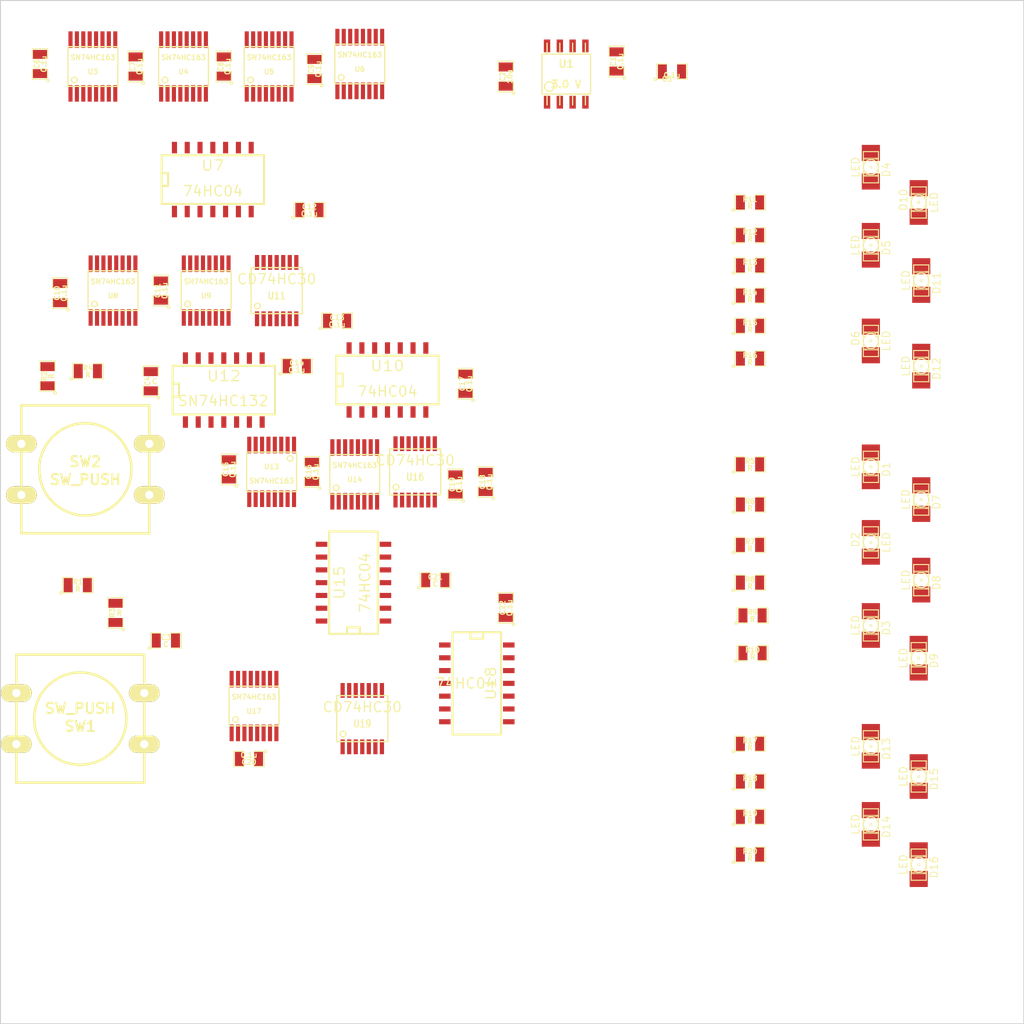
<source format=kicad_pcb>
(kicad_pcb (version 3) (host pcbnew "(2013-may-18)-stable")

  (general
    (links 244)
    (no_connects 244)
    (area -8.218531 107.645999 185.978001 210.35645)
    (thickness 1.6)
    (drawings 4)
    (tracks 0)
    (zones 0)
    (modules 78)
    (nets 69)
  )

  (page A3)
  (layers
    (15 F.Cu signal)
    (0 B.Cu signal)
    (18 B.Paste user)
    (19 F.Paste user)
    (20 B.SilkS user)
    (21 F.SilkS user)
    (22 B.Mask user)
    (23 F.Mask user)
    (28 Edge.Cuts user)
  )

  (setup
    (last_trace_width 0.254)
    (trace_clearance 0.254)
    (zone_clearance 0.508)
    (zone_45_only no)
    (trace_min 0.1524)
    (segment_width 0.2)
    (edge_width 0.1)
    (via_size 0.889)
    (via_drill 0.635)
    (via_min_size 0.6858)
    (via_min_drill 0.3302)
    (uvia_size 0.508)
    (uvia_drill 0.127)
    (uvias_allowed no)
    (uvia_min_size 0.508)
    (uvia_min_drill 0.127)
    (pcb_text_width 0.3)
    (pcb_text_size 1.5 1.5)
    (mod_edge_width 0.5)
    (mod_text_size 1 1)
    (mod_text_width 0.15)
    (pad_size 1.5 1.6)
    (pad_drill 0)
    (pad_to_mask_clearance 0)
    (aux_axis_origin 0 0)
    (visible_elements 7FFFFFFF)
    (pcbplotparams
      (layerselection 3178497)
      (usegerberextensions true)
      (excludeedgelayer true)
      (linewidth 0.150000)
      (plotframeref false)
      (viasonmask false)
      (mode 1)
      (useauxorigin false)
      (hpglpennumber 1)
      (hpglpenspeed 20)
      (hpglpendiameter 15)
      (hpglpenoverlay 2)
      (psnegative false)
      (psa4output false)
      (plotreference true)
      (plotvalue true)
      (plotothertext true)
      (plotinvisibletext false)
      (padsonsilk false)
      (subtractmaskfromsilk false)
      (outputformat 1)
      (mirror false)
      (drillshape 1)
      (scaleselection 1)
      (outputdirectory ""))
  )

  (net 0 "")
  (net 1 /hours/Hour_In)
  (net 2 /hours/hours_b<0>)
  (net 3 /hours/hours_b<1>)
  (net 4 /hours/hours_b<2>)
  (net 5 /hours/hours_b<3>)
  (net 6 /main_counter/Osc_In)
  (net 7 /minutes/Hour_Advance_In)
  (net 8 /minutes/Minute_In)
  (net 9 /minutes/minutes_b<0>)
  (net 10 /minutes/minutes_b<1>)
  (net 11 /minutes/minutes_b<2>)
  (net 12 /minutes/minutes_b<3>)
  (net 13 /minutes/minutes_b<4>)
  (net 14 /minutes/minutes_b<5>)
  (net 15 /seconds/Minute_Advance_In)
  (net 16 /seconds/Second_In)
  (net 17 /seconds/seconds_b<0>)
  (net 18 /seconds/seconds_b<1>)
  (net 19 /seconds/seconds_b<2>)
  (net 20 /seconds/seconds_b<3>)
  (net 21 /seconds/seconds_b<4>)
  (net 22 /seconds/seconds_b<5>)
  (net 23 GND)
  (net 24 N-000001)
  (net 25 N-0000010)
  (net 26 N-0000012)
  (net 27 N-0000014)
  (net 28 N-0000015)
  (net 29 N-0000033)
  (net 30 N-0000034)
  (net 31 N-0000035)
  (net 32 N-0000036)
  (net 33 N-0000037)
  (net 34 N-0000038)
  (net 35 N-0000039)
  (net 36 N-000004)
  (net 37 N-0000040)
  (net 38 N-0000041)
  (net 39 N-0000045)
  (net 40 N-0000046)
  (net 41 N-0000047)
  (net 42 N-0000048)
  (net 43 N-000005)
  (net 44 N-000006)
  (net 45 N-0000065)
  (net 46 N-0000066)
  (net 47 N-0000067)
  (net 48 N-0000068)
  (net 49 N-0000069)
  (net 50 N-000007)
  (net 51 N-0000070)
  (net 52 N-0000071)
  (net 53 N-0000072)
  (net 54 N-0000076)
  (net 55 N-0000077)
  (net 56 N-0000078)
  (net 57 N-0000079)
  (net 58 N-0000080)
  (net 59 N-0000081)
  (net 60 N-0000082)
  (net 61 N-0000083)
  (net 62 N-0000087)
  (net 63 N-0000088)
  (net 64 N-0000089)
  (net 65 N-000009)
  (net 66 N-0000090)
  (net 67 N-0000091)
  (net 68 VCC)

  (net_class Default "This is the default net class."
    (clearance 0.254)
    (trace_width 0.254)
    (via_dia 0.889)
    (via_drill 0.635)
    (uvia_dia 0.508)
    (uvia_drill 0.127)
    (add_net "")
    (add_net /hours/Hour_In)
    (add_net /hours/hours_b<0>)
    (add_net /hours/hours_b<1>)
    (add_net /hours/hours_b<2>)
    (add_net /hours/hours_b<3>)
    (add_net /main_counter/Osc_In)
    (add_net /minutes/Hour_Advance_In)
    (add_net /minutes/Minute_In)
    (add_net /minutes/minutes_b<0>)
    (add_net /minutes/minutes_b<1>)
    (add_net /minutes/minutes_b<2>)
    (add_net /minutes/minutes_b<3>)
    (add_net /minutes/minutes_b<4>)
    (add_net /minutes/minutes_b<5>)
    (add_net /seconds/Minute_Advance_In)
    (add_net /seconds/Second_In)
    (add_net /seconds/seconds_b<0>)
    (add_net /seconds/seconds_b<1>)
    (add_net /seconds/seconds_b<2>)
    (add_net /seconds/seconds_b<3>)
    (add_net /seconds/seconds_b<4>)
    (add_net /seconds/seconds_b<5>)
    (add_net GND)
    (add_net N-000001)
    (add_net N-0000010)
    (add_net N-0000012)
    (add_net N-0000014)
    (add_net N-0000015)
    (add_net N-0000033)
    (add_net N-0000034)
    (add_net N-0000035)
    (add_net N-0000036)
    (add_net N-0000037)
    (add_net N-0000038)
    (add_net N-0000039)
    (add_net N-000004)
    (add_net N-0000040)
    (add_net N-0000041)
    (add_net N-0000045)
    (add_net N-0000046)
    (add_net N-0000047)
    (add_net N-0000048)
    (add_net N-000005)
    (add_net N-000006)
    (add_net N-0000065)
    (add_net N-0000066)
    (add_net N-0000067)
    (add_net N-0000068)
    (add_net N-0000069)
    (add_net N-000007)
    (add_net N-0000070)
    (add_net N-0000071)
    (add_net N-0000072)
    (add_net N-0000076)
    (add_net N-0000077)
    (add_net N-0000078)
    (add_net N-0000079)
    (add_net N-0000080)
    (add_net N-0000081)
    (add_net N-0000082)
    (add_net N-0000083)
    (add_net N-0000087)
    (add_net N-0000088)
    (add_net N-0000089)
    (add_net N-000009)
    (add_net N-0000090)
    (add_net N-0000091)
    (add_net VCC)
  )

  (module tssop-14 (layer F.Cu) (tedit 50BDFA14) (tstamp 558A0582)
    (at 120.25 179)
    (descr TSSOP-14)
    (path /5580A99E/558439D8)
    (attr smd)
    (fp_text reference U19 (at 0 0.508) (layer F.SilkS)
      (effects (font (size 0.70104 0.59944) (thickness 0.11938)))
    )
    (fp_text value CD74HC30 (at 0 -1.143) (layer F.SilkS)
      (effects (font (size 1.00076 1.00076) (thickness 0.11938)))
    )
    (fp_circle (center -1.905 1.524) (end -2.032 1.778) (layer F.SilkS) (width 0.127))
    (fp_line (start 2.54 -2.286) (end -2.54 -2.286) (layer F.SilkS) (width 0.127))
    (fp_line (start -2.54 -2.286) (end -2.54 2.286) (layer F.SilkS) (width 0.127))
    (fp_line (start -2.54 2.286) (end 2.54 2.286) (layer F.SilkS) (width 0.127))
    (fp_line (start 2.54 2.286) (end 2.54 -2.286) (layer F.SilkS) (width 0.127))
    (pad 4 smd rect (at 0 2.79908) (size 0.4191 1.47066)
      (layers F.Cu F.Paste F.Mask)
      (net 68 VCC)
    )
    (pad 5 smd rect (at 0.65024 2.79908) (size 0.4191 1.47066)
      (layers F.Cu F.Paste F.Mask)
      (net 2 /hours/hours_b<0>)
    )
    (pad 6 smd rect (at 1.30048 2.79908) (size 0.4191 1.47066)
      (layers F.Cu F.Paste F.Mask)
      (net 3 /hours/hours_b<1>)
    )
    (pad 7 smd rect (at 1.95072 2.79908) (size 0.4191 1.47066)
      (layers F.Cu F.Paste F.Mask)
    )
    (pad 8 smd rect (at 1.95072 -2.79908) (size 0.4191 1.47066)
      (layers F.Cu F.Paste F.Mask)
      (net 67 N-0000091)
    )
    (pad 1 smd rect (at -1.95072 2.79908) (size 0.4191 1.47066)
      (layers F.Cu F.Paste F.Mask)
      (net 68 VCC)
    )
    (pad 2 smd rect (at -1.30048 2.79908) (size 0.4191 1.47066)
      (layers F.Cu F.Paste F.Mask)
      (net 68 VCC)
    )
    (pad 3 smd rect (at -0.65024 2.79908) (size 0.4191 1.47066)
      (layers F.Cu F.Paste F.Mask)
      (net 68 VCC)
    )
    (pad 9 smd rect (at 1.30048 -2.79908) (size 0.4191 1.47066)
      (layers F.Cu F.Paste F.Mask)
    )
    (pad 10 smd rect (at 0.65024 -2.79908) (size 0.4191 1.47066)
      (layers F.Cu F.Paste F.Mask)
    )
    (pad 11 smd rect (at 0 -2.79908) (size 0.4191 1.47066)
      (layers F.Cu F.Paste F.Mask)
      (net 63 N-0000088)
    )
    (pad 12 smd rect (at -0.65024 -2.79908) (size 0.4191 1.47066)
      (layers F.Cu F.Paste F.Mask)
      (net 64 N-0000089)
    )
    (pad 13 smd rect (at -1.30048 -2.79908) (size 0.4191 1.47066)
      (layers F.Cu F.Paste F.Mask)
    )
    (pad 14 smd rect (at -1.95072 -2.79908) (size 0.4191 1.47066)
      (layers F.Cu F.Paste F.Mask)
    )
    (model smd/smd_dil/tssop-14.wrl
      (at (xyz 0 0 0))
      (scale (xyz 1 1 1))
      (rotate (xyz 0 0 0))
    )
  )

  (module tssop-14 (layer F.Cu) (tedit 50BDFA14) (tstamp 558A05B2)
    (at 125.5 154.5)
    (descr TSSOP-14)
    (path /5580A98B/558443AA)
    (attr smd)
    (fp_text reference U16 (at 0 0.508) (layer F.SilkS)
      (effects (font (size 0.70104 0.59944) (thickness 0.11938)))
    )
    (fp_text value CD74HC30 (at 0 -1.143) (layer F.SilkS)
      (effects (font (size 1.00076 1.00076) (thickness 0.11938)))
    )
    (fp_circle (center -1.905 1.524) (end -2.032 1.778) (layer F.SilkS) (width 0.127))
    (fp_line (start 2.54 -2.286) (end -2.54 -2.286) (layer F.SilkS) (width 0.127))
    (fp_line (start -2.54 -2.286) (end -2.54 2.286) (layer F.SilkS) (width 0.127))
    (fp_line (start -2.54 2.286) (end 2.54 2.286) (layer F.SilkS) (width 0.127))
    (fp_line (start 2.54 2.286) (end 2.54 -2.286) (layer F.SilkS) (width 0.127))
    (pad 4 smd rect (at 0 2.79908) (size 0.4191 1.47066)
      (layers F.Cu F.Paste F.Mask)
      (net 60 N-0000082)
    )
    (pad 5 smd rect (at 0.65024 2.79908) (size 0.4191 1.47066)
      (layers F.Cu F.Paste F.Mask)
      (net 58 N-0000080)
    )
    (pad 6 smd rect (at 1.30048 2.79908) (size 0.4191 1.47066)
      (layers F.Cu F.Paste F.Mask)
      (net 57 N-0000079)
    )
    (pad 7 smd rect (at 1.95072 2.79908) (size 0.4191 1.47066)
      (layers F.Cu F.Paste F.Mask)
    )
    (pad 8 smd rect (at 1.95072 -2.79908) (size 0.4191 1.47066)
      (layers F.Cu F.Paste F.Mask)
      (net 59 N-0000081)
    )
    (pad 1 smd rect (at -1.95072 2.79908) (size 0.4191 1.47066)
      (layers F.Cu F.Paste F.Mask)
      (net 68 VCC)
    )
    (pad 2 smd rect (at -1.30048 2.79908) (size 0.4191 1.47066)
      (layers F.Cu F.Paste F.Mask)
      (net 68 VCC)
    )
    (pad 3 smd rect (at -0.65024 2.79908) (size 0.4191 1.47066)
      (layers F.Cu F.Paste F.Mask)
      (net 54 N-0000076)
    )
    (pad 9 smd rect (at 1.30048 -2.79908) (size 0.4191 1.47066)
      (layers F.Cu F.Paste F.Mask)
    )
    (pad 10 smd rect (at 0.65024 -2.79908) (size 0.4191 1.47066)
      (layers F.Cu F.Paste F.Mask)
    )
    (pad 11 smd rect (at 0 -2.79908) (size 0.4191 1.47066)
      (layers F.Cu F.Paste F.Mask)
      (net 11 /minutes/minutes_b<2>)
    )
    (pad 12 smd rect (at -0.65024 -2.79908) (size 0.4191 1.47066)
      (layers F.Cu F.Paste F.Mask)
      (net 55 N-0000077)
    )
    (pad 13 smd rect (at -1.30048 -2.79908) (size 0.4191 1.47066)
      (layers F.Cu F.Paste F.Mask)
    )
    (pad 14 smd rect (at -1.95072 -2.79908) (size 0.4191 1.47066)
      (layers F.Cu F.Paste F.Mask)
    )
    (model smd/smd_dil/tssop-14.wrl
      (at (xyz 0 0 0))
      (scale (xyz 1 1 1))
      (rotate (xyz 0 0 0))
    )
  )

  (module tssop-14 (layer F.Cu) (tedit 50BDFA14) (tstamp 558A059A)
    (at 111.75 136.5)
    (descr TSSOP-14)
    (path /5580A953/5584562E)
    (attr smd)
    (fp_text reference U11 (at 0 0.508) (layer F.SilkS)
      (effects (font (size 0.70104 0.59944) (thickness 0.11938)))
    )
    (fp_text value CD74HC30 (at 0 -1.143) (layer F.SilkS)
      (effects (font (size 1.00076 1.00076) (thickness 0.11938)))
    )
    (fp_circle (center -1.905 1.524) (end -2.032 1.778) (layer F.SilkS) (width 0.127))
    (fp_line (start 2.54 -2.286) (end -2.54 -2.286) (layer F.SilkS) (width 0.127))
    (fp_line (start -2.54 -2.286) (end -2.54 2.286) (layer F.SilkS) (width 0.127))
    (fp_line (start -2.54 2.286) (end 2.54 2.286) (layer F.SilkS) (width 0.127))
    (fp_line (start 2.54 2.286) (end 2.54 -2.286) (layer F.SilkS) (width 0.127))
    (pad 4 smd rect (at 0 2.79908) (size 0.4191 1.47066)
      (layers F.Cu F.Paste F.Mask)
      (net 53 N-0000072)
    )
    (pad 5 smd rect (at 0.65024 2.79908) (size 0.4191 1.47066)
      (layers F.Cu F.Paste F.Mask)
      (net 52 N-0000071)
    )
    (pad 6 smd rect (at 1.30048 2.79908) (size 0.4191 1.47066)
      (layers F.Cu F.Paste F.Mask)
      (net 51 N-0000070)
    )
    (pad 7 smd rect (at 1.95072 2.79908) (size 0.4191 1.47066)
      (layers F.Cu F.Paste F.Mask)
    )
    (pad 8 smd rect (at 1.95072 -2.79908) (size 0.4191 1.47066)
      (layers F.Cu F.Paste F.Mask)
      (net 46 N-0000066)
    )
    (pad 1 smd rect (at -1.95072 2.79908) (size 0.4191 1.47066)
      (layers F.Cu F.Paste F.Mask)
      (net 68 VCC)
    )
    (pad 2 smd rect (at -1.30048 2.79908) (size 0.4191 1.47066)
      (layers F.Cu F.Paste F.Mask)
      (net 68 VCC)
    )
    (pad 3 smd rect (at -0.65024 2.79908) (size 0.4191 1.47066)
      (layers F.Cu F.Paste F.Mask)
      (net 48 N-0000068)
    )
    (pad 9 smd rect (at 1.30048 -2.79908) (size 0.4191 1.47066)
      (layers F.Cu F.Paste F.Mask)
    )
    (pad 10 smd rect (at 0.65024 -2.79908) (size 0.4191 1.47066)
      (layers F.Cu F.Paste F.Mask)
    )
    (pad 11 smd rect (at 0 -2.79908) (size 0.4191 1.47066)
      (layers F.Cu F.Paste F.Mask)
      (net 19 /seconds/seconds_b<2>)
    )
    (pad 12 smd rect (at -0.65024 -2.79908) (size 0.4191 1.47066)
      (layers F.Cu F.Paste F.Mask)
      (net 47 N-0000067)
    )
    (pad 13 smd rect (at -1.30048 -2.79908) (size 0.4191 1.47066)
      (layers F.Cu F.Paste F.Mask)
    )
    (pad 14 smd rect (at -1.95072 -2.79908) (size 0.4191 1.47066)
      (layers F.Cu F.Paste F.Mask)
    )
    (model smd/smd_dil/tssop-14.wrl
      (at (xyz 0 0 0))
      (scale (xyz 1 1 1))
      (rotate (xyz 0 0 0))
    )
  )

  (module SW_PUSH-12mm (layer F.Cu) (tedit 4C612761) (tstamp 558A03F0)
    (at 92.25 179 180)
    (path /5583839D)
    (fp_text reference SW1 (at 0 -0.762 180) (layer F.SilkS)
      (effects (font (size 1.016 1.016) (thickness 0.2032)))
    )
    (fp_text value SW_PUSH (at 0 1.016 180) (layer F.SilkS)
      (effects (font (size 1.016 1.016) (thickness 0.2032)))
    )
    (fp_circle (center 0 0) (end 3.81 2.54) (layer F.SilkS) (width 0.254))
    (fp_line (start -6.35 -6.35) (end 6.35 -6.35) (layer F.SilkS) (width 0.254))
    (fp_line (start 6.35 -6.35) (end 6.35 6.35) (layer F.SilkS) (width 0.254))
    (fp_line (start 6.35 6.35) (end -6.35 6.35) (layer F.SilkS) (width 0.254))
    (fp_line (start -6.35 6.35) (end -6.35 -6.35) (layer F.SilkS) (width 0.254))
    (pad 1 thru_hole oval (at 6.35 -2.54 180) (size 3.048 1.7272) (drill 0.8128)
      (layers *.Cu *.Mask F.SilkS)
      (net 23 GND)
    )
    (pad 2 thru_hole oval (at 6.35 2.54 180) (size 3.048 1.7272) (drill 0.8128)
      (layers *.Cu *.Mask F.SilkS)
      (net 50 N-000007)
    )
    (pad 1 thru_hole oval (at -6.35 -2.54 180) (size 3.048 1.7272) (drill 0.8128)
      (layers *.Cu *.Mask F.SilkS)
      (net 23 GND)
    )
    (pad 2 thru_hole oval (at -6.35 2.54 180) (size 3.048 1.7272) (drill 0.8128)
      (layers *.Cu *.Mask F.SilkS)
      (net 50 N-000007)
    )
  )

  (module SW_PUSH-12mm (layer F.Cu) (tedit 4C612761) (tstamp 558A03FE)
    (at 92.75 154.25)
    (path /55838280)
    (fp_text reference SW2 (at 0 -0.762) (layer F.SilkS)
      (effects (font (size 1.016 1.016) (thickness 0.2032)))
    )
    (fp_text value SW_PUSH (at 0 1.016) (layer F.SilkS)
      (effects (font (size 1.016 1.016) (thickness 0.2032)))
    )
    (fp_circle (center 0 0) (end 3.81 2.54) (layer F.SilkS) (width 0.254))
    (fp_line (start -6.35 -6.35) (end 6.35 -6.35) (layer F.SilkS) (width 0.254))
    (fp_line (start 6.35 -6.35) (end 6.35 6.35) (layer F.SilkS) (width 0.254))
    (fp_line (start 6.35 6.35) (end -6.35 6.35) (layer F.SilkS) (width 0.254))
    (fp_line (start -6.35 6.35) (end -6.35 -6.35) (layer F.SilkS) (width 0.254))
    (pad 1 thru_hole oval (at 6.35 -2.54) (size 3.048 1.7272) (drill 0.8128)
      (layers *.Cu *.Mask F.SilkS)
      (net 23 GND)
    )
    (pad 2 thru_hole oval (at 6.35 2.54) (size 3.048 1.7272) (drill 0.8128)
      (layers *.Cu *.Mask F.SilkS)
      (net 24 N-000001)
    )
    (pad 1 thru_hole oval (at -6.35 -2.54) (size 3.048 1.7272) (drill 0.8128)
      (layers *.Cu *.Mask F.SilkS)
      (net 23 GND)
    )
    (pad 2 thru_hole oval (at -6.35 2.54) (size 3.048 1.7272) (drill 0.8128)
      (layers *.Cu *.Mask F.SilkS)
      (net 24 N-000001)
    )
  )

  (module ssop-16 (layer F.Cu) (tedit 50BDF9A0) (tstamp 558A056A)
    (at 119.5 154.75)
    (descr SSOP-16)
    (path /5580A98B/55844439)
    (attr smd)
    (fp_text reference U14 (at 0 0.508) (layer F.SilkS)
      (effects (font (size 0.50038 0.50038) (thickness 0.09906)))
    )
    (fp_text value SN74HC163 (at 0 -0.89916) (layer F.SilkS)
      (effects (font (size 0.50038 0.50038) (thickness 0.09906)))
    )
    (fp_line (start -2.4765 1.9685) (end 2.4765 1.9685) (layer F.SilkS) (width 0.127))
    (fp_line (start 2.4765 1.9685) (end 2.4765 -1.9685) (layer F.SilkS) (width 0.127))
    (fp_line (start 2.4765 -1.9685) (end -2.4765 -1.9685) (layer F.SilkS) (width 0.127))
    (fp_line (start -2.4765 -1.9685) (end -2.4765 1.9685) (layer F.SilkS) (width 0.127))
    (fp_circle (center -1.8415 1.3335) (end -1.9685 1.5875) (layer F.SilkS) (width 0.127))
    (pad 4 smd rect (at -0.3175 2.667) (size 0.4064 1.651)
      (layers F.Cu F.Paste F.Mask)
      (net 23 GND)
    )
    (pad 5 smd rect (at 0.3175 2.667) (size 0.4064 1.651)
      (layers F.Cu F.Paste F.Mask)
      (net 23 GND)
    )
    (pad 6 smd rect (at 0.9525 2.667) (size 0.4064 1.651)
      (layers F.Cu F.Paste F.Mask)
      (net 23 GND)
    )
    (pad 7 smd rect (at 1.5875 2.667) (size 0.4064 1.651)
      (layers F.Cu F.Paste F.Mask)
      (net 68 VCC)
    )
    (pad 16 smd rect (at -2.2225 -2.667) (size 0.4064 1.651)
      (layers F.Cu F.Paste F.Mask)
    )
    (pad 1 smd rect (at -2.2225 2.667) (size 0.4064 1.651)
      (layers F.Cu F.Paste F.Mask)
      (net 59 N-0000081)
    )
    (pad 2 smd rect (at -1.5875 2.667) (size 0.4064 1.651)
      (layers F.Cu F.Paste F.Mask)
      (net 8 /minutes/Minute_In)
    )
    (pad 3 smd rect (at -0.9525 2.667) (size 0.4064 1.651)
      (layers F.Cu F.Paste F.Mask)
      (net 23 GND)
    )
    (pad 9 smd rect (at 2.2225 -2.667) (size 0.4064 1.651)
      (layers F.Cu F.Paste F.Mask)
      (net 68 VCC)
    )
    (pad 10 smd rect (at 1.5875 -2.667) (size 0.4064 1.651)
      (layers F.Cu F.Paste F.Mask)
      (net 56 N-0000078)
    )
    (pad 11 smd rect (at 0.9525 -2.667) (size 0.4064 1.651)
      (layers F.Cu F.Paste F.Mask)
    )
    (pad 12 smd rect (at 0.3175 -2.667) (size 0.4064 1.651)
      (layers F.Cu F.Paste F.Mask)
    )
    (pad 13 smd rect (at -0.3175 -2.667) (size 0.4064 1.651)
      (layers F.Cu F.Paste F.Mask)
      (net 60 N-0000082)
    )
    (pad 14 smd rect (at -0.9525 -2.667) (size 0.4064 1.651)
      (layers F.Cu F.Paste F.Mask)
      (net 54 N-0000076)
    )
    (pad 8 smd rect (at 2.2225 2.667) (size 0.4064 1.651)
      (layers F.Cu F.Paste F.Mask)
    )
    (pad 15 smd rect (at -1.5875 -2.667) (size 0.4064 1.651)
      (layers F.Cu F.Paste F.Mask)
    )
    (model smd/smd_dil/ssop-16.wrl
      (at (xyz 0 0 0))
      (scale (xyz 1 1 1))
      (rotate (xyz 0 0 0))
    )
  )

  (module ssop-16 (layer F.Cu) (tedit 50BDF9A0) (tstamp 558A0550)
    (at 104.75 136.5)
    (descr SSOP-16)
    (path /5580A953/5584564D)
    (attr smd)
    (fp_text reference U9 (at 0 0.508) (layer F.SilkS)
      (effects (font (size 0.50038 0.50038) (thickness 0.09906)))
    )
    (fp_text value SN74HC163 (at 0 -0.89916) (layer F.SilkS)
      (effects (font (size 0.50038 0.50038) (thickness 0.09906)))
    )
    (fp_line (start -2.4765 1.9685) (end 2.4765 1.9685) (layer F.SilkS) (width 0.127))
    (fp_line (start 2.4765 1.9685) (end 2.4765 -1.9685) (layer F.SilkS) (width 0.127))
    (fp_line (start 2.4765 -1.9685) (end -2.4765 -1.9685) (layer F.SilkS) (width 0.127))
    (fp_line (start -2.4765 -1.9685) (end -2.4765 1.9685) (layer F.SilkS) (width 0.127))
    (fp_circle (center -1.8415 1.3335) (end -1.9685 1.5875) (layer F.SilkS) (width 0.127))
    (pad 4 smd rect (at -0.3175 2.667) (size 0.4064 1.651)
      (layers F.Cu F.Paste F.Mask)
      (net 23 GND)
    )
    (pad 5 smd rect (at 0.3175 2.667) (size 0.4064 1.651)
      (layers F.Cu F.Paste F.Mask)
      (net 23 GND)
    )
    (pad 6 smd rect (at 0.9525 2.667) (size 0.4064 1.651)
      (layers F.Cu F.Paste F.Mask)
      (net 23 GND)
    )
    (pad 7 smd rect (at 1.5875 2.667) (size 0.4064 1.651)
      (layers F.Cu F.Paste F.Mask)
      (net 68 VCC)
    )
    (pad 16 smd rect (at -2.2225 -2.667) (size 0.4064 1.651)
      (layers F.Cu F.Paste F.Mask)
    )
    (pad 1 smd rect (at -2.2225 2.667) (size 0.4064 1.651)
      (layers F.Cu F.Paste F.Mask)
      (net 47 N-0000067)
    )
    (pad 2 smd rect (at -1.5875 2.667) (size 0.4064 1.651)
      (layers F.Cu F.Paste F.Mask)
      (net 16 /seconds/Second_In)
    )
    (pad 3 smd rect (at -0.9525 2.667) (size 0.4064 1.651)
      (layers F.Cu F.Paste F.Mask)
      (net 23 GND)
    )
    (pad 9 smd rect (at 2.2225 -2.667) (size 0.4064 1.651)
      (layers F.Cu F.Paste F.Mask)
      (net 68 VCC)
    )
    (pad 10 smd rect (at 1.5875 -2.667) (size 0.4064 1.651)
      (layers F.Cu F.Paste F.Mask)
      (net 45 N-0000065)
    )
    (pad 11 smd rect (at 0.9525 -2.667) (size 0.4064 1.651)
      (layers F.Cu F.Paste F.Mask)
    )
    (pad 12 smd rect (at 0.3175 -2.667) (size 0.4064 1.651)
      (layers F.Cu F.Paste F.Mask)
    )
    (pad 13 smd rect (at -0.3175 -2.667) (size 0.4064 1.651)
      (layers F.Cu F.Paste F.Mask)
      (net 53 N-0000072)
    )
    (pad 14 smd rect (at -0.9525 -2.667) (size 0.4064 1.651)
      (layers F.Cu F.Paste F.Mask)
      (net 48 N-0000068)
    )
    (pad 8 smd rect (at 2.2225 2.667) (size 0.4064 1.651)
      (layers F.Cu F.Paste F.Mask)
    )
    (pad 15 smd rect (at -1.5875 -2.667) (size 0.4064 1.651)
      (layers F.Cu F.Paste F.Mask)
    )
    (model smd/smd_dil/ssop-16.wrl
      (at (xyz 0 0 0))
      (scale (xyz 1 1 1))
      (rotate (xyz 0 0 0))
    )
  )

  (module ssop-16 (layer F.Cu) (tedit 50BDF9A0) (tstamp 558AEB74)
    (at 120 114)
    (descr SSOP-16)
    (path /5580A818/5580BADC)
    (attr smd)
    (fp_text reference U6 (at 0 0.508) (layer F.SilkS)
      (effects (font (size 0.50038 0.50038) (thickness 0.09906)))
    )
    (fp_text value SN74HC163 (at 0 -0.89916) (layer F.SilkS)
      (effects (font (size 0.50038 0.50038) (thickness 0.09906)))
    )
    (fp_line (start -2.4765 1.9685) (end 2.4765 1.9685) (layer F.SilkS) (width 0.127))
    (fp_line (start 2.4765 1.9685) (end 2.4765 -1.9685) (layer F.SilkS) (width 0.127))
    (fp_line (start 2.4765 -1.9685) (end -2.4765 -1.9685) (layer F.SilkS) (width 0.127))
    (fp_line (start -2.4765 -1.9685) (end -2.4765 1.9685) (layer F.SilkS) (width 0.127))
    (fp_circle (center -1.8415 1.3335) (end -1.9685 1.5875) (layer F.SilkS) (width 0.127))
    (pad 4 smd rect (at -0.3175 2.667) (size 0.4064 1.651)
      (layers F.Cu F.Paste F.Mask)
      (net 23 GND)
    )
    (pad 5 smd rect (at 0.3175 2.667) (size 0.4064 1.651)
      (layers F.Cu F.Paste F.Mask)
      (net 23 GND)
    )
    (pad 6 smd rect (at 0.9525 2.667) (size 0.4064 1.651)
      (layers F.Cu F.Paste F.Mask)
      (net 23 GND)
    )
    (pad 7 smd rect (at 1.5875 2.667) (size 0.4064 1.651)
      (layers F.Cu F.Paste F.Mask)
      (net 68 VCC)
    )
    (pad 16 smd rect (at -2.2225 -2.667) (size 0.4064 1.651)
      (layers F.Cu F.Paste F.Mask)
    )
    (pad 1 smd rect (at -2.2225 2.667) (size 0.4064 1.651)
      (layers F.Cu F.Paste F.Mask)
      (net 39 N-0000045)
    )
    (pad 2 smd rect (at -1.5875 2.667) (size 0.4064 1.651)
      (layers F.Cu F.Paste F.Mask)
      (net 6 /main_counter/Osc_In)
    )
    (pad 3 smd rect (at -0.9525 2.667) (size 0.4064 1.651)
      (layers F.Cu F.Paste F.Mask)
      (net 23 GND)
    )
    (pad 9 smd rect (at 2.2225 -2.667) (size 0.4064 1.651)
      (layers F.Cu F.Paste F.Mask)
      (net 68 VCC)
    )
    (pad 10 smd rect (at 1.5875 -2.667) (size 0.4064 1.651)
      (layers F.Cu F.Paste F.Mask)
      (net 42 N-0000048)
    )
    (pad 11 smd rect (at 0.9525 -2.667) (size 0.4064 1.651)
      (layers F.Cu F.Paste F.Mask)
      (net 16 /seconds/Second_In)
    )
    (pad 12 smd rect (at 0.3175 -2.667) (size 0.4064 1.651)
      (layers F.Cu F.Paste F.Mask)
    )
    (pad 13 smd rect (at -0.3175 -2.667) (size 0.4064 1.651)
      (layers F.Cu F.Paste F.Mask)
    )
    (pad 14 smd rect (at -0.9525 -2.667) (size 0.4064 1.651)
      (layers F.Cu F.Paste F.Mask)
    )
    (pad 8 smd rect (at 2.2225 2.667) (size 0.4064 1.651)
      (layers F.Cu F.Paste F.Mask)
    )
    (pad 15 smd rect (at -1.5875 -2.667) (size 0.4064 1.651)
      (layers F.Cu F.Paste F.Mask)
    )
    (model smd/smd_dil/ssop-16.wrl
      (at (xyz 0 0 0))
      (scale (xyz 1 1 1))
      (rotate (xyz 0 0 0))
    )
  )

  (module ssop-16 (layer F.Cu) (tedit 50BDF9A0) (tstamp 558A049A)
    (at 111.25 154.5 180)
    (descr SSOP-16)
    (path /5580A98B/5584434F)
    (attr smd)
    (fp_text reference U13 (at 0 0.508 180) (layer F.SilkS)
      (effects (font (size 0.50038 0.50038) (thickness 0.09906)))
    )
    (fp_text value SN74HC163 (at 0 -0.89916 180) (layer F.SilkS)
      (effects (font (size 0.50038 0.50038) (thickness 0.09906)))
    )
    (fp_line (start -2.4765 1.9685) (end 2.4765 1.9685) (layer F.SilkS) (width 0.127))
    (fp_line (start 2.4765 1.9685) (end 2.4765 -1.9685) (layer F.SilkS) (width 0.127))
    (fp_line (start 2.4765 -1.9685) (end -2.4765 -1.9685) (layer F.SilkS) (width 0.127))
    (fp_line (start -2.4765 -1.9685) (end -2.4765 1.9685) (layer F.SilkS) (width 0.127))
    (fp_circle (center -1.8415 1.3335) (end -1.9685 1.5875) (layer F.SilkS) (width 0.127))
    (pad 4 smd rect (at -0.3175 2.667 180) (size 0.4064 1.651)
      (layers F.Cu F.Paste F.Mask)
      (net 23 GND)
    )
    (pad 5 smd rect (at 0.3175 2.667 180) (size 0.4064 1.651)
      (layers F.Cu F.Paste F.Mask)
      (net 23 GND)
    )
    (pad 6 smd rect (at 0.9525 2.667 180) (size 0.4064 1.651)
      (layers F.Cu F.Paste F.Mask)
      (net 23 GND)
    )
    (pad 7 smd rect (at 1.5875 2.667 180) (size 0.4064 1.651)
      (layers F.Cu F.Paste F.Mask)
      (net 68 VCC)
    )
    (pad 16 smd rect (at -2.2225 -2.667 180) (size 0.4064 1.651)
      (layers F.Cu F.Paste F.Mask)
    )
    (pad 1 smd rect (at -2.2225 2.667 180) (size 0.4064 1.651)
      (layers F.Cu F.Paste F.Mask)
      (net 68 VCC)
    )
    (pad 2 smd rect (at -1.5875 2.667 180) (size 0.4064 1.651)
      (layers F.Cu F.Paste F.Mask)
      (net 8 /minutes/Minute_In)
    )
    (pad 3 smd rect (at -0.9525 2.667 180) (size 0.4064 1.651)
      (layers F.Cu F.Paste F.Mask)
      (net 68 VCC)
    )
    (pad 9 smd rect (at 2.2225 -2.667 180) (size 0.4064 1.651)
      (layers F.Cu F.Paste F.Mask)
      (net 59 N-0000081)
    )
    (pad 10 smd rect (at 1.5875 -2.667 180) (size 0.4064 1.651)
      (layers F.Cu F.Paste F.Mask)
      (net 68 VCC)
    )
    (pad 11 smd rect (at 0.9525 -2.667 180) (size 0.4064 1.651)
      (layers F.Cu F.Paste F.Mask)
      (net 55 N-0000077)
    )
    (pad 12 smd rect (at 0.3175 -2.667 180) (size 0.4064 1.651)
      (layers F.Cu F.Paste F.Mask)
      (net 61 N-0000083)
    )
    (pad 13 smd rect (at -0.3175 -2.667 180) (size 0.4064 1.651)
      (layers F.Cu F.Paste F.Mask)
      (net 57 N-0000079)
    )
    (pad 14 smd rect (at -0.9525 -2.667 180) (size 0.4064 1.651)
      (layers F.Cu F.Paste F.Mask)
      (net 58 N-0000080)
    )
    (pad 8 smd rect (at 2.2225 2.667 180) (size 0.4064 1.651)
      (layers F.Cu F.Paste F.Mask)
    )
    (pad 15 smd rect (at -1.5875 -2.667 180) (size 0.4064 1.651)
      (layers F.Cu F.Paste F.Mask)
      (net 56 N-0000078)
    )
    (model smd/smd_dil/ssop-16.wrl
      (at (xyz 0 0 0))
      (scale (xyz 1 1 1))
      (rotate (xyz 0 0 0))
    )
  )

  (module ssop-16 (layer F.Cu) (tedit 50BDF9A0) (tstamp 558CA315)
    (at 95.5 136.5)
    (descr SSOP-16)
    (path /5580A953/558455EA)
    (attr smd)
    (fp_text reference U8 (at 0 0.508) (layer F.SilkS)
      (effects (font (size 0.50038 0.50038) (thickness 0.09906)))
    )
    (fp_text value SN74HC163 (at 0 -0.89916) (layer F.SilkS)
      (effects (font (size 0.50038 0.50038) (thickness 0.09906)))
    )
    (fp_line (start -2.4765 1.9685) (end 2.4765 1.9685) (layer F.SilkS) (width 0.127))
    (fp_line (start 2.4765 1.9685) (end 2.4765 -1.9685) (layer F.SilkS) (width 0.127))
    (fp_line (start 2.4765 -1.9685) (end -2.4765 -1.9685) (layer F.SilkS) (width 0.127))
    (fp_line (start -2.4765 -1.9685) (end -2.4765 1.9685) (layer F.SilkS) (width 0.127))
    (fp_circle (center -1.8415 1.3335) (end -1.9685 1.5875) (layer F.SilkS) (width 0.127))
    (pad 4 smd rect (at -0.3175 2.667) (size 0.4064 1.651)
      (layers F.Cu F.Paste F.Mask)
      (net 23 GND)
    )
    (pad 5 smd rect (at 0.3175 2.667) (size 0.4064 1.651)
      (layers F.Cu F.Paste F.Mask)
      (net 23 GND)
    )
    (pad 6 smd rect (at 0.9525 2.667) (size 0.4064 1.651)
      (layers F.Cu F.Paste F.Mask)
      (net 23 GND)
    )
    (pad 7 smd rect (at 1.5875 2.667) (size 0.4064 1.651)
      (layers F.Cu F.Paste F.Mask)
      (net 68 VCC)
    )
    (pad 16 smd rect (at -2.2225 -2.667) (size 0.4064 1.651)
      (layers F.Cu F.Paste F.Mask)
    )
    (pad 1 smd rect (at -2.2225 2.667) (size 0.4064 1.651)
      (layers F.Cu F.Paste F.Mask)
      (net 68 VCC)
    )
    (pad 2 smd rect (at -1.5875 2.667) (size 0.4064 1.651)
      (layers F.Cu F.Paste F.Mask)
      (net 16 /seconds/Second_In)
    )
    (pad 3 smd rect (at -0.9525 2.667) (size 0.4064 1.651)
      (layers F.Cu F.Paste F.Mask)
      (net 68 VCC)
    )
    (pad 9 smd rect (at 2.2225 -2.667) (size 0.4064 1.651)
      (layers F.Cu F.Paste F.Mask)
      (net 46 N-0000066)
    )
    (pad 10 smd rect (at 1.5875 -2.667) (size 0.4064 1.651)
      (layers F.Cu F.Paste F.Mask)
      (net 68 VCC)
    )
    (pad 11 smd rect (at 0.9525 -2.667) (size 0.4064 1.651)
      (layers F.Cu F.Paste F.Mask)
      (net 47 N-0000067)
    )
    (pad 12 smd rect (at 0.3175 -2.667) (size 0.4064 1.651)
      (layers F.Cu F.Paste F.Mask)
      (net 49 N-0000069)
    )
    (pad 13 smd rect (at -0.3175 -2.667) (size 0.4064 1.651)
      (layers F.Cu F.Paste F.Mask)
      (net 51 N-0000070)
    )
    (pad 14 smd rect (at -0.9525 -2.667) (size 0.4064 1.651)
      (layers F.Cu F.Paste F.Mask)
      (net 52 N-0000071)
    )
    (pad 8 smd rect (at 2.2225 2.667) (size 0.4064 1.651)
      (layers F.Cu F.Paste F.Mask)
    )
    (pad 15 smd rect (at -1.5875 -2.667) (size 0.4064 1.651)
      (layers F.Cu F.Paste F.Mask)
      (net 45 N-0000065)
    )
    (model smd/smd_dil/ssop-16.wrl
      (at (xyz 0 0 0))
      (scale (xyz 1 1 1))
      (rotate (xyz 0 0 0))
    )
  )

  (module ssop-16 (layer F.Cu) (tedit 50BDF9A0) (tstamp 558AEB5A)
    (at 111 114.25)
    (descr SSOP-16)
    (path /5580A818/5580BAAD)
    (attr smd)
    (fp_text reference U5 (at 0 0.508) (layer F.SilkS)
      (effects (font (size 0.50038 0.50038) (thickness 0.09906)))
    )
    (fp_text value SN74HC163 (at 0 -0.89916) (layer F.SilkS)
      (effects (font (size 0.50038 0.50038) (thickness 0.09906)))
    )
    (fp_line (start -2.4765 1.9685) (end 2.4765 1.9685) (layer F.SilkS) (width 0.127))
    (fp_line (start 2.4765 1.9685) (end 2.4765 -1.9685) (layer F.SilkS) (width 0.127))
    (fp_line (start 2.4765 -1.9685) (end -2.4765 -1.9685) (layer F.SilkS) (width 0.127))
    (fp_line (start -2.4765 -1.9685) (end -2.4765 1.9685) (layer F.SilkS) (width 0.127))
    (fp_circle (center -1.8415 1.3335) (end -1.9685 1.5875) (layer F.SilkS) (width 0.127))
    (pad 4 smd rect (at -0.3175 2.667) (size 0.4064 1.651)
      (layers F.Cu F.Paste F.Mask)
      (net 23 GND)
    )
    (pad 5 smd rect (at 0.3175 2.667) (size 0.4064 1.651)
      (layers F.Cu F.Paste F.Mask)
      (net 23 GND)
    )
    (pad 6 smd rect (at 0.9525 2.667) (size 0.4064 1.651)
      (layers F.Cu F.Paste F.Mask)
      (net 23 GND)
    )
    (pad 7 smd rect (at 1.5875 2.667) (size 0.4064 1.651)
      (layers F.Cu F.Paste F.Mask)
      (net 68 VCC)
    )
    (pad 16 smd rect (at -2.2225 -2.667) (size 0.4064 1.651)
      (layers F.Cu F.Paste F.Mask)
    )
    (pad 1 smd rect (at -2.2225 2.667) (size 0.4064 1.651)
      (layers F.Cu F.Paste F.Mask)
      (net 39 N-0000045)
    )
    (pad 2 smd rect (at -1.5875 2.667) (size 0.4064 1.651)
      (layers F.Cu F.Paste F.Mask)
      (net 6 /main_counter/Osc_In)
    )
    (pad 3 smd rect (at -0.9525 2.667) (size 0.4064 1.651)
      (layers F.Cu F.Paste F.Mask)
      (net 23 GND)
    )
    (pad 9 smd rect (at 2.2225 -2.667) (size 0.4064 1.651)
      (layers F.Cu F.Paste F.Mask)
      (net 68 VCC)
    )
    (pad 10 smd rect (at 1.5875 -2.667) (size 0.4064 1.651)
      (layers F.Cu F.Paste F.Mask)
      (net 40 N-0000046)
    )
    (pad 11 smd rect (at 0.9525 -2.667) (size 0.4064 1.651)
      (layers F.Cu F.Paste F.Mask)
    )
    (pad 12 smd rect (at 0.3175 -2.667) (size 0.4064 1.651)
      (layers F.Cu F.Paste F.Mask)
    )
    (pad 13 smd rect (at -0.3175 -2.667) (size 0.4064 1.651)
      (layers F.Cu F.Paste F.Mask)
    )
    (pad 14 smd rect (at -0.9525 -2.667) (size 0.4064 1.651)
      (layers F.Cu F.Paste F.Mask)
    )
    (pad 8 smd rect (at 2.2225 2.667) (size 0.4064 1.651)
      (layers F.Cu F.Paste F.Mask)
    )
    (pad 15 smd rect (at -1.5875 -2.667) (size 0.4064 1.651)
      (layers F.Cu F.Paste F.Mask)
      (net 42 N-0000048)
    )
    (model smd/smd_dil/ssop-16.wrl
      (at (xyz 0 0 0))
      (scale (xyz 1 1 1))
      (rotate (xyz 0 0 0))
    )
  )

  (module ssop-16 (layer F.Cu) (tedit 50BDF9A0) (tstamp 558A04E8)
    (at 102.5 114.25)
    (descr SSOP-16)
    (path /5580A818/5580B878)
    (attr smd)
    (fp_text reference U4 (at 0 0.508) (layer F.SilkS)
      (effects (font (size 0.50038 0.50038) (thickness 0.09906)))
    )
    (fp_text value SN74HC163 (at 0 -0.89916) (layer F.SilkS)
      (effects (font (size 0.50038 0.50038) (thickness 0.09906)))
    )
    (fp_line (start -2.4765 1.9685) (end 2.4765 1.9685) (layer F.SilkS) (width 0.127))
    (fp_line (start 2.4765 1.9685) (end 2.4765 -1.9685) (layer F.SilkS) (width 0.127))
    (fp_line (start 2.4765 -1.9685) (end -2.4765 -1.9685) (layer F.SilkS) (width 0.127))
    (fp_line (start -2.4765 -1.9685) (end -2.4765 1.9685) (layer F.SilkS) (width 0.127))
    (fp_circle (center -1.8415 1.3335) (end -1.9685 1.5875) (layer F.SilkS) (width 0.127))
    (pad 4 smd rect (at -0.3175 2.667) (size 0.4064 1.651)
      (layers F.Cu F.Paste F.Mask)
      (net 23 GND)
    )
    (pad 5 smd rect (at 0.3175 2.667) (size 0.4064 1.651)
      (layers F.Cu F.Paste F.Mask)
      (net 23 GND)
    )
    (pad 6 smd rect (at 0.9525 2.667) (size 0.4064 1.651)
      (layers F.Cu F.Paste F.Mask)
      (net 23 GND)
    )
    (pad 7 smd rect (at 1.5875 2.667) (size 0.4064 1.651)
      (layers F.Cu F.Paste F.Mask)
      (net 68 VCC)
    )
    (pad 16 smd rect (at -2.2225 -2.667) (size 0.4064 1.651)
      (layers F.Cu F.Paste F.Mask)
    )
    (pad 1 smd rect (at -2.2225 2.667) (size 0.4064 1.651)
      (layers F.Cu F.Paste F.Mask)
      (net 39 N-0000045)
    )
    (pad 2 smd rect (at -1.5875 2.667) (size 0.4064 1.651)
      (layers F.Cu F.Paste F.Mask)
      (net 6 /main_counter/Osc_In)
    )
    (pad 3 smd rect (at -0.9525 2.667) (size 0.4064 1.651)
      (layers F.Cu F.Paste F.Mask)
      (net 23 GND)
    )
    (pad 9 smd rect (at 2.2225 -2.667) (size 0.4064 1.651)
      (layers F.Cu F.Paste F.Mask)
      (net 68 VCC)
    )
    (pad 10 smd rect (at 1.5875 -2.667) (size 0.4064 1.651)
      (layers F.Cu F.Paste F.Mask)
      (net 41 N-0000047)
    )
    (pad 11 smd rect (at 0.9525 -2.667) (size 0.4064 1.651)
      (layers F.Cu F.Paste F.Mask)
    )
    (pad 12 smd rect (at 0.3175 -2.667) (size 0.4064 1.651)
      (layers F.Cu F.Paste F.Mask)
    )
    (pad 13 smd rect (at -0.3175 -2.667) (size 0.4064 1.651)
      (layers F.Cu F.Paste F.Mask)
    )
    (pad 14 smd rect (at -0.9525 -2.667) (size 0.4064 1.651)
      (layers F.Cu F.Paste F.Mask)
    )
    (pad 8 smd rect (at 2.2225 2.667) (size 0.4064 1.651)
      (layers F.Cu F.Paste F.Mask)
    )
    (pad 15 smd rect (at -1.5875 -2.667) (size 0.4064 1.651)
      (layers F.Cu F.Paste F.Mask)
      (net 40 N-0000046)
    )
    (model smd/smd_dil/ssop-16.wrl
      (at (xyz 0 0 0))
      (scale (xyz 1 1 1))
      (rotate (xyz 0 0 0))
    )
  )

  (module ssop-16 (layer F.Cu) (tedit 50BDF9A0) (tstamp 558A04CE)
    (at 109.5 177.75)
    (descr SSOP-16)
    (path /5580A99E/55842A61)
    (attr smd)
    (fp_text reference U17 (at 0 0.508) (layer F.SilkS)
      (effects (font (size 0.50038 0.50038) (thickness 0.09906)))
    )
    (fp_text value SN74HC163 (at 0 -0.89916) (layer F.SilkS)
      (effects (font (size 0.50038 0.50038) (thickness 0.09906)))
    )
    (fp_line (start -2.4765 1.9685) (end 2.4765 1.9685) (layer F.SilkS) (width 0.127))
    (fp_line (start 2.4765 1.9685) (end 2.4765 -1.9685) (layer F.SilkS) (width 0.127))
    (fp_line (start 2.4765 -1.9685) (end -2.4765 -1.9685) (layer F.SilkS) (width 0.127))
    (fp_line (start -2.4765 -1.9685) (end -2.4765 1.9685) (layer F.SilkS) (width 0.127))
    (fp_circle (center -1.8415 1.3335) (end -1.9685 1.5875) (layer F.SilkS) (width 0.127))
    (pad 4 smd rect (at -0.3175 2.667) (size 0.4064 1.651)
      (layers F.Cu F.Paste F.Mask)
      (net 23 GND)
    )
    (pad 5 smd rect (at 0.3175 2.667) (size 0.4064 1.651)
      (layers F.Cu F.Paste F.Mask)
      (net 23 GND)
    )
    (pad 6 smd rect (at 0.9525 2.667) (size 0.4064 1.651)
      (layers F.Cu F.Paste F.Mask)
      (net 23 GND)
    )
    (pad 7 smd rect (at 1.5875 2.667) (size 0.4064 1.651)
      (layers F.Cu F.Paste F.Mask)
      (net 68 VCC)
    )
    (pad 16 smd rect (at -2.2225 -2.667) (size 0.4064 1.651)
      (layers F.Cu F.Paste F.Mask)
    )
    (pad 1 smd rect (at -2.2225 2.667) (size 0.4064 1.651)
      (layers F.Cu F.Paste F.Mask)
      (net 68 VCC)
    )
    (pad 2 smd rect (at -1.5875 2.667) (size 0.4064 1.651)
      (layers F.Cu F.Paste F.Mask)
      (net 1 /hours/Hour_In)
    )
    (pad 3 smd rect (at -0.9525 2.667) (size 0.4064 1.651)
      (layers F.Cu F.Paste F.Mask)
      (net 68 VCC)
    )
    (pad 9 smd rect (at 2.2225 -2.667) (size 0.4064 1.651)
      (layers F.Cu F.Paste F.Mask)
      (net 67 N-0000091)
    )
    (pad 10 smd rect (at 1.5875 -2.667) (size 0.4064 1.651)
      (layers F.Cu F.Paste F.Mask)
      (net 68 VCC)
    )
    (pad 11 smd rect (at 0.9525 -2.667) (size 0.4064 1.651)
      (layers F.Cu F.Paste F.Mask)
      (net 64 N-0000089)
    )
    (pad 12 smd rect (at 0.3175 -2.667) (size 0.4064 1.651)
      (layers F.Cu F.Paste F.Mask)
      (net 63 N-0000088)
    )
    (pad 13 smd rect (at -0.3175 -2.667) (size 0.4064 1.651)
      (layers F.Cu F.Paste F.Mask)
      (net 66 N-0000090)
    )
    (pad 14 smd rect (at -0.9525 -2.667) (size 0.4064 1.651)
      (layers F.Cu F.Paste F.Mask)
      (net 62 N-0000087)
    )
    (pad 8 smd rect (at 2.2225 2.667) (size 0.4064 1.651)
      (layers F.Cu F.Paste F.Mask)
    )
    (pad 15 smd rect (at -1.5875 -2.667) (size 0.4064 1.651)
      (layers F.Cu F.Paste F.Mask)
    )
    (model smd/smd_dil/ssop-16.wrl
      (at (xyz 0 0 0))
      (scale (xyz 1 1 1))
      (rotate (xyz 0 0 0))
    )
  )

  (module ssop-16 (layer F.Cu) (tedit 50BDF9A0) (tstamp 558A04B4)
    (at 93.5 114.25)
    (descr SSOP-16)
    (path /5580A818/5580B60A)
    (attr smd)
    (fp_text reference U3 (at 0 0.508) (layer F.SilkS)
      (effects (font (size 0.50038 0.50038) (thickness 0.09906)))
    )
    (fp_text value SN74HC163 (at 0 -0.89916) (layer F.SilkS)
      (effects (font (size 0.50038 0.50038) (thickness 0.09906)))
    )
    (fp_line (start -2.4765 1.9685) (end 2.4765 1.9685) (layer F.SilkS) (width 0.127))
    (fp_line (start 2.4765 1.9685) (end 2.4765 -1.9685) (layer F.SilkS) (width 0.127))
    (fp_line (start 2.4765 -1.9685) (end -2.4765 -1.9685) (layer F.SilkS) (width 0.127))
    (fp_line (start -2.4765 -1.9685) (end -2.4765 1.9685) (layer F.SilkS) (width 0.127))
    (fp_circle (center -1.8415 1.3335) (end -1.9685 1.5875) (layer F.SilkS) (width 0.127))
    (pad 4 smd rect (at -0.3175 2.667) (size 0.4064 1.651)
      (layers F.Cu F.Paste F.Mask)
      (net 23 GND)
    )
    (pad 5 smd rect (at 0.3175 2.667) (size 0.4064 1.651)
      (layers F.Cu F.Paste F.Mask)
      (net 23 GND)
    )
    (pad 6 smd rect (at 0.9525 2.667) (size 0.4064 1.651)
      (layers F.Cu F.Paste F.Mask)
      (net 23 GND)
    )
    (pad 7 smd rect (at 1.5875 2.667) (size 0.4064 1.651)
      (layers F.Cu F.Paste F.Mask)
      (net 68 VCC)
    )
    (pad 16 smd rect (at -2.2225 -2.667) (size 0.4064 1.651)
      (layers F.Cu F.Paste F.Mask)
    )
    (pad 1 smd rect (at -2.2225 2.667) (size 0.4064 1.651)
      (layers F.Cu F.Paste F.Mask)
      (net 68 VCC)
    )
    (pad 2 smd rect (at -1.5875 2.667) (size 0.4064 1.651)
      (layers F.Cu F.Paste F.Mask)
      (net 6 /main_counter/Osc_In)
    )
    (pad 3 smd rect (at -0.9525 2.667) (size 0.4064 1.651)
      (layers F.Cu F.Paste F.Mask)
      (net 68 VCC)
    )
    (pad 9 smd rect (at 2.2225 -2.667) (size 0.4064 1.651)
      (layers F.Cu F.Paste F.Mask)
      (net 39 N-0000045)
    )
    (pad 10 smd rect (at 1.5875 -2.667) (size 0.4064 1.651)
      (layers F.Cu F.Paste F.Mask)
      (net 68 VCC)
    )
    (pad 11 smd rect (at 0.9525 -2.667) (size 0.4064 1.651)
      (layers F.Cu F.Paste F.Mask)
    )
    (pad 12 smd rect (at 0.3175 -2.667) (size 0.4064 1.651)
      (layers F.Cu F.Paste F.Mask)
    )
    (pad 13 smd rect (at -0.3175 -2.667) (size 0.4064 1.651)
      (layers F.Cu F.Paste F.Mask)
    )
    (pad 14 smd rect (at -0.9525 -2.667) (size 0.4064 1.651)
      (layers F.Cu F.Paste F.Mask)
    )
    (pad 8 smd rect (at 2.2225 2.667) (size 0.4064 1.651)
      (layers F.Cu F.Paste F.Mask)
    )
    (pad 15 smd rect (at -1.5875 -2.667) (size 0.4064 1.651)
      (layers F.Cu F.Paste F.Mask)
      (net 41 N-0000047)
    )
    (model smd/smd_dil/ssop-16.wrl
      (at (xyz 0 0 0))
      (scale (xyz 1 1 1))
      (rotate (xyz 0 0 0))
    )
  )

  (module SO14N (layer F.Cu) (tedit 42806FE5) (tstamp 558A0480)
    (at 122.75 145.25)
    (descr "Module CMS SOJ 14 pins Large")
    (tags "CMS SOJ")
    (path /5580A953/55845628)
    (attr smd)
    (fp_text reference U10 (at 0 -1.27) (layer F.SilkS)
      (effects (font (size 1.016 1.143) (thickness 0.127)))
    )
    (fp_text value 74HC04 (at 0 1.27) (layer F.SilkS)
      (effects (font (size 1.016 1.016) (thickness 0.127)))
    )
    (fp_line (start 5.08 -2.286) (end 5.08 2.54) (layer F.SilkS) (width 0.2032))
    (fp_line (start 5.08 2.54) (end -5.08 2.54) (layer F.SilkS) (width 0.2032))
    (fp_line (start -5.08 2.54) (end -5.08 -2.286) (layer F.SilkS) (width 0.2032))
    (fp_line (start -5.08 -2.286) (end 5.08 -2.286) (layer F.SilkS) (width 0.2032))
    (fp_line (start -5.08 -0.508) (end -4.445 -0.508) (layer F.SilkS) (width 0.2032))
    (fp_line (start -4.445 -0.508) (end -4.445 0.762) (layer F.SilkS) (width 0.2032))
    (fp_line (start -4.445 0.762) (end -5.08 0.762) (layer F.SilkS) (width 0.2032))
    (pad 1 smd rect (at -3.81 3.302) (size 0.508 1.143)
      (layers F.Cu F.Paste F.Mask)
      (net 49 N-0000069)
    )
    (pad 2 smd rect (at -2.54 3.302) (size 0.508 1.143)
      (layers F.Cu F.Paste F.Mask)
      (net 19 /seconds/seconds_b<2>)
    )
    (pad 3 smd rect (at -1.27 3.302) (size 0.508 1.143)
      (layers F.Cu F.Paste F.Mask)
      (net 55 N-0000077)
    )
    (pad 4 smd rect (at 0 3.302) (size 0.508 1.143)
      (layers F.Cu F.Paste F.Mask)
      (net 12 /minutes/minutes_b<3>)
    )
    (pad 5 smd rect (at 1.27 3.302) (size 0.508 1.143)
      (layers F.Cu F.Paste F.Mask)
      (net 57 N-0000079)
    )
    (pad 6 smd rect (at 2.54 3.302) (size 0.508 1.143)
      (layers F.Cu F.Paste F.Mask)
      (net 10 /minutes/minutes_b<1>)
    )
    (pad 7 smd rect (at 3.81 3.302) (size 0.508 1.143)
      (layers F.Cu F.Paste F.Mask)
      (net 23 GND)
    )
    (pad 8 smd rect (at 3.81 -3.048) (size 0.508 1.143)
      (layers F.Cu F.Paste F.Mask)
      (net 9 /minutes/minutes_b<0>)
    )
    (pad 9 smd rect (at 2.54 -3.048) (size 0.508 1.143)
      (layers F.Cu F.Paste F.Mask)
      (net 58 N-0000080)
    )
    (pad 11 smd rect (at 0 -3.048) (size 0.508 1.143)
      (layers F.Cu F.Paste F.Mask)
      (net 54 N-0000076)
    )
    (pad 12 smd rect (at -1.27 -3.048) (size 0.508 1.143)
      (layers F.Cu F.Paste F.Mask)
      (net 14 /minutes/minutes_b<5>)
    )
    (pad 13 smd rect (at -2.54 -3.048) (size 0.508 1.143)
      (layers F.Cu F.Paste F.Mask)
      (net 60 N-0000082)
    )
    (pad 14 smd rect (at -3.81 -3.048) (size 0.508 1.143)
      (layers F.Cu F.Paste F.Mask)
      (net 68 VCC)
    )
    (pad 10 smd rect (at 1.27 -3.048) (size 0.508 1.143)
      (layers F.Cu F.Paste F.Mask)
      (net 13 /minutes/minutes_b<4>)
    )
    (model smd/cms_so14.wrl
      (at (xyz 0 0 0))
      (scale (xyz 0.5 0.4 0.5))
      (rotate (xyz 0 0 0))
    )
  )

  (module SO14N (layer F.Cu) (tedit 42806FE5) (tstamp 558A0466)
    (at 119.25 165.5 90)
    (descr "Module CMS SOJ 14 pins Large")
    (tags "CMS SOJ")
    (path /5580A98B/558443A4)
    (attr smd)
    (fp_text reference U15 (at 0 -1.27 90) (layer F.SilkS)
      (effects (font (size 1.016 1.143) (thickness 0.127)))
    )
    (fp_text value 74HC04 (at 0 1.27 90) (layer F.SilkS)
      (effects (font (size 1.016 1.016) (thickness 0.127)))
    )
    (fp_line (start 5.08 -2.286) (end 5.08 2.54) (layer F.SilkS) (width 0.2032))
    (fp_line (start 5.08 2.54) (end -5.08 2.54) (layer F.SilkS) (width 0.2032))
    (fp_line (start -5.08 2.54) (end -5.08 -2.286) (layer F.SilkS) (width 0.2032))
    (fp_line (start -5.08 -2.286) (end 5.08 -2.286) (layer F.SilkS) (width 0.2032))
    (fp_line (start -5.08 -0.508) (end -4.445 -0.508) (layer F.SilkS) (width 0.2032))
    (fp_line (start -4.445 -0.508) (end -4.445 0.762) (layer F.SilkS) (width 0.2032))
    (fp_line (start -4.445 0.762) (end -5.08 0.762) (layer F.SilkS) (width 0.2032))
    (pad 1 smd rect (at -3.81 3.302 90) (size 0.508 1.143)
      (layers F.Cu F.Paste F.Mask)
      (net 61 N-0000083)
    )
    (pad 2 smd rect (at -2.54 3.302 90) (size 0.508 1.143)
      (layers F.Cu F.Paste F.Mask)
      (net 11 /minutes/minutes_b<2>)
    )
    (pad 3 smd rect (at -1.27 3.302 90) (size 0.508 1.143)
      (layers F.Cu F.Paste F.Mask)
      (net 64 N-0000089)
    )
    (pad 4 smd rect (at 0 3.302 90) (size 0.508 1.143)
      (layers F.Cu F.Paste F.Mask)
      (net 5 /hours/hours_b<3>)
    )
    (pad 5 smd rect (at 1.27 3.302 90) (size 0.508 1.143)
      (layers F.Cu F.Paste F.Mask)
      (net 63 N-0000088)
    )
    (pad 6 smd rect (at 2.54 3.302 90) (size 0.508 1.143)
      (layers F.Cu F.Paste F.Mask)
      (net 4 /hours/hours_b<2>)
    )
    (pad 7 smd rect (at 3.81 3.302 90) (size 0.508 1.143)
      (layers F.Cu F.Paste F.Mask)
      (net 23 GND)
    )
    (pad 8 smd rect (at 3.81 -3.048 90) (size 0.508 1.143)
      (layers F.Cu F.Paste F.Mask)
      (net 3 /hours/hours_b<1>)
    )
    (pad 9 smd rect (at 2.54 -3.048 90) (size 0.508 1.143)
      (layers F.Cu F.Paste F.Mask)
      (net 66 N-0000090)
    )
    (pad 11 smd rect (at 0 -3.048 90) (size 0.508 1.143)
      (layers F.Cu F.Paste F.Mask)
      (net 62 N-0000087)
    )
    (pad 12 smd rect (at -1.27 -3.048 90) (size 0.508 1.143)
      (layers F.Cu F.Paste F.Mask)
      (net 23 GND)
    )
    (pad 13 smd rect (at -2.54 -3.048 90) (size 0.508 1.143)
      (layers F.Cu F.Paste F.Mask)
      (net 23 GND)
    )
    (pad 14 smd rect (at -3.81 -3.048 90) (size 0.508 1.143)
      (layers F.Cu F.Paste F.Mask)
      (net 68 VCC)
    )
    (pad 10 smd rect (at 1.27 -3.048 90) (size 0.508 1.143)
      (layers F.Cu F.Paste F.Mask)
      (net 2 /hours/hours_b<0>)
    )
    (model smd/cms_so14.wrl
      (at (xyz 0 0 0))
      (scale (xyz 0.5 0.4 0.5))
      (rotate (xyz 0 0 0))
    )
  )

  (module SO14N (layer F.Cu) (tedit 42806FE5) (tstamp 558A044C)
    (at 105.41 125.349)
    (descr "Module CMS SOJ 14 pins Large")
    (tags "CMS SOJ")
    (path /5580A818/5580B65F)
    (attr smd)
    (fp_text reference U7 (at 0 -1.27) (layer F.SilkS)
      (effects (font (size 1.016 1.143) (thickness 0.127)))
    )
    (fp_text value 74HC04 (at 0 1.27) (layer F.SilkS)
      (effects (font (size 1.016 1.016) (thickness 0.127)))
    )
    (fp_line (start 5.08 -2.286) (end 5.08 2.54) (layer F.SilkS) (width 0.2032))
    (fp_line (start 5.08 2.54) (end -5.08 2.54) (layer F.SilkS) (width 0.2032))
    (fp_line (start -5.08 2.54) (end -5.08 -2.286) (layer F.SilkS) (width 0.2032))
    (fp_line (start -5.08 -2.286) (end 5.08 -2.286) (layer F.SilkS) (width 0.2032))
    (fp_line (start -5.08 -0.508) (end -4.445 -0.508) (layer F.SilkS) (width 0.2032))
    (fp_line (start -4.445 -0.508) (end -4.445 0.762) (layer F.SilkS) (width 0.2032))
    (fp_line (start -4.445 0.762) (end -5.08 0.762) (layer F.SilkS) (width 0.2032))
    (pad 1 smd rect (at -3.81 3.302) (size 0.508 1.143)
      (layers F.Cu F.Paste F.Mask)
      (net 16 /seconds/Second_In)
    )
    (pad 2 smd rect (at -2.54 3.302) (size 0.508 1.143)
      (layers F.Cu F.Paste F.Mask)
      (net 39 N-0000045)
    )
    (pad 3 smd rect (at -1.27 3.302) (size 0.508 1.143)
      (layers F.Cu F.Paste F.Mask)
      (net 47 N-0000067)
    )
    (pad 4 smd rect (at 0 3.302) (size 0.508 1.143)
      (layers F.Cu F.Paste F.Mask)
      (net 20 /seconds/seconds_b<3>)
    )
    (pad 5 smd rect (at 1.27 3.302) (size 0.508 1.143)
      (layers F.Cu F.Paste F.Mask)
      (net 51 N-0000070)
    )
    (pad 6 smd rect (at 2.54 3.302) (size 0.508 1.143)
      (layers F.Cu F.Paste F.Mask)
      (net 18 /seconds/seconds_b<1>)
    )
    (pad 7 smd rect (at 3.81 3.302) (size 0.508 1.143)
      (layers F.Cu F.Paste F.Mask)
      (net 23 GND)
    )
    (pad 8 smd rect (at 3.81 -3.048) (size 0.508 1.143)
      (layers F.Cu F.Paste F.Mask)
      (net 17 /seconds/seconds_b<0>)
    )
    (pad 9 smd rect (at 2.54 -3.048) (size 0.508 1.143)
      (layers F.Cu F.Paste F.Mask)
      (net 52 N-0000071)
    )
    (pad 11 smd rect (at 0 -3.048) (size 0.508 1.143)
      (layers F.Cu F.Paste F.Mask)
      (net 48 N-0000068)
    )
    (pad 12 smd rect (at -1.27 -3.048) (size 0.508 1.143)
      (layers F.Cu F.Paste F.Mask)
      (net 22 /seconds/seconds_b<5>)
    )
    (pad 13 smd rect (at -2.54 -3.048) (size 0.508 1.143)
      (layers F.Cu F.Paste F.Mask)
      (net 53 N-0000072)
    )
    (pad 14 smd rect (at -3.81 -3.048) (size 0.508 1.143)
      (layers F.Cu F.Paste F.Mask)
      (net 68 VCC)
    )
    (pad 10 smd rect (at 1.27 -3.048) (size 0.508 1.143)
      (layers F.Cu F.Paste F.Mask)
      (net 21 /seconds/seconds_b<4>)
    )
    (model smd/cms_so14.wrl
      (at (xyz 0 0 0))
      (scale (xyz 0.5 0.4 0.5))
      (rotate (xyz 0 0 0))
    )
  )

  (module SO14N (layer F.Cu) (tedit 558CA30E) (tstamp 558A0432)
    (at 106.5 146.25)
    (descr "Module CMS SOJ 14 pins Large")
    (tags "CMS SOJ")
    (path /5580A953/55845679)
    (attr smd)
    (fp_text reference U12 (at 0 -1.27) (layer F.SilkS)
      (effects (font (size 1.016 1.143) (thickness 0.127)))
    )
    (fp_text value SN74HC132 (at -0.067 1.203) (layer F.SilkS)
      (effects (font (size 1.016 1.016) (thickness 0.127)))
    )
    (fp_line (start 5.08 -2.286) (end 5.08 2.54) (layer F.SilkS) (width 0.2032))
    (fp_line (start 5.08 2.54) (end -5.08 2.54) (layer F.SilkS) (width 0.2032))
    (fp_line (start -5.08 2.54) (end -5.08 -2.286) (layer F.SilkS) (width 0.2032))
    (fp_line (start -5.08 -2.286) (end 5.08 -2.286) (layer F.SilkS) (width 0.2032))
    (fp_line (start -5.08 -0.508) (end -4.445 -0.508) (layer F.SilkS) (width 0.2032))
    (fp_line (start -4.445 -0.508) (end -4.445 0.762) (layer F.SilkS) (width 0.2032))
    (fp_line (start -4.445 0.762) (end -5.08 0.762) (layer F.SilkS) (width 0.2032))
    (pad 1 smd rect (at -3.81 3.302) (size 0.508 1.143)
      (layers F.Cu F.Paste F.Mask)
      (net 15 /seconds/Minute_Advance_In)
    )
    (pad 2 smd rect (at -2.54 3.302) (size 0.508 1.143)
      (layers F.Cu F.Paste F.Mask)
      (net 46 N-0000066)
    )
    (pad 3 smd rect (at -1.27 3.302) (size 0.508 1.143)
      (layers F.Cu F.Paste F.Mask)
      (net 8 /minutes/Minute_In)
    )
    (pad 4 smd rect (at 0 3.302) (size 0.508 1.143)
      (layers F.Cu F.Paste F.Mask)
      (net 7 /minutes/Hour_Advance_In)
    )
    (pad 5 smd rect (at 1.27 3.302) (size 0.508 1.143)
      (layers F.Cu F.Paste F.Mask)
      (net 59 N-0000081)
    )
    (pad 6 smd rect (at 2.54 3.302) (size 0.508 1.143)
      (layers F.Cu F.Paste F.Mask)
      (net 1 /hours/Hour_In)
    )
    (pad 7 smd rect (at 3.81 3.302) (size 0.508 1.143)
      (layers F.Cu F.Paste F.Mask)
    )
    (pad 8 smd rect (at 3.81 -3.048) (size 0.508 1.143)
      (layers F.Cu F.Paste F.Mask)
      (net 23 GND)
    )
    (pad 9 smd rect (at 2.54 -3.048) (size 0.508 1.143)
      (layers F.Cu F.Paste F.Mask)
      (net 23 GND)
    )
    (pad 11 smd rect (at 0 -3.048) (size 0.508 1.143)
      (layers F.Cu F.Paste F.Mask)
      (net 23 GND)
    )
    (pad 12 smd rect (at -1.27 -3.048) (size 0.508 1.143)
      (layers F.Cu F.Paste F.Mask)
      (net 23 GND)
    )
    (pad 13 smd rect (at -2.54 -3.048) (size 0.508 1.143)
      (layers F.Cu F.Paste F.Mask)
      (net 23 GND)
    )
    (pad 14 smd rect (at -3.81 -3.048) (size 0.508 1.143)
      (layers F.Cu F.Paste F.Mask)
    )
    (pad 10 smd rect (at 1.27 -3.048) (size 0.508 1.143)
      (layers F.Cu F.Paste F.Mask)
      (net 23 GND)
    )
    (model smd/cms_so14.wrl
      (at (xyz 0 0 0))
      (scale (xyz 0.5 0.4 0.5))
      (rotate (xyz 0 0 0))
    )
  )

  (module SO14N (layer F.Cu) (tedit 558CAF08) (tstamp 558A0418)
    (at 131.75 175.5 270)
    (descr "Module CMS SOJ 14 pins Large")
    (tags "CMS SOJ")
    (path /5580A99E/5584B595)
    (attr smd)
    (fp_text reference U18 (at 0 -1.27 270) (layer F.SilkS)
      (effects (font (size 1.016 1.143) (thickness 0.127)))
    )
    (fp_text value 74HC04 (at 0 1.27 360) (layer F.SilkS)
      (effects (font (size 1.016 1.016) (thickness 0.127)))
    )
    (fp_line (start 5.08 -2.286) (end 5.08 2.54) (layer F.SilkS) (width 0.2032))
    (fp_line (start 5.08 2.54) (end -5.08 2.54) (layer F.SilkS) (width 0.2032))
    (fp_line (start -5.08 2.54) (end -5.08 -2.286) (layer F.SilkS) (width 0.2032))
    (fp_line (start -5.08 -2.286) (end 5.08 -2.286) (layer F.SilkS) (width 0.2032))
    (fp_line (start -5.08 -0.508) (end -4.445 -0.508) (layer F.SilkS) (width 0.2032))
    (fp_line (start -4.445 -0.508) (end -4.445 0.762) (layer F.SilkS) (width 0.2032))
    (fp_line (start -4.445 0.762) (end -5.08 0.762) (layer F.SilkS) (width 0.2032))
    (pad 1 smd rect (at -3.81 3.302 270) (size 0.508 1.143)
      (layers F.Cu F.Paste F.Mask)
      (net 23 GND)
    )
    (pad 2 smd rect (at -2.54 3.302 270) (size 0.508 1.143)
      (layers F.Cu F.Paste F.Mask)
      (net 23 GND)
    )
    (pad 3 smd rect (at -1.27 3.302 270) (size 0.508 1.143)
      (layers F.Cu F.Paste F.Mask)
    )
    (pad 4 smd rect (at 0 3.302 270) (size 0.508 1.143)
      (layers F.Cu F.Paste F.Mask)
    )
    (pad 5 smd rect (at 1.27 3.302 270) (size 0.508 1.143)
      (layers F.Cu F.Paste F.Mask)
    )
    (pad 6 smd rect (at 2.54 3.302 270) (size 0.508 1.143)
      (layers F.Cu F.Paste F.Mask)
    )
    (pad 7 smd rect (at 3.81 3.302 270) (size 0.508 1.143)
      (layers F.Cu F.Paste F.Mask)
      (net 23 GND)
    )
    (pad 8 smd rect (at 3.81 -3.048 270) (size 0.508 1.143)
      (layers F.Cu F.Paste F.Mask)
    )
    (pad 9 smd rect (at 2.54 -3.048 270) (size 0.508 1.143)
      (layers F.Cu F.Paste F.Mask)
    )
    (pad 11 smd rect (at 0 -3.048 270) (size 0.508 1.143)
      (layers F.Cu F.Paste F.Mask)
    )
    (pad 12 smd rect (at -1.27 -3.048 270) (size 0.508 1.143)
      (layers F.Cu F.Paste F.Mask)
    )
    (pad 13 smd rect (at -2.54 -3.048 270) (size 0.508 1.143)
      (layers F.Cu F.Paste F.Mask)
    )
    (pad 14 smd rect (at -3.81 -3.048 270) (size 0.508 1.143)
      (layers F.Cu F.Paste F.Mask)
      (net 68 VCC)
    )
    (pad 10 smd rect (at 1.27 -3.048 270) (size 0.508 1.143)
      (layers F.Cu F.Paste F.Mask)
    )
    (model smd/cms_so14.wrl
      (at (xyz 0 0 0))
      (scale (xyz 0.5 0.4 0.5))
      (rotate (xyz 0 0 0))
    )
  )

  (module so-8 (layer F.Cu) (tedit 48A6C16E) (tstamp 558A05CC)
    (at 140.5 115)
    (descr SO-8)
    (path /55836C2B)
    (attr smd)
    (fp_text reference U1 (at 0 -1.016) (layer F.SilkS)
      (effects (font (size 0.7493 0.7493) (thickness 0.14986)))
    )
    (fp_text value "3.0 V" (at 0 1.016) (layer F.SilkS)
      (effects (font (size 0.7493 0.7493) (thickness 0.14986)))
    )
    (fp_line (start -2.413 -1.9812) (end -2.413 1.9812) (layer F.SilkS) (width 0.127))
    (fp_line (start -2.413 1.9812) (end 2.413 1.9812) (layer F.SilkS) (width 0.127))
    (fp_line (start 2.413 1.9812) (end 2.413 -1.9812) (layer F.SilkS) (width 0.127))
    (fp_line (start 2.413 -1.9812) (end -2.413 -1.9812) (layer F.SilkS) (width 0.127))
    (fp_line (start -1.905 -1.9812) (end -1.905 -3.0734) (layer F.SilkS) (width 0.127))
    (fp_line (start -0.635 -1.9812) (end -0.635 -3.0734) (layer F.SilkS) (width 0.127))
    (fp_line (start 0.635 -1.9812) (end 0.635 -3.0734) (layer F.SilkS) (width 0.127))
    (fp_line (start 1.905 -3.0734) (end 1.905 -1.9812) (layer F.SilkS) (width 0.127))
    (fp_line (start 1.905 1.9812) (end 1.905 3.0734) (layer F.SilkS) (width 0.127))
    (fp_line (start 0.635 3.0734) (end 0.635 1.9812) (layer F.SilkS) (width 0.127))
    (fp_line (start -0.635 3.0734) (end -0.635 1.9812) (layer F.SilkS) (width 0.127))
    (fp_line (start -1.905 3.0734) (end -1.905 1.9812) (layer F.SilkS) (width 0.127))
    (fp_circle (center -1.6764 1.2446) (end -1.9558 1.6256) (layer F.SilkS) (width 0.127))
    (pad 1 smd rect (at -1.905 2.794) (size 0.635 1.27)
      (layers F.Cu F.Paste F.Mask)
    )
    (pad 2 smd rect (at -0.635 2.794) (size 0.635 1.27)
      (layers F.Cu F.Paste F.Mask)
    )
    (pad 3 smd rect (at 0.635 2.794) (size 0.635 1.27)
      (layers F.Cu F.Paste F.Mask)
    )
    (pad 4 smd rect (at 1.905 2.794) (size 0.635 1.27)
      (layers F.Cu F.Paste F.Mask)
    )
    (pad 5 smd rect (at 1.905 -2.794) (size 0.635 1.27)
      (layers F.Cu F.Paste F.Mask)
    )
    (pad 6 smd rect (at 0.635 -2.794) (size 0.635 1.27)
      (layers F.Cu F.Paste F.Mask)
    )
    (pad 7 smd rect (at -0.635 -2.794) (size 0.635 1.27)
      (layers F.Cu F.Paste F.Mask)
    )
    (pad 8 smd rect (at -1.905 -2.794) (size 0.635 1.27)
      (layers F.Cu F.Paste F.Mask)
    )
    (model smd/smd_dil/so-8.wrl
      (at (xyz 0 0 0))
      (scale (xyz 1 1 1))
      (rotate (xyz 0 0 0))
    )
  )

  (module LED-1206 (layer F.Cu) (tedit 49BFA1FF) (tstamp 558CB52C)
    (at 175.5 127.75 90)
    (descr "LED 1206 smd package")
    (tags "LED1206 SMD")
    (path /55839062)
    (attr smd)
    (fp_text reference D10 (at 0.254 -1.524 90) (layer F.SilkS)
      (effects (font (size 0.762 0.762) (thickness 0.0889)))
    )
    (fp_text value LED (at 0 1.524 90) (layer F.SilkS)
      (effects (font (size 0.762 0.762) (thickness 0.0889)))
    )
    (fp_line (start -0.09906 0.09906) (end 0.09906 0.09906) (layer F.SilkS) (width 0.06604))
    (fp_line (start 0.09906 0.09906) (end 0.09906 -0.09906) (layer F.SilkS) (width 0.06604))
    (fp_line (start -0.09906 -0.09906) (end 0.09906 -0.09906) (layer F.SilkS) (width 0.06604))
    (fp_line (start -0.09906 0.09906) (end -0.09906 -0.09906) (layer F.SilkS) (width 0.06604))
    (fp_line (start 0.44958 0.6985) (end 0.79756 0.6985) (layer F.SilkS) (width 0.06604))
    (fp_line (start 0.79756 0.6985) (end 0.79756 0.44958) (layer F.SilkS) (width 0.06604))
    (fp_line (start 0.44958 0.44958) (end 0.79756 0.44958) (layer F.SilkS) (width 0.06604))
    (fp_line (start 0.44958 0.6985) (end 0.44958 0.44958) (layer F.SilkS) (width 0.06604))
    (fp_line (start 0.79756 0.6985) (end 0.89916 0.6985) (layer F.SilkS) (width 0.06604))
    (fp_line (start 0.89916 0.6985) (end 0.89916 -0.49784) (layer F.SilkS) (width 0.06604))
    (fp_line (start 0.79756 -0.49784) (end 0.89916 -0.49784) (layer F.SilkS) (width 0.06604))
    (fp_line (start 0.79756 0.6985) (end 0.79756 -0.49784) (layer F.SilkS) (width 0.06604))
    (fp_line (start 0.79756 -0.54864) (end 0.89916 -0.54864) (layer F.SilkS) (width 0.06604))
    (fp_line (start 0.89916 -0.54864) (end 0.89916 -0.6985) (layer F.SilkS) (width 0.06604))
    (fp_line (start 0.79756 -0.6985) (end 0.89916 -0.6985) (layer F.SilkS) (width 0.06604))
    (fp_line (start 0.79756 -0.54864) (end 0.79756 -0.6985) (layer F.SilkS) (width 0.06604))
    (fp_line (start -0.89916 0.6985) (end -0.79756 0.6985) (layer F.SilkS) (width 0.06604))
    (fp_line (start -0.79756 0.6985) (end -0.79756 -0.49784) (layer F.SilkS) (width 0.06604))
    (fp_line (start -0.89916 -0.49784) (end -0.79756 -0.49784) (layer F.SilkS) (width 0.06604))
    (fp_line (start -0.89916 0.6985) (end -0.89916 -0.49784) (layer F.SilkS) (width 0.06604))
    (fp_line (start -0.89916 -0.54864) (end -0.79756 -0.54864) (layer F.SilkS) (width 0.06604))
    (fp_line (start -0.79756 -0.54864) (end -0.79756 -0.6985) (layer F.SilkS) (width 0.06604))
    (fp_line (start -0.89916 -0.6985) (end -0.79756 -0.6985) (layer F.SilkS) (width 0.06604))
    (fp_line (start -0.89916 -0.54864) (end -0.89916 -0.6985) (layer F.SilkS) (width 0.06604))
    (fp_line (start 0.44958 0.6985) (end 0.59944 0.6985) (layer F.SilkS) (width 0.06604))
    (fp_line (start 0.59944 0.6985) (end 0.59944 0.44958) (layer F.SilkS) (width 0.06604))
    (fp_line (start 0.44958 0.44958) (end 0.59944 0.44958) (layer F.SilkS) (width 0.06604))
    (fp_line (start 0.44958 0.6985) (end 0.44958 0.44958) (layer F.SilkS) (width 0.06604))
    (fp_line (start 1.5494 0.7493) (end -1.5494 0.7493) (layer F.SilkS) (width 0.1016))
    (fp_line (start -1.5494 0.7493) (end -1.5494 -0.7493) (layer F.SilkS) (width 0.1016))
    (fp_line (start -1.5494 -0.7493) (end 1.5494 -0.7493) (layer F.SilkS) (width 0.1016))
    (fp_line (start 1.5494 -0.7493) (end 1.5494 0.7493) (layer F.SilkS) (width 0.1016))
    (fp_arc (start 0 0) (end 0.54864 0.49784) (angle 95.4) (layer F.SilkS) (width 0.1016))
    (fp_arc (start 0 0) (end -0.54864 0.49784) (angle 84.5) (layer F.SilkS) (width 0.1016))
    (fp_arc (start 0 0) (end -0.54864 -0.49784) (angle 95.4) (layer F.SilkS) (width 0.1016))
    (fp_arc (start 0 0) (end 0.54864 -0.49784) (angle 84.5) (layer F.SilkS) (width 0.1016))
    (pad 1 smd rect (at -1.41986 0 90) (size 1.59766 1.80086)
      (layers F.Cu F.Paste F.Mask)
      (net 68 VCC)
    )
    (pad 2 smd rect (at 1.41986 0 90) (size 1.59766 1.80086)
      (layers F.Cu F.Paste F.Mask)
      (net 38 N-0000041)
    )
  )

  (module LED-1206 (layer F.Cu) (tedit 49BFA1FF) (tstamp 558A0A73)
    (at 170.75 181.75 270)
    (descr "LED 1206 smd package")
    (tags "LED1206 SMD")
    (path /558390BE)
    (attr smd)
    (fp_text reference D13 (at 0.254 -1.524 270) (layer F.SilkS)
      (effects (font (size 0.762 0.762) (thickness 0.0889)))
    )
    (fp_text value LED (at 0 1.524 270) (layer F.SilkS)
      (effects (font (size 0.762 0.762) (thickness 0.0889)))
    )
    (fp_line (start -0.09906 0.09906) (end 0.09906 0.09906) (layer F.SilkS) (width 0.06604))
    (fp_line (start 0.09906 0.09906) (end 0.09906 -0.09906) (layer F.SilkS) (width 0.06604))
    (fp_line (start -0.09906 -0.09906) (end 0.09906 -0.09906) (layer F.SilkS) (width 0.06604))
    (fp_line (start -0.09906 0.09906) (end -0.09906 -0.09906) (layer F.SilkS) (width 0.06604))
    (fp_line (start 0.44958 0.6985) (end 0.79756 0.6985) (layer F.SilkS) (width 0.06604))
    (fp_line (start 0.79756 0.6985) (end 0.79756 0.44958) (layer F.SilkS) (width 0.06604))
    (fp_line (start 0.44958 0.44958) (end 0.79756 0.44958) (layer F.SilkS) (width 0.06604))
    (fp_line (start 0.44958 0.6985) (end 0.44958 0.44958) (layer F.SilkS) (width 0.06604))
    (fp_line (start 0.79756 0.6985) (end 0.89916 0.6985) (layer F.SilkS) (width 0.06604))
    (fp_line (start 0.89916 0.6985) (end 0.89916 -0.49784) (layer F.SilkS) (width 0.06604))
    (fp_line (start 0.79756 -0.49784) (end 0.89916 -0.49784) (layer F.SilkS) (width 0.06604))
    (fp_line (start 0.79756 0.6985) (end 0.79756 -0.49784) (layer F.SilkS) (width 0.06604))
    (fp_line (start 0.79756 -0.54864) (end 0.89916 -0.54864) (layer F.SilkS) (width 0.06604))
    (fp_line (start 0.89916 -0.54864) (end 0.89916 -0.6985) (layer F.SilkS) (width 0.06604))
    (fp_line (start 0.79756 -0.6985) (end 0.89916 -0.6985) (layer F.SilkS) (width 0.06604))
    (fp_line (start 0.79756 -0.54864) (end 0.79756 -0.6985) (layer F.SilkS) (width 0.06604))
    (fp_line (start -0.89916 0.6985) (end -0.79756 0.6985) (layer F.SilkS) (width 0.06604))
    (fp_line (start -0.79756 0.6985) (end -0.79756 -0.49784) (layer F.SilkS) (width 0.06604))
    (fp_line (start -0.89916 -0.49784) (end -0.79756 -0.49784) (layer F.SilkS) (width 0.06604))
    (fp_line (start -0.89916 0.6985) (end -0.89916 -0.49784) (layer F.SilkS) (width 0.06604))
    (fp_line (start -0.89916 -0.54864) (end -0.79756 -0.54864) (layer F.SilkS) (width 0.06604))
    (fp_line (start -0.79756 -0.54864) (end -0.79756 -0.6985) (layer F.SilkS) (width 0.06604))
    (fp_line (start -0.89916 -0.6985) (end -0.79756 -0.6985) (layer F.SilkS) (width 0.06604))
    (fp_line (start -0.89916 -0.54864) (end -0.89916 -0.6985) (layer F.SilkS) (width 0.06604))
    (fp_line (start 0.44958 0.6985) (end 0.59944 0.6985) (layer F.SilkS) (width 0.06604))
    (fp_line (start 0.59944 0.6985) (end 0.59944 0.44958) (layer F.SilkS) (width 0.06604))
    (fp_line (start 0.44958 0.44958) (end 0.59944 0.44958) (layer F.SilkS) (width 0.06604))
    (fp_line (start 0.44958 0.6985) (end 0.44958 0.44958) (layer F.SilkS) (width 0.06604))
    (fp_line (start 1.5494 0.7493) (end -1.5494 0.7493) (layer F.SilkS) (width 0.1016))
    (fp_line (start -1.5494 0.7493) (end -1.5494 -0.7493) (layer F.SilkS) (width 0.1016))
    (fp_line (start -1.5494 -0.7493) (end 1.5494 -0.7493) (layer F.SilkS) (width 0.1016))
    (fp_line (start 1.5494 -0.7493) (end 1.5494 0.7493) (layer F.SilkS) (width 0.1016))
    (fp_arc (start 0 0) (end 0.54864 0.49784) (angle 95.4) (layer F.SilkS) (width 0.1016))
    (fp_arc (start 0 0) (end -0.54864 0.49784) (angle 84.5) (layer F.SilkS) (width 0.1016))
    (fp_arc (start 0 0) (end -0.54864 -0.49784) (angle 95.4) (layer F.SilkS) (width 0.1016))
    (fp_arc (start 0 0) (end 0.54864 -0.49784) (angle 84.5) (layer F.SilkS) (width 0.1016))
    (pad 1 smd rect (at -1.41986 0 270) (size 1.59766 1.80086)
      (layers F.Cu F.Paste F.Mask)
      (net 68 VCC)
    )
    (pad 2 smd rect (at 1.41986 0 270) (size 1.59766 1.80086)
      (layers F.Cu F.Paste F.Mask)
      (net 65 N-000009)
    )
  )

  (module LED-1206 (layer F.Cu) (tedit 49BFA1FF) (tstamp 558A0A48)
    (at 175.5 184.75 270)
    (descr "LED 1206 smd package")
    (tags "LED1206 SMD")
    (path /558390C4)
    (attr smd)
    (fp_text reference D15 (at 0.254 -1.524 270) (layer F.SilkS)
      (effects (font (size 0.762 0.762) (thickness 0.0889)))
    )
    (fp_text value LED (at 0 1.524 270) (layer F.SilkS)
      (effects (font (size 0.762 0.762) (thickness 0.0889)))
    )
    (fp_line (start -0.09906 0.09906) (end 0.09906 0.09906) (layer F.SilkS) (width 0.06604))
    (fp_line (start 0.09906 0.09906) (end 0.09906 -0.09906) (layer F.SilkS) (width 0.06604))
    (fp_line (start -0.09906 -0.09906) (end 0.09906 -0.09906) (layer F.SilkS) (width 0.06604))
    (fp_line (start -0.09906 0.09906) (end -0.09906 -0.09906) (layer F.SilkS) (width 0.06604))
    (fp_line (start 0.44958 0.6985) (end 0.79756 0.6985) (layer F.SilkS) (width 0.06604))
    (fp_line (start 0.79756 0.6985) (end 0.79756 0.44958) (layer F.SilkS) (width 0.06604))
    (fp_line (start 0.44958 0.44958) (end 0.79756 0.44958) (layer F.SilkS) (width 0.06604))
    (fp_line (start 0.44958 0.6985) (end 0.44958 0.44958) (layer F.SilkS) (width 0.06604))
    (fp_line (start 0.79756 0.6985) (end 0.89916 0.6985) (layer F.SilkS) (width 0.06604))
    (fp_line (start 0.89916 0.6985) (end 0.89916 -0.49784) (layer F.SilkS) (width 0.06604))
    (fp_line (start 0.79756 -0.49784) (end 0.89916 -0.49784) (layer F.SilkS) (width 0.06604))
    (fp_line (start 0.79756 0.6985) (end 0.79756 -0.49784) (layer F.SilkS) (width 0.06604))
    (fp_line (start 0.79756 -0.54864) (end 0.89916 -0.54864) (layer F.SilkS) (width 0.06604))
    (fp_line (start 0.89916 -0.54864) (end 0.89916 -0.6985) (layer F.SilkS) (width 0.06604))
    (fp_line (start 0.79756 -0.6985) (end 0.89916 -0.6985) (layer F.SilkS) (width 0.06604))
    (fp_line (start 0.79756 -0.54864) (end 0.79756 -0.6985) (layer F.SilkS) (width 0.06604))
    (fp_line (start -0.89916 0.6985) (end -0.79756 0.6985) (layer F.SilkS) (width 0.06604))
    (fp_line (start -0.79756 0.6985) (end -0.79756 -0.49784) (layer F.SilkS) (width 0.06604))
    (fp_line (start -0.89916 -0.49784) (end -0.79756 -0.49784) (layer F.SilkS) (width 0.06604))
    (fp_line (start -0.89916 0.6985) (end -0.89916 -0.49784) (layer F.SilkS) (width 0.06604))
    (fp_line (start -0.89916 -0.54864) (end -0.79756 -0.54864) (layer F.SilkS) (width 0.06604))
    (fp_line (start -0.79756 -0.54864) (end -0.79756 -0.6985) (layer F.SilkS) (width 0.06604))
    (fp_line (start -0.89916 -0.6985) (end -0.79756 -0.6985) (layer F.SilkS) (width 0.06604))
    (fp_line (start -0.89916 -0.54864) (end -0.89916 -0.6985) (layer F.SilkS) (width 0.06604))
    (fp_line (start 0.44958 0.6985) (end 0.59944 0.6985) (layer F.SilkS) (width 0.06604))
    (fp_line (start 0.59944 0.6985) (end 0.59944 0.44958) (layer F.SilkS) (width 0.06604))
    (fp_line (start 0.44958 0.44958) (end 0.59944 0.44958) (layer F.SilkS) (width 0.06604))
    (fp_line (start 0.44958 0.6985) (end 0.44958 0.44958) (layer F.SilkS) (width 0.06604))
    (fp_line (start 1.5494 0.7493) (end -1.5494 0.7493) (layer F.SilkS) (width 0.1016))
    (fp_line (start -1.5494 0.7493) (end -1.5494 -0.7493) (layer F.SilkS) (width 0.1016))
    (fp_line (start -1.5494 -0.7493) (end 1.5494 -0.7493) (layer F.SilkS) (width 0.1016))
    (fp_line (start 1.5494 -0.7493) (end 1.5494 0.7493) (layer F.SilkS) (width 0.1016))
    (fp_arc (start 0 0) (end 0.54864 0.49784) (angle 95.4) (layer F.SilkS) (width 0.1016))
    (fp_arc (start 0 0) (end -0.54864 0.49784) (angle 84.5) (layer F.SilkS) (width 0.1016))
    (fp_arc (start 0 0) (end -0.54864 -0.49784) (angle 95.4) (layer F.SilkS) (width 0.1016))
    (fp_arc (start 0 0) (end 0.54864 -0.49784) (angle 84.5) (layer F.SilkS) (width 0.1016))
    (pad 1 smd rect (at -1.41986 0 270) (size 1.59766 1.80086)
      (layers F.Cu F.Paste F.Mask)
      (net 68 VCC)
    )
    (pad 2 smd rect (at 1.41986 0 270) (size 1.59766 1.80086)
      (layers F.Cu F.Paste F.Mask)
      (net 27 N-0000014)
    )
  )

  (module LED-1206 (layer F.Cu) (tedit 49BFA1FF) (tstamp 558A0A1D)
    (at 170.75 189.5 270)
    (descr "LED 1206 smd package")
    (tags "LED1206 SMD")
    (path /558390CA)
    (attr smd)
    (fp_text reference D14 (at 0.254 -1.524 270) (layer F.SilkS)
      (effects (font (size 0.762 0.762) (thickness 0.0889)))
    )
    (fp_text value LED (at 0 1.524 270) (layer F.SilkS)
      (effects (font (size 0.762 0.762) (thickness 0.0889)))
    )
    (fp_line (start -0.09906 0.09906) (end 0.09906 0.09906) (layer F.SilkS) (width 0.06604))
    (fp_line (start 0.09906 0.09906) (end 0.09906 -0.09906) (layer F.SilkS) (width 0.06604))
    (fp_line (start -0.09906 -0.09906) (end 0.09906 -0.09906) (layer F.SilkS) (width 0.06604))
    (fp_line (start -0.09906 0.09906) (end -0.09906 -0.09906) (layer F.SilkS) (width 0.06604))
    (fp_line (start 0.44958 0.6985) (end 0.79756 0.6985) (layer F.SilkS) (width 0.06604))
    (fp_line (start 0.79756 0.6985) (end 0.79756 0.44958) (layer F.SilkS) (width 0.06604))
    (fp_line (start 0.44958 0.44958) (end 0.79756 0.44958) (layer F.SilkS) (width 0.06604))
    (fp_line (start 0.44958 0.6985) (end 0.44958 0.44958) (layer F.SilkS) (width 0.06604))
    (fp_line (start 0.79756 0.6985) (end 0.89916 0.6985) (layer F.SilkS) (width 0.06604))
    (fp_line (start 0.89916 0.6985) (end 0.89916 -0.49784) (layer F.SilkS) (width 0.06604))
    (fp_line (start 0.79756 -0.49784) (end 0.89916 -0.49784) (layer F.SilkS) (width 0.06604))
    (fp_line (start 0.79756 0.6985) (end 0.79756 -0.49784) (layer F.SilkS) (width 0.06604))
    (fp_line (start 0.79756 -0.54864) (end 0.89916 -0.54864) (layer F.SilkS) (width 0.06604))
    (fp_line (start 0.89916 -0.54864) (end 0.89916 -0.6985) (layer F.SilkS) (width 0.06604))
    (fp_line (start 0.79756 -0.6985) (end 0.89916 -0.6985) (layer F.SilkS) (width 0.06604))
    (fp_line (start 0.79756 -0.54864) (end 0.79756 -0.6985) (layer F.SilkS) (width 0.06604))
    (fp_line (start -0.89916 0.6985) (end -0.79756 0.6985) (layer F.SilkS) (width 0.06604))
    (fp_line (start -0.79756 0.6985) (end -0.79756 -0.49784) (layer F.SilkS) (width 0.06604))
    (fp_line (start -0.89916 -0.49784) (end -0.79756 -0.49784) (layer F.SilkS) (width 0.06604))
    (fp_line (start -0.89916 0.6985) (end -0.89916 -0.49784) (layer F.SilkS) (width 0.06604))
    (fp_line (start -0.89916 -0.54864) (end -0.79756 -0.54864) (layer F.SilkS) (width 0.06604))
    (fp_line (start -0.79756 -0.54864) (end -0.79756 -0.6985) (layer F.SilkS) (width 0.06604))
    (fp_line (start -0.89916 -0.6985) (end -0.79756 -0.6985) (layer F.SilkS) (width 0.06604))
    (fp_line (start -0.89916 -0.54864) (end -0.89916 -0.6985) (layer F.SilkS) (width 0.06604))
    (fp_line (start 0.44958 0.6985) (end 0.59944 0.6985) (layer F.SilkS) (width 0.06604))
    (fp_line (start 0.59944 0.6985) (end 0.59944 0.44958) (layer F.SilkS) (width 0.06604))
    (fp_line (start 0.44958 0.44958) (end 0.59944 0.44958) (layer F.SilkS) (width 0.06604))
    (fp_line (start 0.44958 0.6985) (end 0.44958 0.44958) (layer F.SilkS) (width 0.06604))
    (fp_line (start 1.5494 0.7493) (end -1.5494 0.7493) (layer F.SilkS) (width 0.1016))
    (fp_line (start -1.5494 0.7493) (end -1.5494 -0.7493) (layer F.SilkS) (width 0.1016))
    (fp_line (start -1.5494 -0.7493) (end 1.5494 -0.7493) (layer F.SilkS) (width 0.1016))
    (fp_line (start 1.5494 -0.7493) (end 1.5494 0.7493) (layer F.SilkS) (width 0.1016))
    (fp_arc (start 0 0) (end 0.54864 0.49784) (angle 95.4) (layer F.SilkS) (width 0.1016))
    (fp_arc (start 0 0) (end -0.54864 0.49784) (angle 84.5) (layer F.SilkS) (width 0.1016))
    (fp_arc (start 0 0) (end -0.54864 -0.49784) (angle 95.4) (layer F.SilkS) (width 0.1016))
    (fp_arc (start 0 0) (end 0.54864 -0.49784) (angle 84.5) (layer F.SilkS) (width 0.1016))
    (pad 1 smd rect (at -1.41986 0 270) (size 1.59766 1.80086)
      (layers F.Cu F.Paste F.Mask)
      (net 68 VCC)
    )
    (pad 2 smd rect (at 1.41986 0 270) (size 1.59766 1.80086)
      (layers F.Cu F.Paste F.Mask)
      (net 26 N-0000012)
    )
  )

  (module LED-1206 (layer F.Cu) (tedit 49BFA1FF) (tstamp 558A09F2)
    (at 175.5 193.5 270)
    (descr "LED 1206 smd package")
    (tags "LED1206 SMD")
    (path /558390D0)
    (attr smd)
    (fp_text reference D16 (at 0.254 -1.524 270) (layer F.SilkS)
      (effects (font (size 0.762 0.762) (thickness 0.0889)))
    )
    (fp_text value LED (at 0 1.524 270) (layer F.SilkS)
      (effects (font (size 0.762 0.762) (thickness 0.0889)))
    )
    (fp_line (start -0.09906 0.09906) (end 0.09906 0.09906) (layer F.SilkS) (width 0.06604))
    (fp_line (start 0.09906 0.09906) (end 0.09906 -0.09906) (layer F.SilkS) (width 0.06604))
    (fp_line (start -0.09906 -0.09906) (end 0.09906 -0.09906) (layer F.SilkS) (width 0.06604))
    (fp_line (start -0.09906 0.09906) (end -0.09906 -0.09906) (layer F.SilkS) (width 0.06604))
    (fp_line (start 0.44958 0.6985) (end 0.79756 0.6985) (layer F.SilkS) (width 0.06604))
    (fp_line (start 0.79756 0.6985) (end 0.79756 0.44958) (layer F.SilkS) (width 0.06604))
    (fp_line (start 0.44958 0.44958) (end 0.79756 0.44958) (layer F.SilkS) (width 0.06604))
    (fp_line (start 0.44958 0.6985) (end 0.44958 0.44958) (layer F.SilkS) (width 0.06604))
    (fp_line (start 0.79756 0.6985) (end 0.89916 0.6985) (layer F.SilkS) (width 0.06604))
    (fp_line (start 0.89916 0.6985) (end 0.89916 -0.49784) (layer F.SilkS) (width 0.06604))
    (fp_line (start 0.79756 -0.49784) (end 0.89916 -0.49784) (layer F.SilkS) (width 0.06604))
    (fp_line (start 0.79756 0.6985) (end 0.79756 -0.49784) (layer F.SilkS) (width 0.06604))
    (fp_line (start 0.79756 -0.54864) (end 0.89916 -0.54864) (layer F.SilkS) (width 0.06604))
    (fp_line (start 0.89916 -0.54864) (end 0.89916 -0.6985) (layer F.SilkS) (width 0.06604))
    (fp_line (start 0.79756 -0.6985) (end 0.89916 -0.6985) (layer F.SilkS) (width 0.06604))
    (fp_line (start 0.79756 -0.54864) (end 0.79756 -0.6985) (layer F.SilkS) (width 0.06604))
    (fp_line (start -0.89916 0.6985) (end -0.79756 0.6985) (layer F.SilkS) (width 0.06604))
    (fp_line (start -0.79756 0.6985) (end -0.79756 -0.49784) (layer F.SilkS) (width 0.06604))
    (fp_line (start -0.89916 -0.49784) (end -0.79756 -0.49784) (layer F.SilkS) (width 0.06604))
    (fp_line (start -0.89916 0.6985) (end -0.89916 -0.49784) (layer F.SilkS) (width 0.06604))
    (fp_line (start -0.89916 -0.54864) (end -0.79756 -0.54864) (layer F.SilkS) (width 0.06604))
    (fp_line (start -0.79756 -0.54864) (end -0.79756 -0.6985) (layer F.SilkS) (width 0.06604))
    (fp_line (start -0.89916 -0.6985) (end -0.79756 -0.6985) (layer F.SilkS) (width 0.06604))
    (fp_line (start -0.89916 -0.54864) (end -0.89916 -0.6985) (layer F.SilkS) (width 0.06604))
    (fp_line (start 0.44958 0.6985) (end 0.59944 0.6985) (layer F.SilkS) (width 0.06604))
    (fp_line (start 0.59944 0.6985) (end 0.59944 0.44958) (layer F.SilkS) (width 0.06604))
    (fp_line (start 0.44958 0.44958) (end 0.59944 0.44958) (layer F.SilkS) (width 0.06604))
    (fp_line (start 0.44958 0.6985) (end 0.44958 0.44958) (layer F.SilkS) (width 0.06604))
    (fp_line (start 1.5494 0.7493) (end -1.5494 0.7493) (layer F.SilkS) (width 0.1016))
    (fp_line (start -1.5494 0.7493) (end -1.5494 -0.7493) (layer F.SilkS) (width 0.1016))
    (fp_line (start -1.5494 -0.7493) (end 1.5494 -0.7493) (layer F.SilkS) (width 0.1016))
    (fp_line (start 1.5494 -0.7493) (end 1.5494 0.7493) (layer F.SilkS) (width 0.1016))
    (fp_arc (start 0 0) (end 0.54864 0.49784) (angle 95.4) (layer F.SilkS) (width 0.1016))
    (fp_arc (start 0 0) (end -0.54864 0.49784) (angle 84.5) (layer F.SilkS) (width 0.1016))
    (fp_arc (start 0 0) (end -0.54864 -0.49784) (angle 95.4) (layer F.SilkS) (width 0.1016))
    (fp_arc (start 0 0) (end 0.54864 -0.49784) (angle 84.5) (layer F.SilkS) (width 0.1016))
    (pad 1 smd rect (at -1.41986 0 270) (size 1.59766 1.80086)
      (layers F.Cu F.Paste F.Mask)
      (net 68 VCC)
    )
    (pad 2 smd rect (at 1.41986 0 270) (size 1.59766 1.80086)
      (layers F.Cu F.Paste F.Mask)
      (net 25 N-0000010)
    )
  )

  (module LED-1206 (layer F.Cu) (tedit 49BFA1FF) (tstamp 558A09C7)
    (at 175.75 144 270)
    (descr "LED 1206 smd package")
    (tags "LED1206 SMD")
    (path /5583907A)
    (attr smd)
    (fp_text reference D12 (at 0.254 -1.524 270) (layer F.SilkS)
      (effects (font (size 0.762 0.762) (thickness 0.0889)))
    )
    (fp_text value LED (at 0 1.524 270) (layer F.SilkS)
      (effects (font (size 0.762 0.762) (thickness 0.0889)))
    )
    (fp_line (start -0.09906 0.09906) (end 0.09906 0.09906) (layer F.SilkS) (width 0.06604))
    (fp_line (start 0.09906 0.09906) (end 0.09906 -0.09906) (layer F.SilkS) (width 0.06604))
    (fp_line (start -0.09906 -0.09906) (end 0.09906 -0.09906) (layer F.SilkS) (width 0.06604))
    (fp_line (start -0.09906 0.09906) (end -0.09906 -0.09906) (layer F.SilkS) (width 0.06604))
    (fp_line (start 0.44958 0.6985) (end 0.79756 0.6985) (layer F.SilkS) (width 0.06604))
    (fp_line (start 0.79756 0.6985) (end 0.79756 0.44958) (layer F.SilkS) (width 0.06604))
    (fp_line (start 0.44958 0.44958) (end 0.79756 0.44958) (layer F.SilkS) (width 0.06604))
    (fp_line (start 0.44958 0.6985) (end 0.44958 0.44958) (layer F.SilkS) (width 0.06604))
    (fp_line (start 0.79756 0.6985) (end 0.89916 0.6985) (layer F.SilkS) (width 0.06604))
    (fp_line (start 0.89916 0.6985) (end 0.89916 -0.49784) (layer F.SilkS) (width 0.06604))
    (fp_line (start 0.79756 -0.49784) (end 0.89916 -0.49784) (layer F.SilkS) (width 0.06604))
    (fp_line (start 0.79756 0.6985) (end 0.79756 -0.49784) (layer F.SilkS) (width 0.06604))
    (fp_line (start 0.79756 -0.54864) (end 0.89916 -0.54864) (layer F.SilkS) (width 0.06604))
    (fp_line (start 0.89916 -0.54864) (end 0.89916 -0.6985) (layer F.SilkS) (width 0.06604))
    (fp_line (start 0.79756 -0.6985) (end 0.89916 -0.6985) (layer F.SilkS) (width 0.06604))
    (fp_line (start 0.79756 -0.54864) (end 0.79756 -0.6985) (layer F.SilkS) (width 0.06604))
    (fp_line (start -0.89916 0.6985) (end -0.79756 0.6985) (layer F.SilkS) (width 0.06604))
    (fp_line (start -0.79756 0.6985) (end -0.79756 -0.49784) (layer F.SilkS) (width 0.06604))
    (fp_line (start -0.89916 -0.49784) (end -0.79756 -0.49784) (layer F.SilkS) (width 0.06604))
    (fp_line (start -0.89916 0.6985) (end -0.89916 -0.49784) (layer F.SilkS) (width 0.06604))
    (fp_line (start -0.89916 -0.54864) (end -0.79756 -0.54864) (layer F.SilkS) (width 0.06604))
    (fp_line (start -0.79756 -0.54864) (end -0.79756 -0.6985) (layer F.SilkS) (width 0.06604))
    (fp_line (start -0.89916 -0.6985) (end -0.79756 -0.6985) (layer F.SilkS) (width 0.06604))
    (fp_line (start -0.89916 -0.54864) (end -0.89916 -0.6985) (layer F.SilkS) (width 0.06604))
    (fp_line (start 0.44958 0.6985) (end 0.59944 0.6985) (layer F.SilkS) (width 0.06604))
    (fp_line (start 0.59944 0.6985) (end 0.59944 0.44958) (layer F.SilkS) (width 0.06604))
    (fp_line (start 0.44958 0.44958) (end 0.59944 0.44958) (layer F.SilkS) (width 0.06604))
    (fp_line (start 0.44958 0.6985) (end 0.44958 0.44958) (layer F.SilkS) (width 0.06604))
    (fp_line (start 1.5494 0.7493) (end -1.5494 0.7493) (layer F.SilkS) (width 0.1016))
    (fp_line (start -1.5494 0.7493) (end -1.5494 -0.7493) (layer F.SilkS) (width 0.1016))
    (fp_line (start -1.5494 -0.7493) (end 1.5494 -0.7493) (layer F.SilkS) (width 0.1016))
    (fp_line (start 1.5494 -0.7493) (end 1.5494 0.7493) (layer F.SilkS) (width 0.1016))
    (fp_arc (start 0 0) (end 0.54864 0.49784) (angle 95.4) (layer F.SilkS) (width 0.1016))
    (fp_arc (start 0 0) (end -0.54864 0.49784) (angle 84.5) (layer F.SilkS) (width 0.1016))
    (fp_arc (start 0 0) (end -0.54864 -0.49784) (angle 95.4) (layer F.SilkS) (width 0.1016))
    (fp_arc (start 0 0) (end 0.54864 -0.49784) (angle 84.5) (layer F.SilkS) (width 0.1016))
    (pad 1 smd rect (at -1.41986 0 270) (size 1.59766 1.80086)
      (layers F.Cu F.Paste F.Mask)
      (net 68 VCC)
    )
    (pad 2 smd rect (at 1.41986 0 270) (size 1.59766 1.80086)
      (layers F.Cu F.Paste F.Mask)
      (net 31 N-0000035)
    )
  )

  (module LED-1206 (layer F.Cu) (tedit 49BFA1FF) (tstamp 558A099C)
    (at 170.75 141.5 90)
    (descr "LED 1206 smd package")
    (tags "LED1206 SMD")
    (path /55839074)
    (attr smd)
    (fp_text reference D6 (at 0.254 -1.524 90) (layer F.SilkS)
      (effects (font (size 0.762 0.762) (thickness 0.0889)))
    )
    (fp_text value LED (at 0 1.524 90) (layer F.SilkS)
      (effects (font (size 0.762 0.762) (thickness 0.0889)))
    )
    (fp_line (start -0.09906 0.09906) (end 0.09906 0.09906) (layer F.SilkS) (width 0.06604))
    (fp_line (start 0.09906 0.09906) (end 0.09906 -0.09906) (layer F.SilkS) (width 0.06604))
    (fp_line (start -0.09906 -0.09906) (end 0.09906 -0.09906) (layer F.SilkS) (width 0.06604))
    (fp_line (start -0.09906 0.09906) (end -0.09906 -0.09906) (layer F.SilkS) (width 0.06604))
    (fp_line (start 0.44958 0.6985) (end 0.79756 0.6985) (layer F.SilkS) (width 0.06604))
    (fp_line (start 0.79756 0.6985) (end 0.79756 0.44958) (layer F.SilkS) (width 0.06604))
    (fp_line (start 0.44958 0.44958) (end 0.79756 0.44958) (layer F.SilkS) (width 0.06604))
    (fp_line (start 0.44958 0.6985) (end 0.44958 0.44958) (layer F.SilkS) (width 0.06604))
    (fp_line (start 0.79756 0.6985) (end 0.89916 0.6985) (layer F.SilkS) (width 0.06604))
    (fp_line (start 0.89916 0.6985) (end 0.89916 -0.49784) (layer F.SilkS) (width 0.06604))
    (fp_line (start 0.79756 -0.49784) (end 0.89916 -0.49784) (layer F.SilkS) (width 0.06604))
    (fp_line (start 0.79756 0.6985) (end 0.79756 -0.49784) (layer F.SilkS) (width 0.06604))
    (fp_line (start 0.79756 -0.54864) (end 0.89916 -0.54864) (layer F.SilkS) (width 0.06604))
    (fp_line (start 0.89916 -0.54864) (end 0.89916 -0.6985) (layer F.SilkS) (width 0.06604))
    (fp_line (start 0.79756 -0.6985) (end 0.89916 -0.6985) (layer F.SilkS) (width 0.06604))
    (fp_line (start 0.79756 -0.54864) (end 0.79756 -0.6985) (layer F.SilkS) (width 0.06604))
    (fp_line (start -0.89916 0.6985) (end -0.79756 0.6985) (layer F.SilkS) (width 0.06604))
    (fp_line (start -0.79756 0.6985) (end -0.79756 -0.49784) (layer F.SilkS) (width 0.06604))
    (fp_line (start -0.89916 -0.49784) (end -0.79756 -0.49784) (layer F.SilkS) (width 0.06604))
    (fp_line (start -0.89916 0.6985) (end -0.89916 -0.49784) (layer F.SilkS) (width 0.06604))
    (fp_line (start -0.89916 -0.54864) (end -0.79756 -0.54864) (layer F.SilkS) (width 0.06604))
    (fp_line (start -0.79756 -0.54864) (end -0.79756 -0.6985) (layer F.SilkS) (width 0.06604))
    (fp_line (start -0.89916 -0.6985) (end -0.79756 -0.6985) (layer F.SilkS) (width 0.06604))
    (fp_line (start -0.89916 -0.54864) (end -0.89916 -0.6985) (layer F.SilkS) (width 0.06604))
    (fp_line (start 0.44958 0.6985) (end 0.59944 0.6985) (layer F.SilkS) (width 0.06604))
    (fp_line (start 0.59944 0.6985) (end 0.59944 0.44958) (layer F.SilkS) (width 0.06604))
    (fp_line (start 0.44958 0.44958) (end 0.59944 0.44958) (layer F.SilkS) (width 0.06604))
    (fp_line (start 0.44958 0.6985) (end 0.44958 0.44958) (layer F.SilkS) (width 0.06604))
    (fp_line (start 1.5494 0.7493) (end -1.5494 0.7493) (layer F.SilkS) (width 0.1016))
    (fp_line (start -1.5494 0.7493) (end -1.5494 -0.7493) (layer F.SilkS) (width 0.1016))
    (fp_line (start -1.5494 -0.7493) (end 1.5494 -0.7493) (layer F.SilkS) (width 0.1016))
    (fp_line (start 1.5494 -0.7493) (end 1.5494 0.7493) (layer F.SilkS) (width 0.1016))
    (fp_arc (start 0 0) (end 0.54864 0.49784) (angle 95.4) (layer F.SilkS) (width 0.1016))
    (fp_arc (start 0 0) (end -0.54864 0.49784) (angle 84.5) (layer F.SilkS) (width 0.1016))
    (fp_arc (start 0 0) (end -0.54864 -0.49784) (angle 95.4) (layer F.SilkS) (width 0.1016))
    (fp_arc (start 0 0) (end 0.54864 -0.49784) (angle 84.5) (layer F.SilkS) (width 0.1016))
    (pad 1 smd rect (at -1.41986 0 90) (size 1.59766 1.80086)
      (layers F.Cu F.Paste F.Mask)
      (net 68 VCC)
    )
    (pad 2 smd rect (at 1.41986 0 90) (size 1.59766 1.80086)
      (layers F.Cu F.Paste F.Mask)
      (net 30 N-0000034)
    )
  )

  (module LED-1206 (layer F.Cu) (tedit 49BFA1FF) (tstamp 558A0971)
    (at 175.75 135.5 270)
    (descr "LED 1206 smd package")
    (tags "LED1206 SMD")
    (path /5583906E)
    (attr smd)
    (fp_text reference D11 (at 0.254 -1.524 270) (layer F.SilkS)
      (effects (font (size 0.762 0.762) (thickness 0.0889)))
    )
    (fp_text value LED (at 0 1.524 270) (layer F.SilkS)
      (effects (font (size 0.762 0.762) (thickness 0.0889)))
    )
    (fp_line (start -0.09906 0.09906) (end 0.09906 0.09906) (layer F.SilkS) (width 0.06604))
    (fp_line (start 0.09906 0.09906) (end 0.09906 -0.09906) (layer F.SilkS) (width 0.06604))
    (fp_line (start -0.09906 -0.09906) (end 0.09906 -0.09906) (layer F.SilkS) (width 0.06604))
    (fp_line (start -0.09906 0.09906) (end -0.09906 -0.09906) (layer F.SilkS) (width 0.06604))
    (fp_line (start 0.44958 0.6985) (end 0.79756 0.6985) (layer F.SilkS) (width 0.06604))
    (fp_line (start 0.79756 0.6985) (end 0.79756 0.44958) (layer F.SilkS) (width 0.06604))
    (fp_line (start 0.44958 0.44958) (end 0.79756 0.44958) (layer F.SilkS) (width 0.06604))
    (fp_line (start 0.44958 0.6985) (end 0.44958 0.44958) (layer F.SilkS) (width 0.06604))
    (fp_line (start 0.79756 0.6985) (end 0.89916 0.6985) (layer F.SilkS) (width 0.06604))
    (fp_line (start 0.89916 0.6985) (end 0.89916 -0.49784) (layer F.SilkS) (width 0.06604))
    (fp_line (start 0.79756 -0.49784) (end 0.89916 -0.49784) (layer F.SilkS) (width 0.06604))
    (fp_line (start 0.79756 0.6985) (end 0.79756 -0.49784) (layer F.SilkS) (width 0.06604))
    (fp_line (start 0.79756 -0.54864) (end 0.89916 -0.54864) (layer F.SilkS) (width 0.06604))
    (fp_line (start 0.89916 -0.54864) (end 0.89916 -0.6985) (layer F.SilkS) (width 0.06604))
    (fp_line (start 0.79756 -0.6985) (end 0.89916 -0.6985) (layer F.SilkS) (width 0.06604))
    (fp_line (start 0.79756 -0.54864) (end 0.79756 -0.6985) (layer F.SilkS) (width 0.06604))
    (fp_line (start -0.89916 0.6985) (end -0.79756 0.6985) (layer F.SilkS) (width 0.06604))
    (fp_line (start -0.79756 0.6985) (end -0.79756 -0.49784) (layer F.SilkS) (width 0.06604))
    (fp_line (start -0.89916 -0.49784) (end -0.79756 -0.49784) (layer F.SilkS) (width 0.06604))
    (fp_line (start -0.89916 0.6985) (end -0.89916 -0.49784) (layer F.SilkS) (width 0.06604))
    (fp_line (start -0.89916 -0.54864) (end -0.79756 -0.54864) (layer F.SilkS) (width 0.06604))
    (fp_line (start -0.79756 -0.54864) (end -0.79756 -0.6985) (layer F.SilkS) (width 0.06604))
    (fp_line (start -0.89916 -0.6985) (end -0.79756 -0.6985) (layer F.SilkS) (width 0.06604))
    (fp_line (start -0.89916 -0.54864) (end -0.89916 -0.6985) (layer F.SilkS) (width 0.06604))
    (fp_line (start 0.44958 0.6985) (end 0.59944 0.6985) (layer F.SilkS) (width 0.06604))
    (fp_line (start 0.59944 0.6985) (end 0.59944 0.44958) (layer F.SilkS) (width 0.06604))
    (fp_line (start 0.44958 0.44958) (end 0.59944 0.44958) (layer F.SilkS) (width 0.06604))
    (fp_line (start 0.44958 0.6985) (end 0.44958 0.44958) (layer F.SilkS) (width 0.06604))
    (fp_line (start 1.5494 0.7493) (end -1.5494 0.7493) (layer F.SilkS) (width 0.1016))
    (fp_line (start -1.5494 0.7493) (end -1.5494 -0.7493) (layer F.SilkS) (width 0.1016))
    (fp_line (start -1.5494 -0.7493) (end 1.5494 -0.7493) (layer F.SilkS) (width 0.1016))
    (fp_line (start 1.5494 -0.7493) (end 1.5494 0.7493) (layer F.SilkS) (width 0.1016))
    (fp_arc (start 0 0) (end 0.54864 0.49784) (angle 95.4) (layer F.SilkS) (width 0.1016))
    (fp_arc (start 0 0) (end -0.54864 0.49784) (angle 84.5) (layer F.SilkS) (width 0.1016))
    (fp_arc (start 0 0) (end -0.54864 -0.49784) (angle 95.4) (layer F.SilkS) (width 0.1016))
    (fp_arc (start 0 0) (end 0.54864 -0.49784) (angle 84.5) (layer F.SilkS) (width 0.1016))
    (pad 1 smd rect (at -1.41986 0 270) (size 1.59766 1.80086)
      (layers F.Cu F.Paste F.Mask)
      (net 68 VCC)
    )
    (pad 2 smd rect (at 1.41986 0 270) (size 1.59766 1.80086)
      (layers F.Cu F.Paste F.Mask)
      (net 35 N-0000039)
    )
  )

  (module LED-1206 (layer F.Cu) (tedit 49BFA1FF) (tstamp 558A0819)
    (at 170.75 132 270)
    (descr "LED 1206 smd package")
    (tags "LED1206 SMD")
    (path /55839068)
    (attr smd)
    (fp_text reference D5 (at 0.254 -1.524 270) (layer F.SilkS)
      (effects (font (size 0.762 0.762) (thickness 0.0889)))
    )
    (fp_text value LED (at 0 1.524 270) (layer F.SilkS)
      (effects (font (size 0.762 0.762) (thickness 0.0889)))
    )
    (fp_line (start -0.09906 0.09906) (end 0.09906 0.09906) (layer F.SilkS) (width 0.06604))
    (fp_line (start 0.09906 0.09906) (end 0.09906 -0.09906) (layer F.SilkS) (width 0.06604))
    (fp_line (start -0.09906 -0.09906) (end 0.09906 -0.09906) (layer F.SilkS) (width 0.06604))
    (fp_line (start -0.09906 0.09906) (end -0.09906 -0.09906) (layer F.SilkS) (width 0.06604))
    (fp_line (start 0.44958 0.6985) (end 0.79756 0.6985) (layer F.SilkS) (width 0.06604))
    (fp_line (start 0.79756 0.6985) (end 0.79756 0.44958) (layer F.SilkS) (width 0.06604))
    (fp_line (start 0.44958 0.44958) (end 0.79756 0.44958) (layer F.SilkS) (width 0.06604))
    (fp_line (start 0.44958 0.6985) (end 0.44958 0.44958) (layer F.SilkS) (width 0.06604))
    (fp_line (start 0.79756 0.6985) (end 0.89916 0.6985) (layer F.SilkS) (width 0.06604))
    (fp_line (start 0.89916 0.6985) (end 0.89916 -0.49784) (layer F.SilkS) (width 0.06604))
    (fp_line (start 0.79756 -0.49784) (end 0.89916 -0.49784) (layer F.SilkS) (width 0.06604))
    (fp_line (start 0.79756 0.6985) (end 0.79756 -0.49784) (layer F.SilkS) (width 0.06604))
    (fp_line (start 0.79756 -0.54864) (end 0.89916 -0.54864) (layer F.SilkS) (width 0.06604))
    (fp_line (start 0.89916 -0.54864) (end 0.89916 -0.6985) (layer F.SilkS) (width 0.06604))
    (fp_line (start 0.79756 -0.6985) (end 0.89916 -0.6985) (layer F.SilkS) (width 0.06604))
    (fp_line (start 0.79756 -0.54864) (end 0.79756 -0.6985) (layer F.SilkS) (width 0.06604))
    (fp_line (start -0.89916 0.6985) (end -0.79756 0.6985) (layer F.SilkS) (width 0.06604))
    (fp_line (start -0.79756 0.6985) (end -0.79756 -0.49784) (layer F.SilkS) (width 0.06604))
    (fp_line (start -0.89916 -0.49784) (end -0.79756 -0.49784) (layer F.SilkS) (width 0.06604))
    (fp_line (start -0.89916 0.6985) (end -0.89916 -0.49784) (layer F.SilkS) (width 0.06604))
    (fp_line (start -0.89916 -0.54864) (end -0.79756 -0.54864) (layer F.SilkS) (width 0.06604))
    (fp_line (start -0.79756 -0.54864) (end -0.79756 -0.6985) (layer F.SilkS) (width 0.06604))
    (fp_line (start -0.89916 -0.6985) (end -0.79756 -0.6985) (layer F.SilkS) (width 0.06604))
    (fp_line (start -0.89916 -0.54864) (end -0.89916 -0.6985) (layer F.SilkS) (width 0.06604))
    (fp_line (start 0.44958 0.6985) (end 0.59944 0.6985) (layer F.SilkS) (width 0.06604))
    (fp_line (start 0.59944 0.6985) (end 0.59944 0.44958) (layer F.SilkS) (width 0.06604))
    (fp_line (start 0.44958 0.44958) (end 0.59944 0.44958) (layer F.SilkS) (width 0.06604))
    (fp_line (start 0.44958 0.6985) (end 0.44958 0.44958) (layer F.SilkS) (width 0.06604))
    (fp_line (start 1.5494 0.7493) (end -1.5494 0.7493) (layer F.SilkS) (width 0.1016))
    (fp_line (start -1.5494 0.7493) (end -1.5494 -0.7493) (layer F.SilkS) (width 0.1016))
    (fp_line (start -1.5494 -0.7493) (end 1.5494 -0.7493) (layer F.SilkS) (width 0.1016))
    (fp_line (start 1.5494 -0.7493) (end 1.5494 0.7493) (layer F.SilkS) (width 0.1016))
    (fp_arc (start 0 0) (end 0.54864 0.49784) (angle 95.4) (layer F.SilkS) (width 0.1016))
    (fp_arc (start 0 0) (end -0.54864 0.49784) (angle 84.5) (layer F.SilkS) (width 0.1016))
    (fp_arc (start 0 0) (end -0.54864 -0.49784) (angle 95.4) (layer F.SilkS) (width 0.1016))
    (fp_arc (start 0 0) (end 0.54864 -0.49784) (angle 84.5) (layer F.SilkS) (width 0.1016))
    (pad 1 smd rect (at -1.41986 0 270) (size 1.59766 1.80086)
      (layers F.Cu F.Paste F.Mask)
      (net 68 VCC)
    )
    (pad 2 smd rect (at 1.41986 0 270) (size 1.59766 1.80086)
      (layers F.Cu F.Paste F.Mask)
      (net 37 N-0000040)
    )
  )

  (module LED-1206 (layer F.Cu) (tedit 49BFA1FF) (tstamp 558CB4BC)
    (at 170.75 124.25 270)
    (descr "LED 1206 smd package")
    (tags "LED1206 SMD")
    (path /5583905C)
    (attr smd)
    (fp_text reference D4 (at 0.254 -1.524 270) (layer F.SilkS)
      (effects (font (size 0.762 0.762) (thickness 0.0889)))
    )
    (fp_text value LED (at 0 1.524 270) (layer F.SilkS)
      (effects (font (size 0.762 0.762) (thickness 0.0889)))
    )
    (fp_line (start -0.09906 0.09906) (end 0.09906 0.09906) (layer F.SilkS) (width 0.06604))
    (fp_line (start 0.09906 0.09906) (end 0.09906 -0.09906) (layer F.SilkS) (width 0.06604))
    (fp_line (start -0.09906 -0.09906) (end 0.09906 -0.09906) (layer F.SilkS) (width 0.06604))
    (fp_line (start -0.09906 0.09906) (end -0.09906 -0.09906) (layer F.SilkS) (width 0.06604))
    (fp_line (start 0.44958 0.6985) (end 0.79756 0.6985) (layer F.SilkS) (width 0.06604))
    (fp_line (start 0.79756 0.6985) (end 0.79756 0.44958) (layer F.SilkS) (width 0.06604))
    (fp_line (start 0.44958 0.44958) (end 0.79756 0.44958) (layer F.SilkS) (width 0.06604))
    (fp_line (start 0.44958 0.6985) (end 0.44958 0.44958) (layer F.SilkS) (width 0.06604))
    (fp_line (start 0.79756 0.6985) (end 0.89916 0.6985) (layer F.SilkS) (width 0.06604))
    (fp_line (start 0.89916 0.6985) (end 0.89916 -0.49784) (layer F.SilkS) (width 0.06604))
    (fp_line (start 0.79756 -0.49784) (end 0.89916 -0.49784) (layer F.SilkS) (width 0.06604))
    (fp_line (start 0.79756 0.6985) (end 0.79756 -0.49784) (layer F.SilkS) (width 0.06604))
    (fp_line (start 0.79756 -0.54864) (end 0.89916 -0.54864) (layer F.SilkS) (width 0.06604))
    (fp_line (start 0.89916 -0.54864) (end 0.89916 -0.6985) (layer F.SilkS) (width 0.06604))
    (fp_line (start 0.79756 -0.6985) (end 0.89916 -0.6985) (layer F.SilkS) (width 0.06604))
    (fp_line (start 0.79756 -0.54864) (end 0.79756 -0.6985) (layer F.SilkS) (width 0.06604))
    (fp_line (start -0.89916 0.6985) (end -0.79756 0.6985) (layer F.SilkS) (width 0.06604))
    (fp_line (start -0.79756 0.6985) (end -0.79756 -0.49784) (layer F.SilkS) (width 0.06604))
    (fp_line (start -0.89916 -0.49784) (end -0.79756 -0.49784) (layer F.SilkS) (width 0.06604))
    (fp_line (start -0.89916 0.6985) (end -0.89916 -0.49784) (layer F.SilkS) (width 0.06604))
    (fp_line (start -0.89916 -0.54864) (end -0.79756 -0.54864) (layer F.SilkS) (width 0.06604))
    (fp_line (start -0.79756 -0.54864) (end -0.79756 -0.6985) (layer F.SilkS) (width 0.06604))
    (fp_line (start -0.89916 -0.6985) (end -0.79756 -0.6985) (layer F.SilkS) (width 0.06604))
    (fp_line (start -0.89916 -0.54864) (end -0.89916 -0.6985) (layer F.SilkS) (width 0.06604))
    (fp_line (start 0.44958 0.6985) (end 0.59944 0.6985) (layer F.SilkS) (width 0.06604))
    (fp_line (start 0.59944 0.6985) (end 0.59944 0.44958) (layer F.SilkS) (width 0.06604))
    (fp_line (start 0.44958 0.44958) (end 0.59944 0.44958) (layer F.SilkS) (width 0.06604))
    (fp_line (start 0.44958 0.6985) (end 0.44958 0.44958) (layer F.SilkS) (width 0.06604))
    (fp_line (start 1.5494 0.7493) (end -1.5494 0.7493) (layer F.SilkS) (width 0.1016))
    (fp_line (start -1.5494 0.7493) (end -1.5494 -0.7493) (layer F.SilkS) (width 0.1016))
    (fp_line (start -1.5494 -0.7493) (end 1.5494 -0.7493) (layer F.SilkS) (width 0.1016))
    (fp_line (start 1.5494 -0.7493) (end 1.5494 0.7493) (layer F.SilkS) (width 0.1016))
    (fp_arc (start 0 0) (end 0.54864 0.49784) (angle 95.4) (layer F.SilkS) (width 0.1016))
    (fp_arc (start 0 0) (end -0.54864 0.49784) (angle 84.5) (layer F.SilkS) (width 0.1016))
    (fp_arc (start 0 0) (end -0.54864 -0.49784) (angle 95.4) (layer F.SilkS) (width 0.1016))
    (fp_arc (start 0 0) (end 0.54864 -0.49784) (angle 84.5) (layer F.SilkS) (width 0.1016))
    (pad 1 smd rect (at -1.41986 0 270) (size 1.59766 1.80086)
      (layers F.Cu F.Paste F.Mask)
      (net 68 VCC)
    )
    (pad 2 smd rect (at 1.41986 0 270) (size 1.59766 1.80086)
      (layers F.Cu F.Paste F.Mask)
      (net 29 N-0000033)
    )
  )

  (module LED-1206 (layer F.Cu) (tedit 49BFA1FF) (tstamp 558A089A)
    (at 170.75 154 270)
    (descr "LED 1206 smd package")
    (tags "LED1206 SMD")
    (path /55838BF0)
    (attr smd)
    (fp_text reference D1 (at 0.254 -1.524 270) (layer F.SilkS)
      (effects (font (size 0.762 0.762) (thickness 0.0889)))
    )
    (fp_text value LED (at 0 1.524 270) (layer F.SilkS)
      (effects (font (size 0.762 0.762) (thickness 0.0889)))
    )
    (fp_line (start -0.09906 0.09906) (end 0.09906 0.09906) (layer F.SilkS) (width 0.06604))
    (fp_line (start 0.09906 0.09906) (end 0.09906 -0.09906) (layer F.SilkS) (width 0.06604))
    (fp_line (start -0.09906 -0.09906) (end 0.09906 -0.09906) (layer F.SilkS) (width 0.06604))
    (fp_line (start -0.09906 0.09906) (end -0.09906 -0.09906) (layer F.SilkS) (width 0.06604))
    (fp_line (start 0.44958 0.6985) (end 0.79756 0.6985) (layer F.SilkS) (width 0.06604))
    (fp_line (start 0.79756 0.6985) (end 0.79756 0.44958) (layer F.SilkS) (width 0.06604))
    (fp_line (start 0.44958 0.44958) (end 0.79756 0.44958) (layer F.SilkS) (width 0.06604))
    (fp_line (start 0.44958 0.6985) (end 0.44958 0.44958) (layer F.SilkS) (width 0.06604))
    (fp_line (start 0.79756 0.6985) (end 0.89916 0.6985) (layer F.SilkS) (width 0.06604))
    (fp_line (start 0.89916 0.6985) (end 0.89916 -0.49784) (layer F.SilkS) (width 0.06604))
    (fp_line (start 0.79756 -0.49784) (end 0.89916 -0.49784) (layer F.SilkS) (width 0.06604))
    (fp_line (start 0.79756 0.6985) (end 0.79756 -0.49784) (layer F.SilkS) (width 0.06604))
    (fp_line (start 0.79756 -0.54864) (end 0.89916 -0.54864) (layer F.SilkS) (width 0.06604))
    (fp_line (start 0.89916 -0.54864) (end 0.89916 -0.6985) (layer F.SilkS) (width 0.06604))
    (fp_line (start 0.79756 -0.6985) (end 0.89916 -0.6985) (layer F.SilkS) (width 0.06604))
    (fp_line (start 0.79756 -0.54864) (end 0.79756 -0.6985) (layer F.SilkS) (width 0.06604))
    (fp_line (start -0.89916 0.6985) (end -0.79756 0.6985) (layer F.SilkS) (width 0.06604))
    (fp_line (start -0.79756 0.6985) (end -0.79756 -0.49784) (layer F.SilkS) (width 0.06604))
    (fp_line (start -0.89916 -0.49784) (end -0.79756 -0.49784) (layer F.SilkS) (width 0.06604))
    (fp_line (start -0.89916 0.6985) (end -0.89916 -0.49784) (layer F.SilkS) (width 0.06604))
    (fp_line (start -0.89916 -0.54864) (end -0.79756 -0.54864) (layer F.SilkS) (width 0.06604))
    (fp_line (start -0.79756 -0.54864) (end -0.79756 -0.6985) (layer F.SilkS) (width 0.06604))
    (fp_line (start -0.89916 -0.6985) (end -0.79756 -0.6985) (layer F.SilkS) (width 0.06604))
    (fp_line (start -0.89916 -0.54864) (end -0.89916 -0.6985) (layer F.SilkS) (width 0.06604))
    (fp_line (start 0.44958 0.6985) (end 0.59944 0.6985) (layer F.SilkS) (width 0.06604))
    (fp_line (start 0.59944 0.6985) (end 0.59944 0.44958) (layer F.SilkS) (width 0.06604))
    (fp_line (start 0.44958 0.44958) (end 0.59944 0.44958) (layer F.SilkS) (width 0.06604))
    (fp_line (start 0.44958 0.6985) (end 0.44958 0.44958) (layer F.SilkS) (width 0.06604))
    (fp_line (start 1.5494 0.7493) (end -1.5494 0.7493) (layer F.SilkS) (width 0.1016))
    (fp_line (start -1.5494 0.7493) (end -1.5494 -0.7493) (layer F.SilkS) (width 0.1016))
    (fp_line (start -1.5494 -0.7493) (end 1.5494 -0.7493) (layer F.SilkS) (width 0.1016))
    (fp_line (start 1.5494 -0.7493) (end 1.5494 0.7493) (layer F.SilkS) (width 0.1016))
    (fp_arc (start 0 0) (end 0.54864 0.49784) (angle 95.4) (layer F.SilkS) (width 0.1016))
    (fp_arc (start 0 0) (end -0.54864 0.49784) (angle 84.5) (layer F.SilkS) (width 0.1016))
    (fp_arc (start 0 0) (end -0.54864 -0.49784) (angle 95.4) (layer F.SilkS) (width 0.1016))
    (fp_arc (start 0 0) (end 0.54864 -0.49784) (angle 84.5) (layer F.SilkS) (width 0.1016))
    (pad 1 smd rect (at -1.41986 0 270) (size 1.59766 1.80086)
      (layers F.Cu F.Paste F.Mask)
      (net 68 VCC)
    )
    (pad 2 smd rect (at 1.41986 0 270) (size 1.59766 1.80086)
      (layers F.Cu F.Paste F.Mask)
      (net 44 N-000006)
    )
  )

  (module LED-1206 (layer F.Cu) (tedit 49BFA1FF) (tstamp 558A08C5)
    (at 175.75 157.25 270)
    (descr "LED 1206 smd package")
    (tags "LED1206 SMD")
    (path /55838C07)
    (attr smd)
    (fp_text reference D7 (at 0.254 -1.524 270) (layer F.SilkS)
      (effects (font (size 0.762 0.762) (thickness 0.0889)))
    )
    (fp_text value LED (at 0 1.524 270) (layer F.SilkS)
      (effects (font (size 0.762 0.762) (thickness 0.0889)))
    )
    (fp_line (start -0.09906 0.09906) (end 0.09906 0.09906) (layer F.SilkS) (width 0.06604))
    (fp_line (start 0.09906 0.09906) (end 0.09906 -0.09906) (layer F.SilkS) (width 0.06604))
    (fp_line (start -0.09906 -0.09906) (end 0.09906 -0.09906) (layer F.SilkS) (width 0.06604))
    (fp_line (start -0.09906 0.09906) (end -0.09906 -0.09906) (layer F.SilkS) (width 0.06604))
    (fp_line (start 0.44958 0.6985) (end 0.79756 0.6985) (layer F.SilkS) (width 0.06604))
    (fp_line (start 0.79756 0.6985) (end 0.79756 0.44958) (layer F.SilkS) (width 0.06604))
    (fp_line (start 0.44958 0.44958) (end 0.79756 0.44958) (layer F.SilkS) (width 0.06604))
    (fp_line (start 0.44958 0.6985) (end 0.44958 0.44958) (layer F.SilkS) (width 0.06604))
    (fp_line (start 0.79756 0.6985) (end 0.89916 0.6985) (layer F.SilkS) (width 0.06604))
    (fp_line (start 0.89916 0.6985) (end 0.89916 -0.49784) (layer F.SilkS) (width 0.06604))
    (fp_line (start 0.79756 -0.49784) (end 0.89916 -0.49784) (layer F.SilkS) (width 0.06604))
    (fp_line (start 0.79756 0.6985) (end 0.79756 -0.49784) (layer F.SilkS) (width 0.06604))
    (fp_line (start 0.79756 -0.54864) (end 0.89916 -0.54864) (layer F.SilkS) (width 0.06604))
    (fp_line (start 0.89916 -0.54864) (end 0.89916 -0.6985) (layer F.SilkS) (width 0.06604))
    (fp_line (start 0.79756 -0.6985) (end 0.89916 -0.6985) (layer F.SilkS) (width 0.06604))
    (fp_line (start 0.79756 -0.54864) (end 0.79756 -0.6985) (layer F.SilkS) (width 0.06604))
    (fp_line (start -0.89916 0.6985) (end -0.79756 0.6985) (layer F.SilkS) (width 0.06604))
    (fp_line (start -0.79756 0.6985) (end -0.79756 -0.49784) (layer F.SilkS) (width 0.06604))
    (fp_line (start -0.89916 -0.49784) (end -0.79756 -0.49784) (layer F.SilkS) (width 0.06604))
    (fp_line (start -0.89916 0.6985) (end -0.89916 -0.49784) (layer F.SilkS) (width 0.06604))
    (fp_line (start -0.89916 -0.54864) (end -0.79756 -0.54864) (layer F.SilkS) (width 0.06604))
    (fp_line (start -0.79756 -0.54864) (end -0.79756 -0.6985) (layer F.SilkS) (width 0.06604))
    (fp_line (start -0.89916 -0.6985) (end -0.79756 -0.6985) (layer F.SilkS) (width 0.06604))
    (fp_line (start -0.89916 -0.54864) (end -0.89916 -0.6985) (layer F.SilkS) (width 0.06604))
    (fp_line (start 0.44958 0.6985) (end 0.59944 0.6985) (layer F.SilkS) (width 0.06604))
    (fp_line (start 0.59944 0.6985) (end 0.59944 0.44958) (layer F.SilkS) (width 0.06604))
    (fp_line (start 0.44958 0.44958) (end 0.59944 0.44958) (layer F.SilkS) (width 0.06604))
    (fp_line (start 0.44958 0.6985) (end 0.44958 0.44958) (layer F.SilkS) (width 0.06604))
    (fp_line (start 1.5494 0.7493) (end -1.5494 0.7493) (layer F.SilkS) (width 0.1016))
    (fp_line (start -1.5494 0.7493) (end -1.5494 -0.7493) (layer F.SilkS) (width 0.1016))
    (fp_line (start -1.5494 -0.7493) (end 1.5494 -0.7493) (layer F.SilkS) (width 0.1016))
    (fp_line (start 1.5494 -0.7493) (end 1.5494 0.7493) (layer F.SilkS) (width 0.1016))
    (fp_arc (start 0 0) (end 0.54864 0.49784) (angle 95.4) (layer F.SilkS) (width 0.1016))
    (fp_arc (start 0 0) (end -0.54864 0.49784) (angle 84.5) (layer F.SilkS) (width 0.1016))
    (fp_arc (start 0 0) (end -0.54864 -0.49784) (angle 95.4) (layer F.SilkS) (width 0.1016))
    (fp_arc (start 0 0) (end 0.54864 -0.49784) (angle 84.5) (layer F.SilkS) (width 0.1016))
    (pad 1 smd rect (at -1.41986 0 270) (size 1.59766 1.80086)
      (layers F.Cu F.Paste F.Mask)
      (net 68 VCC)
    )
    (pad 2 smd rect (at 1.41986 0 270) (size 1.59766 1.80086)
      (layers F.Cu F.Paste F.Mask)
      (net 34 N-0000038)
    )
  )

  (module LED-1206 (layer F.Cu) (tedit 49BFA1FF) (tstamp 558A08F0)
    (at 170.75 161.5 90)
    (descr "LED 1206 smd package")
    (tags "LED1206 SMD")
    (path /55838C0D)
    (attr smd)
    (fp_text reference D2 (at 0.254 -1.524 90) (layer F.SilkS)
      (effects (font (size 0.762 0.762) (thickness 0.0889)))
    )
    (fp_text value LED (at 0 1.524 90) (layer F.SilkS)
      (effects (font (size 0.762 0.762) (thickness 0.0889)))
    )
    (fp_line (start -0.09906 0.09906) (end 0.09906 0.09906) (layer F.SilkS) (width 0.06604))
    (fp_line (start 0.09906 0.09906) (end 0.09906 -0.09906) (layer F.SilkS) (width 0.06604))
    (fp_line (start -0.09906 -0.09906) (end 0.09906 -0.09906) (layer F.SilkS) (width 0.06604))
    (fp_line (start -0.09906 0.09906) (end -0.09906 -0.09906) (layer F.SilkS) (width 0.06604))
    (fp_line (start 0.44958 0.6985) (end 0.79756 0.6985) (layer F.SilkS) (width 0.06604))
    (fp_line (start 0.79756 0.6985) (end 0.79756 0.44958) (layer F.SilkS) (width 0.06604))
    (fp_line (start 0.44958 0.44958) (end 0.79756 0.44958) (layer F.SilkS) (width 0.06604))
    (fp_line (start 0.44958 0.6985) (end 0.44958 0.44958) (layer F.SilkS) (width 0.06604))
    (fp_line (start 0.79756 0.6985) (end 0.89916 0.6985) (layer F.SilkS) (width 0.06604))
    (fp_line (start 0.89916 0.6985) (end 0.89916 -0.49784) (layer F.SilkS) (width 0.06604))
    (fp_line (start 0.79756 -0.49784) (end 0.89916 -0.49784) (layer F.SilkS) (width 0.06604))
    (fp_line (start 0.79756 0.6985) (end 0.79756 -0.49784) (layer F.SilkS) (width 0.06604))
    (fp_line (start 0.79756 -0.54864) (end 0.89916 -0.54864) (layer F.SilkS) (width 0.06604))
    (fp_line (start 0.89916 -0.54864) (end 0.89916 -0.6985) (layer F.SilkS) (width 0.06604))
    (fp_line (start 0.79756 -0.6985) (end 0.89916 -0.6985) (layer F.SilkS) (width 0.06604))
    (fp_line (start 0.79756 -0.54864) (end 0.79756 -0.6985) (layer F.SilkS) (width 0.06604))
    (fp_line (start -0.89916 0.6985) (end -0.79756 0.6985) (layer F.SilkS) (width 0.06604))
    (fp_line (start -0.79756 0.6985) (end -0.79756 -0.49784) (layer F.SilkS) (width 0.06604))
    (fp_line (start -0.89916 -0.49784) (end -0.79756 -0.49784) (layer F.SilkS) (width 0.06604))
    (fp_line (start -0.89916 0.6985) (end -0.89916 -0.49784) (layer F.SilkS) (width 0.06604))
    (fp_line (start -0.89916 -0.54864) (end -0.79756 -0.54864) (layer F.SilkS) (width 0.06604))
    (fp_line (start -0.79756 -0.54864) (end -0.79756 -0.6985) (layer F.SilkS) (width 0.06604))
    (fp_line (start -0.89916 -0.6985) (end -0.79756 -0.6985) (layer F.SilkS) (width 0.06604))
    (fp_line (start -0.89916 -0.54864) (end -0.89916 -0.6985) (layer F.SilkS) (width 0.06604))
    (fp_line (start 0.44958 0.6985) (end 0.59944 0.6985) (layer F.SilkS) (width 0.06604))
    (fp_line (start 0.59944 0.6985) (end 0.59944 0.44958) (layer F.SilkS) (width 0.06604))
    (fp_line (start 0.44958 0.44958) (end 0.59944 0.44958) (layer F.SilkS) (width 0.06604))
    (fp_line (start 0.44958 0.6985) (end 0.44958 0.44958) (layer F.SilkS) (width 0.06604))
    (fp_line (start 1.5494 0.7493) (end -1.5494 0.7493) (layer F.SilkS) (width 0.1016))
    (fp_line (start -1.5494 0.7493) (end -1.5494 -0.7493) (layer F.SilkS) (width 0.1016))
    (fp_line (start -1.5494 -0.7493) (end 1.5494 -0.7493) (layer F.SilkS) (width 0.1016))
    (fp_line (start 1.5494 -0.7493) (end 1.5494 0.7493) (layer F.SilkS) (width 0.1016))
    (fp_arc (start 0 0) (end 0.54864 0.49784) (angle 95.4) (layer F.SilkS) (width 0.1016))
    (fp_arc (start 0 0) (end -0.54864 0.49784) (angle 84.5) (layer F.SilkS) (width 0.1016))
    (fp_arc (start 0 0) (end -0.54864 -0.49784) (angle 95.4) (layer F.SilkS) (width 0.1016))
    (fp_arc (start 0 0) (end 0.54864 -0.49784) (angle 84.5) (layer F.SilkS) (width 0.1016))
    (pad 1 smd rect (at -1.41986 0 90) (size 1.59766 1.80086)
      (layers F.Cu F.Paste F.Mask)
      (net 68 VCC)
    )
    (pad 2 smd rect (at 1.41986 0 90) (size 1.59766 1.80086)
      (layers F.Cu F.Paste F.Mask)
      (net 33 N-0000037)
    )
  )

  (module LED-1206 (layer F.Cu) (tedit 49BFA1FF) (tstamp 558A0B7D)
    (at 175.75 165.25 270)
    (descr "LED 1206 smd package")
    (tags "LED1206 SMD")
    (path /55838C61)
    (attr smd)
    (fp_text reference D8 (at 0.254 -1.524 270) (layer F.SilkS)
      (effects (font (size 0.762 0.762) (thickness 0.0889)))
    )
    (fp_text value LED (at 0 1.524 270) (layer F.SilkS)
      (effects (font (size 0.762 0.762) (thickness 0.0889)))
    )
    (fp_line (start -0.09906 0.09906) (end 0.09906 0.09906) (layer F.SilkS) (width 0.06604))
    (fp_line (start 0.09906 0.09906) (end 0.09906 -0.09906) (layer F.SilkS) (width 0.06604))
    (fp_line (start -0.09906 -0.09906) (end 0.09906 -0.09906) (layer F.SilkS) (width 0.06604))
    (fp_line (start -0.09906 0.09906) (end -0.09906 -0.09906) (layer F.SilkS) (width 0.06604))
    (fp_line (start 0.44958 0.6985) (end 0.79756 0.6985) (layer F.SilkS) (width 0.06604))
    (fp_line (start 0.79756 0.6985) (end 0.79756 0.44958) (layer F.SilkS) (width 0.06604))
    (fp_line (start 0.44958 0.44958) (end 0.79756 0.44958) (layer F.SilkS) (width 0.06604))
    (fp_line (start 0.44958 0.6985) (end 0.44958 0.44958) (layer F.SilkS) (width 0.06604))
    (fp_line (start 0.79756 0.6985) (end 0.89916 0.6985) (layer F.SilkS) (width 0.06604))
    (fp_line (start 0.89916 0.6985) (end 0.89916 -0.49784) (layer F.SilkS) (width 0.06604))
    (fp_line (start 0.79756 -0.49784) (end 0.89916 -0.49784) (layer F.SilkS) (width 0.06604))
    (fp_line (start 0.79756 0.6985) (end 0.79756 -0.49784) (layer F.SilkS) (width 0.06604))
    (fp_line (start 0.79756 -0.54864) (end 0.89916 -0.54864) (layer F.SilkS) (width 0.06604))
    (fp_line (start 0.89916 -0.54864) (end 0.89916 -0.6985) (layer F.SilkS) (width 0.06604))
    (fp_line (start 0.79756 -0.6985) (end 0.89916 -0.6985) (layer F.SilkS) (width 0.06604))
    (fp_line (start 0.79756 -0.54864) (end 0.79756 -0.6985) (layer F.SilkS) (width 0.06604))
    (fp_line (start -0.89916 0.6985) (end -0.79756 0.6985) (layer F.SilkS) (width 0.06604))
    (fp_line (start -0.79756 0.6985) (end -0.79756 -0.49784) (layer F.SilkS) (width 0.06604))
    (fp_line (start -0.89916 -0.49784) (end -0.79756 -0.49784) (layer F.SilkS) (width 0.06604))
    (fp_line (start -0.89916 0.6985) (end -0.89916 -0.49784) (layer F.SilkS) (width 0.06604))
    (fp_line (start -0.89916 -0.54864) (end -0.79756 -0.54864) (layer F.SilkS) (width 0.06604))
    (fp_line (start -0.79756 -0.54864) (end -0.79756 -0.6985) (layer F.SilkS) (width 0.06604))
    (fp_line (start -0.89916 -0.6985) (end -0.79756 -0.6985) (layer F.SilkS) (width 0.06604))
    (fp_line (start -0.89916 -0.54864) (end -0.89916 -0.6985) (layer F.SilkS) (width 0.06604))
    (fp_line (start 0.44958 0.6985) (end 0.59944 0.6985) (layer F.SilkS) (width 0.06604))
    (fp_line (start 0.59944 0.6985) (end 0.59944 0.44958) (layer F.SilkS) (width 0.06604))
    (fp_line (start 0.44958 0.44958) (end 0.59944 0.44958) (layer F.SilkS) (width 0.06604))
    (fp_line (start 0.44958 0.6985) (end 0.44958 0.44958) (layer F.SilkS) (width 0.06604))
    (fp_line (start 1.5494 0.7493) (end -1.5494 0.7493) (layer F.SilkS) (width 0.1016))
    (fp_line (start -1.5494 0.7493) (end -1.5494 -0.7493) (layer F.SilkS) (width 0.1016))
    (fp_line (start -1.5494 -0.7493) (end 1.5494 -0.7493) (layer F.SilkS) (width 0.1016))
    (fp_line (start 1.5494 -0.7493) (end 1.5494 0.7493) (layer F.SilkS) (width 0.1016))
    (fp_arc (start 0 0) (end 0.54864 0.49784) (angle 95.4) (layer F.SilkS) (width 0.1016))
    (fp_arc (start 0 0) (end -0.54864 0.49784) (angle 84.5) (layer F.SilkS) (width 0.1016))
    (fp_arc (start 0 0) (end -0.54864 -0.49784) (angle 95.4) (layer F.SilkS) (width 0.1016))
    (fp_arc (start 0 0) (end 0.54864 -0.49784) (angle 84.5) (layer F.SilkS) (width 0.1016))
    (pad 1 smd rect (at -1.41986 0 270) (size 1.59766 1.80086)
      (layers F.Cu F.Paste F.Mask)
      (net 68 VCC)
    )
    (pad 2 smd rect (at 1.41986 0 270) (size 1.59766 1.80086)
      (layers F.Cu F.Paste F.Mask)
      (net 32 N-0000036)
    )
  )

  (module LED-1206 (layer F.Cu) (tedit 49BFA1FF) (tstamp 558A0946)
    (at 170.75 169.75 270)
    (descr "LED 1206 smd package")
    (tags "LED1206 SMD")
    (path /55838C70)
    (attr smd)
    (fp_text reference D3 (at 0.254 -1.524 270) (layer F.SilkS)
      (effects (font (size 0.762 0.762) (thickness 0.0889)))
    )
    (fp_text value LED (at 0 1.524 270) (layer F.SilkS)
      (effects (font (size 0.762 0.762) (thickness 0.0889)))
    )
    (fp_line (start -0.09906 0.09906) (end 0.09906 0.09906) (layer F.SilkS) (width 0.06604))
    (fp_line (start 0.09906 0.09906) (end 0.09906 -0.09906) (layer F.SilkS) (width 0.06604))
    (fp_line (start -0.09906 -0.09906) (end 0.09906 -0.09906) (layer F.SilkS) (width 0.06604))
    (fp_line (start -0.09906 0.09906) (end -0.09906 -0.09906) (layer F.SilkS) (width 0.06604))
    (fp_line (start 0.44958 0.6985) (end 0.79756 0.6985) (layer F.SilkS) (width 0.06604))
    (fp_line (start 0.79756 0.6985) (end 0.79756 0.44958) (layer F.SilkS) (width 0.06604))
    (fp_line (start 0.44958 0.44958) (end 0.79756 0.44958) (layer F.SilkS) (width 0.06604))
    (fp_line (start 0.44958 0.6985) (end 0.44958 0.44958) (layer F.SilkS) (width 0.06604))
    (fp_line (start 0.79756 0.6985) (end 0.89916 0.6985) (layer F.SilkS) (width 0.06604))
    (fp_line (start 0.89916 0.6985) (end 0.89916 -0.49784) (layer F.SilkS) (width 0.06604))
    (fp_line (start 0.79756 -0.49784) (end 0.89916 -0.49784) (layer F.SilkS) (width 0.06604))
    (fp_line (start 0.79756 0.6985) (end 0.79756 -0.49784) (layer F.SilkS) (width 0.06604))
    (fp_line (start 0.79756 -0.54864) (end 0.89916 -0.54864) (layer F.SilkS) (width 0.06604))
    (fp_line (start 0.89916 -0.54864) (end 0.89916 -0.6985) (layer F.SilkS) (width 0.06604))
    (fp_line (start 0.79756 -0.6985) (end 0.89916 -0.6985) (layer F.SilkS) (width 0.06604))
    (fp_line (start 0.79756 -0.54864) (end 0.79756 -0.6985) (layer F.SilkS) (width 0.06604))
    (fp_line (start -0.89916 0.6985) (end -0.79756 0.6985) (layer F.SilkS) (width 0.06604))
    (fp_line (start -0.79756 0.6985) (end -0.79756 -0.49784) (layer F.SilkS) (width 0.06604))
    (fp_line (start -0.89916 -0.49784) (end -0.79756 -0.49784) (layer F.SilkS) (width 0.06604))
    (fp_line (start -0.89916 0.6985) (end -0.89916 -0.49784) (layer F.SilkS) (width 0.06604))
    (fp_line (start -0.89916 -0.54864) (end -0.79756 -0.54864) (layer F.SilkS) (width 0.06604))
    (fp_line (start -0.79756 -0.54864) (end -0.79756 -0.6985) (layer F.SilkS) (width 0.06604))
    (fp_line (start -0.89916 -0.6985) (end -0.79756 -0.6985) (layer F.SilkS) (width 0.06604))
    (fp_line (start -0.89916 -0.54864) (end -0.89916 -0.6985) (layer F.SilkS) (width 0.06604))
    (fp_line (start 0.44958 0.6985) (end 0.59944 0.6985) (layer F.SilkS) (width 0.06604))
    (fp_line (start 0.59944 0.6985) (end 0.59944 0.44958) (layer F.SilkS) (width 0.06604))
    (fp_line (start 0.44958 0.44958) (end 0.59944 0.44958) (layer F.SilkS) (width 0.06604))
    (fp_line (start 0.44958 0.6985) (end 0.44958 0.44958) (layer F.SilkS) (width 0.06604))
    (fp_line (start 1.5494 0.7493) (end -1.5494 0.7493) (layer F.SilkS) (width 0.1016))
    (fp_line (start -1.5494 0.7493) (end -1.5494 -0.7493) (layer F.SilkS) (width 0.1016))
    (fp_line (start -1.5494 -0.7493) (end 1.5494 -0.7493) (layer F.SilkS) (width 0.1016))
    (fp_line (start 1.5494 -0.7493) (end 1.5494 0.7493) (layer F.SilkS) (width 0.1016))
    (fp_arc (start 0 0) (end 0.54864 0.49784) (angle 95.4) (layer F.SilkS) (width 0.1016))
    (fp_arc (start 0 0) (end -0.54864 0.49784) (angle 84.5) (layer F.SilkS) (width 0.1016))
    (fp_arc (start 0 0) (end -0.54864 -0.49784) (angle 95.4) (layer F.SilkS) (width 0.1016))
    (fp_arc (start 0 0) (end 0.54864 -0.49784) (angle 84.5) (layer F.SilkS) (width 0.1016))
    (pad 1 smd rect (at -1.41986 0 270) (size 1.59766 1.80086)
      (layers F.Cu F.Paste F.Mask)
      (net 68 VCC)
    )
    (pad 2 smd rect (at 1.41986 0 270) (size 1.59766 1.80086)
      (layers F.Cu F.Paste F.Mask)
      (net 36 N-000004)
    )
  )

  (module LED-1206 (layer F.Cu) (tedit 49BFA1FF) (tstamp 558A0844)
    (at 175.5 173 270)
    (descr "LED 1206 smd package")
    (tags "LED1206 SMD")
    (path /55838C7D)
    (attr smd)
    (fp_text reference D9 (at 0.254 -1.524 270) (layer F.SilkS)
      (effects (font (size 0.762 0.762) (thickness 0.0889)))
    )
    (fp_text value LED (at 0 1.524 270) (layer F.SilkS)
      (effects (font (size 0.762 0.762) (thickness 0.0889)))
    )
    (fp_line (start -0.09906 0.09906) (end 0.09906 0.09906) (layer F.SilkS) (width 0.06604))
    (fp_line (start 0.09906 0.09906) (end 0.09906 -0.09906) (layer F.SilkS) (width 0.06604))
    (fp_line (start -0.09906 -0.09906) (end 0.09906 -0.09906) (layer F.SilkS) (width 0.06604))
    (fp_line (start -0.09906 0.09906) (end -0.09906 -0.09906) (layer F.SilkS) (width 0.06604))
    (fp_line (start 0.44958 0.6985) (end 0.79756 0.6985) (layer F.SilkS) (width 0.06604))
    (fp_line (start 0.79756 0.6985) (end 0.79756 0.44958) (layer F.SilkS) (width 0.06604))
    (fp_line (start 0.44958 0.44958) (end 0.79756 0.44958) (layer F.SilkS) (width 0.06604))
    (fp_line (start 0.44958 0.6985) (end 0.44958 0.44958) (layer F.SilkS) (width 0.06604))
    (fp_line (start 0.79756 0.6985) (end 0.89916 0.6985) (layer F.SilkS) (width 0.06604))
    (fp_line (start 0.89916 0.6985) (end 0.89916 -0.49784) (layer F.SilkS) (width 0.06604))
    (fp_line (start 0.79756 -0.49784) (end 0.89916 -0.49784) (layer F.SilkS) (width 0.06604))
    (fp_line (start 0.79756 0.6985) (end 0.79756 -0.49784) (layer F.SilkS) (width 0.06604))
    (fp_line (start 0.79756 -0.54864) (end 0.89916 -0.54864) (layer F.SilkS) (width 0.06604))
    (fp_line (start 0.89916 -0.54864) (end 0.89916 -0.6985) (layer F.SilkS) (width 0.06604))
    (fp_line (start 0.79756 -0.6985) (end 0.89916 -0.6985) (layer F.SilkS) (width 0.06604))
    (fp_line (start 0.79756 -0.54864) (end 0.79756 -0.6985) (layer F.SilkS) (width 0.06604))
    (fp_line (start -0.89916 0.6985) (end -0.79756 0.6985) (layer F.SilkS) (width 0.06604))
    (fp_line (start -0.79756 0.6985) (end -0.79756 -0.49784) (layer F.SilkS) (width 0.06604))
    (fp_line (start -0.89916 -0.49784) (end -0.79756 -0.49784) (layer F.SilkS) (width 0.06604))
    (fp_line (start -0.89916 0.6985) (end -0.89916 -0.49784) (layer F.SilkS) (width 0.06604))
    (fp_line (start -0.89916 -0.54864) (end -0.79756 -0.54864) (layer F.SilkS) (width 0.06604))
    (fp_line (start -0.79756 -0.54864) (end -0.79756 -0.6985) (layer F.SilkS) (width 0.06604))
    (fp_line (start -0.89916 -0.6985) (end -0.79756 -0.6985) (layer F.SilkS) (width 0.06604))
    (fp_line (start -0.89916 -0.54864) (end -0.89916 -0.6985) (layer F.SilkS) (width 0.06604))
    (fp_line (start 0.44958 0.6985) (end 0.59944 0.6985) (layer F.SilkS) (width 0.06604))
    (fp_line (start 0.59944 0.6985) (end 0.59944 0.44958) (layer F.SilkS) (width 0.06604))
    (fp_line (start 0.44958 0.44958) (end 0.59944 0.44958) (layer F.SilkS) (width 0.06604))
    (fp_line (start 0.44958 0.6985) (end 0.44958 0.44958) (layer F.SilkS) (width 0.06604))
    (fp_line (start 1.5494 0.7493) (end -1.5494 0.7493) (layer F.SilkS) (width 0.1016))
    (fp_line (start -1.5494 0.7493) (end -1.5494 -0.7493) (layer F.SilkS) (width 0.1016))
    (fp_line (start -1.5494 -0.7493) (end 1.5494 -0.7493) (layer F.SilkS) (width 0.1016))
    (fp_line (start 1.5494 -0.7493) (end 1.5494 0.7493) (layer F.SilkS) (width 0.1016))
    (fp_arc (start 0 0) (end 0.54864 0.49784) (angle 95.4) (layer F.SilkS) (width 0.1016))
    (fp_arc (start 0 0) (end -0.54864 0.49784) (angle 84.5) (layer F.SilkS) (width 0.1016))
    (fp_arc (start 0 0) (end -0.54864 -0.49784) (angle 95.4) (layer F.SilkS) (width 0.1016))
    (fp_arc (start 0 0) (end 0.54864 -0.49784) (angle 84.5) (layer F.SilkS) (width 0.1016))
    (pad 1 smd rect (at -1.41986 0 270) (size 1.59766 1.80086)
      (layers F.Cu F.Paste F.Mask)
      (net 68 VCC)
    )
    (pad 2 smd rect (at 1.41986 0 270) (size 1.59766 1.80086)
      (layers F.Cu F.Paste F.Mask)
      (net 43 N-000005)
    )
  )

  (module SM0805 (layer F.Cu) (tedit 558CA44F) (tstamp 558A06F7)
    (at 90.25 136.75 90)
    (path /5580A953/558455F6)
    (attr smd)
    (fp_text reference C10 (at 0 -0.3175 90) (layer F.SilkS)
      (effects (font (size 0.50038 0.50038) (thickness 0.10922)))
    )
    (fp_text value 0.1u (at 0 0.381 90) (layer F.SilkS)
      (effects (font (size 0.50038 0.50038) (thickness 0.10922)))
    )
    (fp_circle (center -1.651 0.762) (end -1.651 0.635) (layer F.SilkS) (width 0.09906))
    (fp_line (start -0.508 0.762) (end -1.524 0.762) (layer F.SilkS) (width 0.09906))
    (fp_line (start -1.524 0.762) (end -1.524 -0.762) (layer F.SilkS) (width 0.09906))
    (fp_line (start -1.524 -0.762) (end -0.508 -0.762) (layer F.SilkS) (width 0.09906))
    (fp_line (start 0.508 -0.762) (end 1.524 -0.762) (layer F.SilkS) (width 0.09906))
    (fp_line (start 1.524 -0.762) (end 1.524 0.762) (layer F.SilkS) (width 0.09906))
    (fp_line (start 1.524 0.762) (end 0.508 0.762) (layer F.SilkS) (width 0.09906))
    (pad 1 smd rect (at -0.9525 0 90) (size 0.889 1.397)
      (layers F.Cu F.Paste F.Mask)
      (net 68 VCC)
    )
    (pad 2 smd rect (at 0.9525 0 90) (size 0.889 1.397)
      (layers F.Cu F.Paste F.Mask)
      (net 23 GND)
    )
    (model smd/chip_cms.wrl
      (at (xyz 0 0 0))
      (scale (xyz 0.1 0.1 0.1))
      (rotate (xyz 0 0 0))
    )
  )

  (module SM0805 (layer F.Cu) (tedit 5091495C) (tstamp 558A0704)
    (at 158.75 192.5)
    (path /558390B8)
    (attr smd)
    (fp_text reference R20 (at 0 -0.3175) (layer F.SilkS)
      (effects (font (size 0.50038 0.50038) (thickness 0.10922)))
    )
    (fp_text value R (at 0 0.381) (layer F.SilkS)
      (effects (font (size 0.50038 0.50038) (thickness 0.10922)))
    )
    (fp_circle (center -1.651 0.762) (end -1.651 0.635) (layer F.SilkS) (width 0.09906))
    (fp_line (start -0.508 0.762) (end -1.524 0.762) (layer F.SilkS) (width 0.09906))
    (fp_line (start -1.524 0.762) (end -1.524 -0.762) (layer F.SilkS) (width 0.09906))
    (fp_line (start -1.524 -0.762) (end -0.508 -0.762) (layer F.SilkS) (width 0.09906))
    (fp_line (start 0.508 -0.762) (end 1.524 -0.762) (layer F.SilkS) (width 0.09906))
    (fp_line (start 1.524 -0.762) (end 1.524 0.762) (layer F.SilkS) (width 0.09906))
    (fp_line (start 1.524 0.762) (end 0.508 0.762) (layer F.SilkS) (width 0.09906))
    (pad 1 smd rect (at -0.9525 0) (size 0.889 1.397)
      (layers F.Cu F.Paste F.Mask)
      (net 5 /hours/hours_b<3>)
    )
    (pad 2 smd rect (at 0.9525 0) (size 0.889 1.397)
      (layers F.Cu F.Paste F.Mask)
      (net 25 N-0000010)
    )
    (model smd/chip_cms.wrl
      (at (xyz 0 0 0))
      (scale (xyz 0.1 0.1 0.1))
      (rotate (xyz 0 0 0))
    )
  )

  (module SM0805 (layer F.Cu) (tedit 5091495C) (tstamp 558A0711)
    (at 115.5 114.5 90)
    (path /5580A818/5580BAEE)
    (attr smd)
    (fp_text reference C9 (at 0 -0.3175 90) (layer F.SilkS)
      (effects (font (size 0.50038 0.50038) (thickness 0.10922)))
    )
    (fp_text value 0.1u (at 0 0.381 90) (layer F.SilkS)
      (effects (font (size 0.50038 0.50038) (thickness 0.10922)))
    )
    (fp_circle (center -1.651 0.762) (end -1.651 0.635) (layer F.SilkS) (width 0.09906))
    (fp_line (start -0.508 0.762) (end -1.524 0.762) (layer F.SilkS) (width 0.09906))
    (fp_line (start -1.524 0.762) (end -1.524 -0.762) (layer F.SilkS) (width 0.09906))
    (fp_line (start -1.524 -0.762) (end -0.508 -0.762) (layer F.SilkS) (width 0.09906))
    (fp_line (start 0.508 -0.762) (end 1.524 -0.762) (layer F.SilkS) (width 0.09906))
    (fp_line (start 1.524 -0.762) (end 1.524 0.762) (layer F.SilkS) (width 0.09906))
    (fp_line (start 1.524 0.762) (end 0.508 0.762) (layer F.SilkS) (width 0.09906))
    (pad 1 smd rect (at -0.9525 0 90) (size 0.889 1.397)
      (layers F.Cu F.Paste F.Mask)
      (net 23 GND)
    )
    (pad 2 smd rect (at 0.9525 0 90) (size 0.889 1.397)
      (layers F.Cu F.Paste F.Mask)
      (net 68 VCC)
    )
    (model smd/chip_cms.wrl
      (at (xyz 0 0 0))
      (scale (xyz 0.1 0.1 0.1))
      (rotate (xyz 0 0 0))
    )
  )

  (module SM0805 (layer F.Cu) (tedit 5091495C) (tstamp 558A071E)
    (at 106.5 114.25 90)
    (path /5580A818/5580BABF)
    (attr smd)
    (fp_text reference C8 (at 0 -0.3175 90) (layer F.SilkS)
      (effects (font (size 0.50038 0.50038) (thickness 0.10922)))
    )
    (fp_text value 0.1u (at 0 0.381 90) (layer F.SilkS)
      (effects (font (size 0.50038 0.50038) (thickness 0.10922)))
    )
    (fp_circle (center -1.651 0.762) (end -1.651 0.635) (layer F.SilkS) (width 0.09906))
    (fp_line (start -0.508 0.762) (end -1.524 0.762) (layer F.SilkS) (width 0.09906))
    (fp_line (start -1.524 0.762) (end -1.524 -0.762) (layer F.SilkS) (width 0.09906))
    (fp_line (start -1.524 -0.762) (end -0.508 -0.762) (layer F.SilkS) (width 0.09906))
    (fp_line (start 0.508 -0.762) (end 1.524 -0.762) (layer F.SilkS) (width 0.09906))
    (fp_line (start 1.524 -0.762) (end 1.524 0.762) (layer F.SilkS) (width 0.09906))
    (fp_line (start 1.524 0.762) (end 0.508 0.762) (layer F.SilkS) (width 0.09906))
    (pad 1 smd rect (at -0.9525 0 90) (size 0.889 1.397)
      (layers F.Cu F.Paste F.Mask)
      (net 23 GND)
    )
    (pad 2 smd rect (at 0.9525 0 90) (size 0.889 1.397)
      (layers F.Cu F.Paste F.Mask)
      (net 68 VCC)
    )
    (model smd/chip_cms.wrl
      (at (xyz 0 0 0))
      (scale (xyz 0.1 0.1 0.1))
      (rotate (xyz 0 0 0))
    )
  )

  (module SM0805 (layer F.Cu) (tedit 5091495C) (tstamp 558A072B)
    (at 97.75 114.25 90)
    (path /5580A818/5580B88A)
    (attr smd)
    (fp_text reference C7 (at 0 -0.3175 90) (layer F.SilkS)
      (effects (font (size 0.50038 0.50038) (thickness 0.10922)))
    )
    (fp_text value 0.1u (at 0 0.381 90) (layer F.SilkS)
      (effects (font (size 0.50038 0.50038) (thickness 0.10922)))
    )
    (fp_circle (center -1.651 0.762) (end -1.651 0.635) (layer F.SilkS) (width 0.09906))
    (fp_line (start -0.508 0.762) (end -1.524 0.762) (layer F.SilkS) (width 0.09906))
    (fp_line (start -1.524 0.762) (end -1.524 -0.762) (layer F.SilkS) (width 0.09906))
    (fp_line (start -1.524 -0.762) (end -0.508 -0.762) (layer F.SilkS) (width 0.09906))
    (fp_line (start 0.508 -0.762) (end 1.524 -0.762) (layer F.SilkS) (width 0.09906))
    (fp_line (start 1.524 -0.762) (end 1.524 0.762) (layer F.SilkS) (width 0.09906))
    (fp_line (start 1.524 0.762) (end 0.508 0.762) (layer F.SilkS) (width 0.09906))
    (pad 1 smd rect (at -0.9525 0 90) (size 0.889 1.397)
      (layers F.Cu F.Paste F.Mask)
      (net 23 GND)
    )
    (pad 2 smd rect (at 0.9525 0 90) (size 0.889 1.397)
      (layers F.Cu F.Paste F.Mask)
      (net 68 VCC)
    )
    (model smd/chip_cms.wrl
      (at (xyz 0 0 0))
      (scale (xyz 0.1 0.1 0.1))
      (rotate (xyz 0 0 0))
    )
  )

  (module SM0805 (layer F.Cu) (tedit 5091495C) (tstamp 558A0738)
    (at 88.25 114 90)
    (path /5580A818/5580B6BA)
    (attr smd)
    (fp_text reference C6 (at 0 -0.3175 90) (layer F.SilkS)
      (effects (font (size 0.50038 0.50038) (thickness 0.10922)))
    )
    (fp_text value 0.1u (at 0 0.381 90) (layer F.SilkS)
      (effects (font (size 0.50038 0.50038) (thickness 0.10922)))
    )
    (fp_circle (center -1.651 0.762) (end -1.651 0.635) (layer F.SilkS) (width 0.09906))
    (fp_line (start -0.508 0.762) (end -1.524 0.762) (layer F.SilkS) (width 0.09906))
    (fp_line (start -1.524 0.762) (end -1.524 -0.762) (layer F.SilkS) (width 0.09906))
    (fp_line (start -1.524 -0.762) (end -0.508 -0.762) (layer F.SilkS) (width 0.09906))
    (fp_line (start 0.508 -0.762) (end 1.524 -0.762) (layer F.SilkS) (width 0.09906))
    (fp_line (start 1.524 -0.762) (end 1.524 0.762) (layer F.SilkS) (width 0.09906))
    (fp_line (start 1.524 0.762) (end 0.508 0.762) (layer F.SilkS) (width 0.09906))
    (pad 1 smd rect (at -0.9525 0 90) (size 0.889 1.397)
      (layers F.Cu F.Paste F.Mask)
      (net 23 GND)
    )
    (pad 2 smd rect (at 0.9525 0 90) (size 0.889 1.397)
      (layers F.Cu F.Paste F.Mask)
      (net 68 VCC)
    )
    (model smd/chip_cms.wrl
      (at (xyz 0 0 0))
      (scale (xyz 0.1 0.1 0.1))
      (rotate (xyz 0 0 0))
    )
  )

  (module SM0805 (layer F.Cu) (tedit 5091495C) (tstamp 558A0745)
    (at 158.75 188.75)
    (path /558390B2)
    (attr smd)
    (fp_text reference R19 (at 0 -0.3175) (layer F.SilkS)
      (effects (font (size 0.50038 0.50038) (thickness 0.10922)))
    )
    (fp_text value R (at 0 0.381) (layer F.SilkS)
      (effects (font (size 0.50038 0.50038) (thickness 0.10922)))
    )
    (fp_circle (center -1.651 0.762) (end -1.651 0.635) (layer F.SilkS) (width 0.09906))
    (fp_line (start -0.508 0.762) (end -1.524 0.762) (layer F.SilkS) (width 0.09906))
    (fp_line (start -1.524 0.762) (end -1.524 -0.762) (layer F.SilkS) (width 0.09906))
    (fp_line (start -1.524 -0.762) (end -0.508 -0.762) (layer F.SilkS) (width 0.09906))
    (fp_line (start 0.508 -0.762) (end 1.524 -0.762) (layer F.SilkS) (width 0.09906))
    (fp_line (start 1.524 -0.762) (end 1.524 0.762) (layer F.SilkS) (width 0.09906))
    (fp_line (start 1.524 0.762) (end 0.508 0.762) (layer F.SilkS) (width 0.09906))
    (pad 1 smd rect (at -0.9525 0) (size 0.889 1.397)
      (layers F.Cu F.Paste F.Mask)
      (net 4 /hours/hours_b<2>)
    )
    (pad 2 smd rect (at 0.9525 0) (size 0.889 1.397)
      (layers F.Cu F.Paste F.Mask)
      (net 26 N-0000012)
    )
    (model smd/chip_cms.wrl
      (at (xyz 0 0 0))
      (scale (xyz 0.1 0.1 0.1))
      (rotate (xyz 0 0 0))
    )
  )

  (module SM0805 (layer F.Cu) (tedit 5091495C) (tstamp 558A0752)
    (at 115 128.5)
    (path /5580A953/55845614)
    (attr smd)
    (fp_text reference C12 (at 0 -0.3175) (layer F.SilkS)
      (effects (font (size 0.50038 0.50038) (thickness 0.10922)))
    )
    (fp_text value 0.1u (at 0 0.381) (layer F.SilkS)
      (effects (font (size 0.50038 0.50038) (thickness 0.10922)))
    )
    (fp_circle (center -1.651 0.762) (end -1.651 0.635) (layer F.SilkS) (width 0.09906))
    (fp_line (start -0.508 0.762) (end -1.524 0.762) (layer F.SilkS) (width 0.09906))
    (fp_line (start -1.524 0.762) (end -1.524 -0.762) (layer F.SilkS) (width 0.09906))
    (fp_line (start -1.524 -0.762) (end -0.508 -0.762) (layer F.SilkS) (width 0.09906))
    (fp_line (start 0.508 -0.762) (end 1.524 -0.762) (layer F.SilkS) (width 0.09906))
    (fp_line (start 1.524 -0.762) (end 1.524 0.762) (layer F.SilkS) (width 0.09906))
    (fp_line (start 1.524 0.762) (end 0.508 0.762) (layer F.SilkS) (width 0.09906))
    (pad 1 smd rect (at -0.9525 0) (size 0.889 1.397)
      (layers F.Cu F.Paste F.Mask)
      (net 68 VCC)
    )
    (pad 2 smd rect (at 0.9525 0) (size 0.889 1.397)
      (layers F.Cu F.Paste F.Mask)
      (net 23 GND)
    )
    (model smd/chip_cms.wrl
      (at (xyz 0 0 0))
      (scale (xyz 0.1 0.1 0.1))
      (rotate (xyz 0 0 0))
    )
  )

  (module SM0805 (layer F.Cu) (tedit 5091495C) (tstamp 558A075F)
    (at 117.75 139.5)
    (path /5580A953/55845641)
    (attr smd)
    (fp_text reference C13 (at 0 -0.3175) (layer F.SilkS)
      (effects (font (size 0.50038 0.50038) (thickness 0.10922)))
    )
    (fp_text value 0.1u (at 0 0.381) (layer F.SilkS)
      (effects (font (size 0.50038 0.50038) (thickness 0.10922)))
    )
    (fp_circle (center -1.651 0.762) (end -1.651 0.635) (layer F.SilkS) (width 0.09906))
    (fp_line (start -0.508 0.762) (end -1.524 0.762) (layer F.SilkS) (width 0.09906))
    (fp_line (start -1.524 0.762) (end -1.524 -0.762) (layer F.SilkS) (width 0.09906))
    (fp_line (start -1.524 -0.762) (end -0.508 -0.762) (layer F.SilkS) (width 0.09906))
    (fp_line (start 0.508 -0.762) (end 1.524 -0.762) (layer F.SilkS) (width 0.09906))
    (fp_line (start 1.524 -0.762) (end 1.524 0.762) (layer F.SilkS) (width 0.09906))
    (fp_line (start 1.524 0.762) (end 0.508 0.762) (layer F.SilkS) (width 0.09906))
    (pad 1 smd rect (at -0.9525 0) (size 0.889 1.397)
      (layers F.Cu F.Paste F.Mask)
      (net 23 GND)
    )
    (pad 2 smd rect (at 0.9525 0) (size 0.889 1.397)
      (layers F.Cu F.Paste F.Mask)
      (net 68 VCC)
    )
    (model smd/chip_cms.wrl
      (at (xyz 0 0 0))
      (scale (xyz 0.1 0.1 0.1))
      (rotate (xyz 0 0 0))
    )
  )

  (module SM0805 (layer F.Cu) (tedit 5091495C) (tstamp 558A076C)
    (at 100.25 136.5 90)
    (path /5580A953/55845659)
    (attr smd)
    (fp_text reference C11 (at 0 -0.3175 90) (layer F.SilkS)
      (effects (font (size 0.50038 0.50038) (thickness 0.10922)))
    )
    (fp_text value 0.1u (at 0 0.381 90) (layer F.SilkS)
      (effects (font (size 0.50038 0.50038) (thickness 0.10922)))
    )
    (fp_circle (center -1.651 0.762) (end -1.651 0.635) (layer F.SilkS) (width 0.09906))
    (fp_line (start -0.508 0.762) (end -1.524 0.762) (layer F.SilkS) (width 0.09906))
    (fp_line (start -1.524 0.762) (end -1.524 -0.762) (layer F.SilkS) (width 0.09906))
    (fp_line (start -1.524 -0.762) (end -0.508 -0.762) (layer F.SilkS) (width 0.09906))
    (fp_line (start 0.508 -0.762) (end 1.524 -0.762) (layer F.SilkS) (width 0.09906))
    (fp_line (start 1.524 -0.762) (end 1.524 0.762) (layer F.SilkS) (width 0.09906))
    (fp_line (start 1.524 0.762) (end 0.508 0.762) (layer F.SilkS) (width 0.09906))
    (pad 1 smd rect (at -0.9525 0 90) (size 0.889 1.397)
      (layers F.Cu F.Paste F.Mask)
      (net 23 GND)
    )
    (pad 2 smd rect (at 0.9525 0 90) (size 0.889 1.397)
      (layers F.Cu F.Paste F.Mask)
      (net 68 VCC)
    )
    (model smd/chip_cms.wrl
      (at (xyz 0 0 0))
      (scale (xyz 0.1 0.1 0.1))
      (rotate (xyz 0 0 0))
    )
  )

  (module SM0805 (layer F.Cu) (tedit 5091495C) (tstamp 558A07EE)
    (at 113.75 144)
    (path /5580A953/5584566D)
    (attr smd)
    (fp_text reference C14 (at 0 -0.3175) (layer F.SilkS)
      (effects (font (size 0.50038 0.50038) (thickness 0.10922)))
    )
    (fp_text value 0.1u (at 0 0.381) (layer F.SilkS)
      (effects (font (size 0.50038 0.50038) (thickness 0.10922)))
    )
    (fp_circle (center -1.651 0.762) (end -1.651 0.635) (layer F.SilkS) (width 0.09906))
    (fp_line (start -0.508 0.762) (end -1.524 0.762) (layer F.SilkS) (width 0.09906))
    (fp_line (start -1.524 0.762) (end -1.524 -0.762) (layer F.SilkS) (width 0.09906))
    (fp_line (start -1.524 -0.762) (end -0.508 -0.762) (layer F.SilkS) (width 0.09906))
    (fp_line (start 0.508 -0.762) (end 1.524 -0.762) (layer F.SilkS) (width 0.09906))
    (fp_line (start 1.524 -0.762) (end 1.524 0.762) (layer F.SilkS) (width 0.09906))
    (fp_line (start 1.524 0.762) (end 0.508 0.762) (layer F.SilkS) (width 0.09906))
    (pad 1 smd rect (at -0.9525 0) (size 0.889 1.397)
      (layers F.Cu F.Paste F.Mask)
      (net 23 GND)
    )
    (pad 2 smd rect (at 0.9525 0) (size 0.889 1.397)
      (layers F.Cu F.Paste F.Mask)
      (net 68 VCC)
    )
    (model smd/chip_cms.wrl
      (at (xyz 0 0 0))
      (scale (xyz 0.1 0.1 0.1))
      (rotate (xyz 0 0 0))
    )
  )

  (module SM0805 (layer F.Cu) (tedit 5091495C) (tstamp 558A0779)
    (at 107 154.25 90)
    (path /5580A98B/5584435B)
    (attr smd)
    (fp_text reference C15 (at 0 -0.3175 90) (layer F.SilkS)
      (effects (font (size 0.50038 0.50038) (thickness 0.10922)))
    )
    (fp_text value 0.1u (at 0 0.381 90) (layer F.SilkS)
      (effects (font (size 0.50038 0.50038) (thickness 0.10922)))
    )
    (fp_circle (center -1.651 0.762) (end -1.651 0.635) (layer F.SilkS) (width 0.09906))
    (fp_line (start -0.508 0.762) (end -1.524 0.762) (layer F.SilkS) (width 0.09906))
    (fp_line (start -1.524 0.762) (end -1.524 -0.762) (layer F.SilkS) (width 0.09906))
    (fp_line (start -1.524 -0.762) (end -0.508 -0.762) (layer F.SilkS) (width 0.09906))
    (fp_line (start 0.508 -0.762) (end 1.524 -0.762) (layer F.SilkS) (width 0.09906))
    (fp_line (start 1.524 -0.762) (end 1.524 0.762) (layer F.SilkS) (width 0.09906))
    (fp_line (start 1.524 0.762) (end 0.508 0.762) (layer F.SilkS) (width 0.09906))
    (pad 1 smd rect (at -0.9525 0 90) (size 0.889 1.397)
      (layers F.Cu F.Paste F.Mask)
      (net 68 VCC)
    )
    (pad 2 smd rect (at 0.9525 0 90) (size 0.889 1.397)
      (layers F.Cu F.Paste F.Mask)
      (net 23 GND)
    )
    (model smd/chip_cms.wrl
      (at (xyz 0 0 0))
      (scale (xyz 0.1 0.1 0.1))
      (rotate (xyz 0 0 0))
    )
  )

  (module SM0805 (layer F.Cu) (tedit 5091495C) (tstamp 558A0786)
    (at 130.5 145.75 90)
    (path /5580A98B/55844379)
    (attr smd)
    (fp_text reference C17 (at 0 -0.3175 90) (layer F.SilkS)
      (effects (font (size 0.50038 0.50038) (thickness 0.10922)))
    )
    (fp_text value 0.1u (at 0 0.381 90) (layer F.SilkS)
      (effects (font (size 0.50038 0.50038) (thickness 0.10922)))
    )
    (fp_circle (center -1.651 0.762) (end -1.651 0.635) (layer F.SilkS) (width 0.09906))
    (fp_line (start -0.508 0.762) (end -1.524 0.762) (layer F.SilkS) (width 0.09906))
    (fp_line (start -1.524 0.762) (end -1.524 -0.762) (layer F.SilkS) (width 0.09906))
    (fp_line (start -1.524 -0.762) (end -0.508 -0.762) (layer F.SilkS) (width 0.09906))
    (fp_line (start 0.508 -0.762) (end 1.524 -0.762) (layer F.SilkS) (width 0.09906))
    (fp_line (start 1.524 -0.762) (end 1.524 0.762) (layer F.SilkS) (width 0.09906))
    (fp_line (start 1.524 0.762) (end 0.508 0.762) (layer F.SilkS) (width 0.09906))
    (pad 1 smd rect (at -0.9525 0 90) (size 0.889 1.397)
      (layers F.Cu F.Paste F.Mask)
      (net 68 VCC)
    )
    (pad 2 smd rect (at 0.9525 0 90) (size 0.889 1.397)
      (layers F.Cu F.Paste F.Mask)
      (net 23 GND)
    )
    (model smd/chip_cms.wrl
      (at (xyz 0 0 0))
      (scale (xyz 0.1 0.1 0.1))
      (rotate (xyz 0 0 0))
    )
  )

  (module SM0805 (layer F.Cu) (tedit 5091495C) (tstamp 558A0793)
    (at 132.5 155.5 90)
    (path /5580A98B/558443D0)
    (attr smd)
    (fp_text reference C18 (at 0 -0.3175 90) (layer F.SilkS)
      (effects (font (size 0.50038 0.50038) (thickness 0.10922)))
    )
    (fp_text value 0.1u (at 0 0.381 90) (layer F.SilkS)
      (effects (font (size 0.50038 0.50038) (thickness 0.10922)))
    )
    (fp_circle (center -1.651 0.762) (end -1.651 0.635) (layer F.SilkS) (width 0.09906))
    (fp_line (start -0.508 0.762) (end -1.524 0.762) (layer F.SilkS) (width 0.09906))
    (fp_line (start -1.524 0.762) (end -1.524 -0.762) (layer F.SilkS) (width 0.09906))
    (fp_line (start -1.524 -0.762) (end -0.508 -0.762) (layer F.SilkS) (width 0.09906))
    (fp_line (start 0.508 -0.762) (end 1.524 -0.762) (layer F.SilkS) (width 0.09906))
    (fp_line (start 1.524 -0.762) (end 1.524 0.762) (layer F.SilkS) (width 0.09906))
    (fp_line (start 1.524 0.762) (end 0.508 0.762) (layer F.SilkS) (width 0.09906))
    (pad 1 smd rect (at -0.9525 0 90) (size 0.889 1.397)
      (layers F.Cu F.Paste F.Mask)
      (net 23 GND)
    )
    (pad 2 smd rect (at 0.9525 0 90) (size 0.889 1.397)
      (layers F.Cu F.Paste F.Mask)
      (net 68 VCC)
    )
    (model smd/chip_cms.wrl
      (at (xyz 0 0 0))
      (scale (xyz 0.1 0.1 0.1))
      (rotate (xyz 0 0 0))
    )
  )

  (module SM0805 (layer F.Cu) (tedit 5091495C) (tstamp 558A07A0)
    (at 115.25 154.5 90)
    (path /5580A98B/55844576)
    (attr smd)
    (fp_text reference C16 (at 0 -0.3175 90) (layer F.SilkS)
      (effects (font (size 0.50038 0.50038) (thickness 0.10922)))
    )
    (fp_text value 0.1u (at 0 0.381 90) (layer F.SilkS)
      (effects (font (size 0.50038 0.50038) (thickness 0.10922)))
    )
    (fp_circle (center -1.651 0.762) (end -1.651 0.635) (layer F.SilkS) (width 0.09906))
    (fp_line (start -0.508 0.762) (end -1.524 0.762) (layer F.SilkS) (width 0.09906))
    (fp_line (start -1.524 0.762) (end -1.524 -0.762) (layer F.SilkS) (width 0.09906))
    (fp_line (start -1.524 -0.762) (end -0.508 -0.762) (layer F.SilkS) (width 0.09906))
    (fp_line (start 0.508 -0.762) (end 1.524 -0.762) (layer F.SilkS) (width 0.09906))
    (fp_line (start 1.524 -0.762) (end 1.524 0.762) (layer F.SilkS) (width 0.09906))
    (fp_line (start 1.524 0.762) (end 0.508 0.762) (layer F.SilkS) (width 0.09906))
    (pad 1 smd rect (at -0.9525 0 90) (size 0.889 1.397)
      (layers F.Cu F.Paste F.Mask)
      (net 23 GND)
    )
    (pad 2 smd rect (at 0.9525 0 90) (size 0.889 1.397)
      (layers F.Cu F.Paste F.Mask)
      (net 68 VCC)
    )
    (model smd/chip_cms.wrl
      (at (xyz 0 0 0))
      (scale (xyz 0.1 0.1 0.1))
      (rotate (xyz 0 0 0))
    )
  )

  (module SM0805 (layer F.Cu) (tedit 5091495C) (tstamp 558A07AD)
    (at 129.5 155.75 90)
    (path /5580A98B/558449C2)
    (attr smd)
    (fp_text reference C19 (at 0 -0.3175 90) (layer F.SilkS)
      (effects (font (size 0.50038 0.50038) (thickness 0.10922)))
    )
    (fp_text value 0.1u (at 0 0.381 90) (layer F.SilkS)
      (effects (font (size 0.50038 0.50038) (thickness 0.10922)))
    )
    (fp_circle (center -1.651 0.762) (end -1.651 0.635) (layer F.SilkS) (width 0.09906))
    (fp_line (start -0.508 0.762) (end -1.524 0.762) (layer F.SilkS) (width 0.09906))
    (fp_line (start -1.524 0.762) (end -1.524 -0.762) (layer F.SilkS) (width 0.09906))
    (fp_line (start -1.524 -0.762) (end -0.508 -0.762) (layer F.SilkS) (width 0.09906))
    (fp_line (start 0.508 -0.762) (end 1.524 -0.762) (layer F.SilkS) (width 0.09906))
    (fp_line (start 1.524 -0.762) (end 1.524 0.762) (layer F.SilkS) (width 0.09906))
    (fp_line (start 1.524 0.762) (end 0.508 0.762) (layer F.SilkS) (width 0.09906))
    (pad 1 smd rect (at -0.9525 0 90) (size 0.889 1.397)
      (layers F.Cu F.Paste F.Mask)
      (net 23 GND)
    )
    (pad 2 smd rect (at 0.9525 0 90) (size 0.889 1.397)
      (layers F.Cu F.Paste F.Mask)
      (net 68 VCC)
    )
    (model smd/chip_cms.wrl
      (at (xyz 0 0 0))
      (scale (xyz 0.1 0.1 0.1))
      (rotate (xyz 0 0 0))
    )
  )

  (module SM0805 (layer F.Cu) (tedit 5091495C) (tstamp 558A07BA)
    (at 109 183 180)
    (path /5580A99E/55842A8C)
    (attr smd)
    (fp_text reference C20 (at 0 -0.3175 180) (layer F.SilkS)
      (effects (font (size 0.50038 0.50038) (thickness 0.10922)))
    )
    (fp_text value 0.1u (at 0 0.381 180) (layer F.SilkS)
      (effects (font (size 0.50038 0.50038) (thickness 0.10922)))
    )
    (fp_circle (center -1.651 0.762) (end -1.651 0.635) (layer F.SilkS) (width 0.09906))
    (fp_line (start -0.508 0.762) (end -1.524 0.762) (layer F.SilkS) (width 0.09906))
    (fp_line (start -1.524 0.762) (end -1.524 -0.762) (layer F.SilkS) (width 0.09906))
    (fp_line (start -1.524 -0.762) (end -0.508 -0.762) (layer F.SilkS) (width 0.09906))
    (fp_line (start 0.508 -0.762) (end 1.524 -0.762) (layer F.SilkS) (width 0.09906))
    (fp_line (start 1.524 -0.762) (end 1.524 0.762) (layer F.SilkS) (width 0.09906))
    (fp_line (start 1.524 0.762) (end 0.508 0.762) (layer F.SilkS) (width 0.09906))
    (pad 1 smd rect (at -0.9525 0 180) (size 0.889 1.397)
      (layers F.Cu F.Paste F.Mask)
      (net 68 VCC)
    )
    (pad 2 smd rect (at 0.9525 0 180) (size 0.889 1.397)
      (layers F.Cu F.Paste F.Mask)
      (net 23 GND)
    )
    (model smd/chip_cms.wrl
      (at (xyz 0 0 0))
      (scale (xyz 0.1 0.1 0.1))
      (rotate (xyz 0 0 0))
    )
  )

  (module SM0805 (layer F.Cu) (tedit 5091495C) (tstamp 558A07C7)
    (at 127.5 165.25)
    (path /5580A99E/55842B66)
    (attr smd)
    (fp_text reference C21 (at 0 -0.3175) (layer F.SilkS)
      (effects (font (size 0.50038 0.50038) (thickness 0.10922)))
    )
    (fp_text value C (at 0 0.381) (layer F.SilkS)
      (effects (font (size 0.50038 0.50038) (thickness 0.10922)))
    )
    (fp_circle (center -1.651 0.762) (end -1.651 0.635) (layer F.SilkS) (width 0.09906))
    (fp_line (start -0.508 0.762) (end -1.524 0.762) (layer F.SilkS) (width 0.09906))
    (fp_line (start -1.524 0.762) (end -1.524 -0.762) (layer F.SilkS) (width 0.09906))
    (fp_line (start -1.524 -0.762) (end -0.508 -0.762) (layer F.SilkS) (width 0.09906))
    (fp_line (start 0.508 -0.762) (end 1.524 -0.762) (layer F.SilkS) (width 0.09906))
    (fp_line (start 1.524 -0.762) (end 1.524 0.762) (layer F.SilkS) (width 0.09906))
    (fp_line (start 1.524 0.762) (end 0.508 0.762) (layer F.SilkS) (width 0.09906))
    (pad 1 smd rect (at -0.9525 0) (size 0.889 1.397)
      (layers F.Cu F.Paste F.Mask)
      (net 68 VCC)
    )
    (pad 2 smd rect (at 0.9525 0) (size 0.889 1.397)
      (layers F.Cu F.Paste F.Mask)
      (net 23 GND)
    )
    (model smd/chip_cms.wrl
      (at (xyz 0 0 0))
      (scale (xyz 0.1 0.1 0.1))
      (rotate (xyz 0 0 0))
    )
  )

  (module SM0805 (layer F.Cu) (tedit 5091495C) (tstamp 558A07D4)
    (at 134.5 168 90)
    (path /5580A99E/55843C72)
    (attr smd)
    (fp_text reference C22 (at 0 -0.3175 90) (layer F.SilkS)
      (effects (font (size 0.50038 0.50038) (thickness 0.10922)))
    )
    (fp_text value 0.1u (at 0 0.381 90) (layer F.SilkS)
      (effects (font (size 0.50038 0.50038) (thickness 0.10922)))
    )
    (fp_circle (center -1.651 0.762) (end -1.651 0.635) (layer F.SilkS) (width 0.09906))
    (fp_line (start -0.508 0.762) (end -1.524 0.762) (layer F.SilkS) (width 0.09906))
    (fp_line (start -1.524 0.762) (end -1.524 -0.762) (layer F.SilkS) (width 0.09906))
    (fp_line (start -1.524 -0.762) (end -0.508 -0.762) (layer F.SilkS) (width 0.09906))
    (fp_line (start 0.508 -0.762) (end 1.524 -0.762) (layer F.SilkS) (width 0.09906))
    (fp_line (start 1.524 -0.762) (end 1.524 0.762) (layer F.SilkS) (width 0.09906))
    (fp_line (start 1.524 0.762) (end 0.508 0.762) (layer F.SilkS) (width 0.09906))
    (pad 1 smd rect (at -0.9525 0 90) (size 0.889 1.397)
      (layers F.Cu F.Paste F.Mask)
      (net 23 GND)
    )
    (pad 2 smd rect (at 0.9525 0 90) (size 0.889 1.397)
      (layers F.Cu F.Paste F.Mask)
      (net 68 VCC)
    )
    (model smd/chip_cms.wrl
      (at (xyz 0 0 0))
      (scale (xyz 0.1 0.1 0.1))
      (rotate (xyz 0 0 0))
    )
  )

  (module SM0805 (layer F.Cu) (tedit 558CAC76) (tstamp 558A06DD)
    (at 95.75 168.5 90)
    (path /5583838F)
    (attr smd)
    (fp_text reference R3 (at 0 -0.3175 90) (layer F.SilkS)
      (effects (font (size 0.50038 0.50038) (thickness 0.10922)))
    )
    (fp_text value R (at 0 0.381 180) (layer F.SilkS)
      (effects (font (size 0.50038 0.50038) (thickness 0.10922)))
    )
    (fp_circle (center -1.651 0.762) (end -1.651 0.635) (layer F.SilkS) (width 0.09906))
    (fp_line (start -0.508 0.762) (end -1.524 0.762) (layer F.SilkS) (width 0.09906))
    (fp_line (start -1.524 0.762) (end -1.524 -0.762) (layer F.SilkS) (width 0.09906))
    (fp_line (start -1.524 -0.762) (end -0.508 -0.762) (layer F.SilkS) (width 0.09906))
    (fp_line (start 0.508 -0.762) (end 1.524 -0.762) (layer F.SilkS) (width 0.09906))
    (fp_line (start 1.524 -0.762) (end 1.524 0.762) (layer F.SilkS) (width 0.09906))
    (fp_line (start 1.524 0.762) (end 0.508 0.762) (layer F.SilkS) (width 0.09906))
    (pad 1 smd rect (at -0.9525 0 90) (size 0.889 1.397)
      (layers F.Cu F.Paste F.Mask)
      (net 50 N-000007)
    )
    (pad 2 smd rect (at 0.9525 0 90) (size 0.889 1.397)
      (layers F.Cu F.Paste F.Mask)
      (net 7 /minutes/Hour_Advance_In)
    )
    (model smd/chip_cms.wrl
      (at (xyz 0 0 0))
      (scale (xyz 0.1 0.1 0.1))
      (rotate (xyz 0 0 0))
    )
  )

  (module SM0805 (layer F.Cu) (tedit 5091495C) (tstamp 558CB343)
    (at 158.75 127.75)
    (path /55839038)
    (attr smd)
    (fp_text reference R11 (at 0 -0.3175) (layer F.SilkS)
      (effects (font (size 0.50038 0.50038) (thickness 0.10922)))
    )
    (fp_text value R (at 0 0.381) (layer F.SilkS)
      (effects (font (size 0.50038 0.50038) (thickness 0.10922)))
    )
    (fp_circle (center -1.651 0.762) (end -1.651 0.635) (layer F.SilkS) (width 0.09906))
    (fp_line (start -0.508 0.762) (end -1.524 0.762) (layer F.SilkS) (width 0.09906))
    (fp_line (start -1.524 0.762) (end -1.524 -0.762) (layer F.SilkS) (width 0.09906))
    (fp_line (start -1.524 -0.762) (end -0.508 -0.762) (layer F.SilkS) (width 0.09906))
    (fp_line (start 0.508 -0.762) (end 1.524 -0.762) (layer F.SilkS) (width 0.09906))
    (fp_line (start 1.524 -0.762) (end 1.524 0.762) (layer F.SilkS) (width 0.09906))
    (fp_line (start 1.524 0.762) (end 0.508 0.762) (layer F.SilkS) (width 0.09906))
    (pad 1 smd rect (at -0.9525 0) (size 0.889 1.397)
      (layers F.Cu F.Paste F.Mask)
      (net 17 /seconds/seconds_b<0>)
    )
    (pad 2 smd rect (at 0.9525 0) (size 0.889 1.397)
      (layers F.Cu F.Paste F.Mask)
      (net 29 N-0000033)
    )
    (model smd/chip_cms.wrl
      (at (xyz 0 0 0))
      (scale (xyz 0.1 0.1 0.1))
      (rotate (xyz 0 0 0))
    )
  )

  (module SM0805 (layer F.Cu) (tedit 5091495C) (tstamp 558A06EA)
    (at 159 172.5)
    (path /55838BE1)
    (attr smd)
    (fp_text reference R10 (at 0 -0.3175) (layer F.SilkS)
      (effects (font (size 0.50038 0.50038) (thickness 0.10922)))
    )
    (fp_text value R (at 0 0.381) (layer F.SilkS)
      (effects (font (size 0.50038 0.50038) (thickness 0.10922)))
    )
    (fp_circle (center -1.651 0.762) (end -1.651 0.635) (layer F.SilkS) (width 0.09906))
    (fp_line (start -0.508 0.762) (end -1.524 0.762) (layer F.SilkS) (width 0.09906))
    (fp_line (start -1.524 0.762) (end -1.524 -0.762) (layer F.SilkS) (width 0.09906))
    (fp_line (start -1.524 -0.762) (end -0.508 -0.762) (layer F.SilkS) (width 0.09906))
    (fp_line (start 0.508 -0.762) (end 1.524 -0.762) (layer F.SilkS) (width 0.09906))
    (fp_line (start 1.524 -0.762) (end 1.524 0.762) (layer F.SilkS) (width 0.09906))
    (fp_line (start 1.524 0.762) (end 0.508 0.762) (layer F.SilkS) (width 0.09906))
    (pad 1 smd rect (at -0.9525 0) (size 0.889 1.397)
      (layers F.Cu F.Paste F.Mask)
      (net 14 /minutes/minutes_b<5>)
    )
    (pad 2 smd rect (at 0.9525 0) (size 0.889 1.397)
      (layers F.Cu F.Paste F.Mask)
      (net 43 N-000005)
    )
    (model smd/chip_cms.wrl
      (at (xyz 0 0 0))
      (scale (xyz 0.1 0.1 0.1))
      (rotate (xyz 0 0 0))
    )
  )

  (module SM0805 (layer F.Cu) (tedit 5091495C) (tstamp 558A064E)
    (at 159 168.75)
    (path /55838BD2)
    (attr smd)
    (fp_text reference R9 (at 0 -0.3175) (layer F.SilkS)
      (effects (font (size 0.50038 0.50038) (thickness 0.10922)))
    )
    (fp_text value R (at 0 0.381) (layer F.SilkS)
      (effects (font (size 0.50038 0.50038) (thickness 0.10922)))
    )
    (fp_circle (center -1.651 0.762) (end -1.651 0.635) (layer F.SilkS) (width 0.09906))
    (fp_line (start -0.508 0.762) (end -1.524 0.762) (layer F.SilkS) (width 0.09906))
    (fp_line (start -1.524 0.762) (end -1.524 -0.762) (layer F.SilkS) (width 0.09906))
    (fp_line (start -1.524 -0.762) (end -0.508 -0.762) (layer F.SilkS) (width 0.09906))
    (fp_line (start 0.508 -0.762) (end 1.524 -0.762) (layer F.SilkS) (width 0.09906))
    (fp_line (start 1.524 -0.762) (end 1.524 0.762) (layer F.SilkS) (width 0.09906))
    (fp_line (start 1.524 0.762) (end 0.508 0.762) (layer F.SilkS) (width 0.09906))
    (pad 1 smd rect (at -0.9525 0) (size 0.889 1.397)
      (layers F.Cu F.Paste F.Mask)
      (net 13 /minutes/minutes_b<4>)
    )
    (pad 2 smd rect (at 0.9525 0) (size 0.889 1.397)
      (layers F.Cu F.Paste F.Mask)
      (net 36 N-000004)
    )
    (model smd/chip_cms.wrl
      (at (xyz 0 0 0))
      (scale (xyz 0.1 0.1 0.1))
      (rotate (xyz 0 0 0))
    )
  )

  (module SM0805 (layer F.Cu) (tedit 5091495C) (tstamp 558A0641)
    (at 158.75 165.5)
    (path /55838BC3)
    (attr smd)
    (fp_text reference R8 (at 0 -0.3175) (layer F.SilkS)
      (effects (font (size 0.50038 0.50038) (thickness 0.10922)))
    )
    (fp_text value R (at 0 0.381) (layer F.SilkS)
      (effects (font (size 0.50038 0.50038) (thickness 0.10922)))
    )
    (fp_circle (center -1.651 0.762) (end -1.651 0.635) (layer F.SilkS) (width 0.09906))
    (fp_line (start -0.508 0.762) (end -1.524 0.762) (layer F.SilkS) (width 0.09906))
    (fp_line (start -1.524 0.762) (end -1.524 -0.762) (layer F.SilkS) (width 0.09906))
    (fp_line (start -1.524 -0.762) (end -0.508 -0.762) (layer F.SilkS) (width 0.09906))
    (fp_line (start 0.508 -0.762) (end 1.524 -0.762) (layer F.SilkS) (width 0.09906))
    (fp_line (start 1.524 -0.762) (end 1.524 0.762) (layer F.SilkS) (width 0.09906))
    (fp_line (start 1.524 0.762) (end 0.508 0.762) (layer F.SilkS) (width 0.09906))
    (pad 1 smd rect (at -0.9525 0) (size 0.889 1.397)
      (layers F.Cu F.Paste F.Mask)
      (net 12 /minutes/minutes_b<3>)
    )
    (pad 2 smd rect (at 0.9525 0) (size 0.889 1.397)
      (layers F.Cu F.Paste F.Mask)
      (net 32 N-0000036)
    )
    (model smd/chip_cms.wrl
      (at (xyz 0 0 0))
      (scale (xyz 0.1 0.1 0.1))
      (rotate (xyz 0 0 0))
    )
  )

  (module SM0805 (layer F.Cu) (tedit 5091495C) (tstamp 558A0634)
    (at 158.75 161.75)
    (path /55838BBB)
    (attr smd)
    (fp_text reference R7 (at 0 -0.3175) (layer F.SilkS)
      (effects (font (size 0.50038 0.50038) (thickness 0.10922)))
    )
    (fp_text value R (at 0 0.381) (layer F.SilkS)
      (effects (font (size 0.50038 0.50038) (thickness 0.10922)))
    )
    (fp_circle (center -1.651 0.762) (end -1.651 0.635) (layer F.SilkS) (width 0.09906))
    (fp_line (start -0.508 0.762) (end -1.524 0.762) (layer F.SilkS) (width 0.09906))
    (fp_line (start -1.524 0.762) (end -1.524 -0.762) (layer F.SilkS) (width 0.09906))
    (fp_line (start -1.524 -0.762) (end -0.508 -0.762) (layer F.SilkS) (width 0.09906))
    (fp_line (start 0.508 -0.762) (end 1.524 -0.762) (layer F.SilkS) (width 0.09906))
    (fp_line (start 1.524 -0.762) (end 1.524 0.762) (layer F.SilkS) (width 0.09906))
    (fp_line (start 1.524 0.762) (end 0.508 0.762) (layer F.SilkS) (width 0.09906))
    (pad 1 smd rect (at -0.9525 0) (size 0.889 1.397)
      (layers F.Cu F.Paste F.Mask)
      (net 11 /minutes/minutes_b<2>)
    )
    (pad 2 smd rect (at 0.9525 0) (size 0.889 1.397)
      (layers F.Cu F.Paste F.Mask)
      (net 33 N-0000037)
    )
    (model smd/chip_cms.wrl
      (at (xyz 0 0 0))
      (scale (xyz 0.1 0.1 0.1))
      (rotate (xyz 0 0 0))
    )
  )

  (module SM0805 (layer F.Cu) (tedit 5091495C) (tstamp 558A0627)
    (at 158.75 157.75)
    (path /55838BB5)
    (attr smd)
    (fp_text reference R6 (at 0 -0.3175) (layer F.SilkS)
      (effects (font (size 0.50038 0.50038) (thickness 0.10922)))
    )
    (fp_text value R (at 0 0.381) (layer F.SilkS)
      (effects (font (size 0.50038 0.50038) (thickness 0.10922)))
    )
    (fp_circle (center -1.651 0.762) (end -1.651 0.635) (layer F.SilkS) (width 0.09906))
    (fp_line (start -0.508 0.762) (end -1.524 0.762) (layer F.SilkS) (width 0.09906))
    (fp_line (start -1.524 0.762) (end -1.524 -0.762) (layer F.SilkS) (width 0.09906))
    (fp_line (start -1.524 -0.762) (end -0.508 -0.762) (layer F.SilkS) (width 0.09906))
    (fp_line (start 0.508 -0.762) (end 1.524 -0.762) (layer F.SilkS) (width 0.09906))
    (fp_line (start 1.524 -0.762) (end 1.524 0.762) (layer F.SilkS) (width 0.09906))
    (fp_line (start 1.524 0.762) (end 0.508 0.762) (layer F.SilkS) (width 0.09906))
    (pad 1 smd rect (at -0.9525 0) (size 0.889 1.397)
      (layers F.Cu F.Paste F.Mask)
      (net 10 /minutes/minutes_b<1>)
    )
    (pad 2 smd rect (at 0.9525 0) (size 0.889 1.397)
      (layers F.Cu F.Paste F.Mask)
      (net 34 N-0000038)
    )
    (model smd/chip_cms.wrl
      (at (xyz 0 0 0))
      (scale (xyz 0.1 0.1 0.1))
      (rotate (xyz 0 0 0))
    )
  )

  (module SM0805 (layer F.Cu) (tedit 5091495C) (tstamp 558A061A)
    (at 158.75 153.75)
    (path /55838BA8)
    (attr smd)
    (fp_text reference R5 (at 0 -0.3175) (layer F.SilkS)
      (effects (font (size 0.50038 0.50038) (thickness 0.10922)))
    )
    (fp_text value R (at 0 0.381) (layer F.SilkS)
      (effects (font (size 0.50038 0.50038) (thickness 0.10922)))
    )
    (fp_circle (center -1.651 0.762) (end -1.651 0.635) (layer F.SilkS) (width 0.09906))
    (fp_line (start -0.508 0.762) (end -1.524 0.762) (layer F.SilkS) (width 0.09906))
    (fp_line (start -1.524 0.762) (end -1.524 -0.762) (layer F.SilkS) (width 0.09906))
    (fp_line (start -1.524 -0.762) (end -0.508 -0.762) (layer F.SilkS) (width 0.09906))
    (fp_line (start 0.508 -0.762) (end 1.524 -0.762) (layer F.SilkS) (width 0.09906))
    (fp_line (start 1.524 -0.762) (end 1.524 0.762) (layer F.SilkS) (width 0.09906))
    (fp_line (start 1.524 0.762) (end 0.508 0.762) (layer F.SilkS) (width 0.09906))
    (pad 1 smd rect (at -0.9525 0) (size 0.889 1.397)
      (layers F.Cu F.Paste F.Mask)
      (net 9 /minutes/minutes_b<0>)
    )
    (pad 2 smd rect (at 0.9525 0) (size 0.889 1.397)
      (layers F.Cu F.Paste F.Mask)
      (net 44 N-000006)
    )
    (model smd/chip_cms.wrl
      (at (xyz 0 0 0))
      (scale (xyz 0.1 0.1 0.1))
      (rotate (xyz 0 0 0))
    )
  )

  (module SM0805 (layer F.Cu) (tedit 5091495C) (tstamp 558A05D9)
    (at 100.75 171.25)
    (path /55838395)
    (attr smd)
    (fp_text reference C3 (at 0 -0.3175) (layer F.SilkS)
      (effects (font (size 0.50038 0.50038) (thickness 0.10922)))
    )
    (fp_text value C (at 0 0.381) (layer F.SilkS)
      (effects (font (size 0.50038 0.50038) (thickness 0.10922)))
    )
    (fp_circle (center -1.651 0.762) (end -1.651 0.635) (layer F.SilkS) (width 0.09906))
    (fp_line (start -0.508 0.762) (end -1.524 0.762) (layer F.SilkS) (width 0.09906))
    (fp_line (start -1.524 0.762) (end -1.524 -0.762) (layer F.SilkS) (width 0.09906))
    (fp_line (start -1.524 -0.762) (end -0.508 -0.762) (layer F.SilkS) (width 0.09906))
    (fp_line (start 0.508 -0.762) (end 1.524 -0.762) (layer F.SilkS) (width 0.09906))
    (fp_line (start 1.524 -0.762) (end 1.524 0.762) (layer F.SilkS) (width 0.09906))
    (fp_line (start 1.524 0.762) (end 0.508 0.762) (layer F.SilkS) (width 0.09906))
    (pad 1 smd rect (at -0.9525 0) (size 0.889 1.397)
      (layers F.Cu F.Paste F.Mask)
      (net 7 /minutes/Hour_Advance_In)
    )
    (pad 2 smd rect (at 0.9525 0) (size 0.889 1.397)
      (layers F.Cu F.Paste F.Mask)
      (net 23 GND)
    )
    (model smd/chip_cms.wrl
      (at (xyz 0 0 0))
      (scale (xyz 0.1 0.1 0.1))
      (rotate (xyz 0 0 0))
    )
  )

  (module SM0805 (layer F.Cu) (tedit 5091495C) (tstamp 558A05E6)
    (at 158.75 185.25)
    (path /558390AC)
    (attr smd)
    (fp_text reference R18 (at 0 -0.3175) (layer F.SilkS)
      (effects (font (size 0.50038 0.50038) (thickness 0.10922)))
    )
    (fp_text value R (at 0 0.381) (layer F.SilkS)
      (effects (font (size 0.50038 0.50038) (thickness 0.10922)))
    )
    (fp_circle (center -1.651 0.762) (end -1.651 0.635) (layer F.SilkS) (width 0.09906))
    (fp_line (start -0.508 0.762) (end -1.524 0.762) (layer F.SilkS) (width 0.09906))
    (fp_line (start -1.524 0.762) (end -1.524 -0.762) (layer F.SilkS) (width 0.09906))
    (fp_line (start -1.524 -0.762) (end -0.508 -0.762) (layer F.SilkS) (width 0.09906))
    (fp_line (start 0.508 -0.762) (end 1.524 -0.762) (layer F.SilkS) (width 0.09906))
    (fp_line (start 1.524 -0.762) (end 1.524 0.762) (layer F.SilkS) (width 0.09906))
    (fp_line (start 1.524 0.762) (end 0.508 0.762) (layer F.SilkS) (width 0.09906))
    (pad 1 smd rect (at -0.9525 0) (size 0.889 1.397)
      (layers F.Cu F.Paste F.Mask)
      (net 3 /hours/hours_b<1>)
    )
    (pad 2 smd rect (at 0.9525 0) (size 0.889 1.397)
      (layers F.Cu F.Paste F.Mask)
      (net 27 N-0000014)
    )
    (model smd/chip_cms.wrl
      (at (xyz 0 0 0))
      (scale (xyz 0.1 0.1 0.1))
      (rotate (xyz 0 0 0))
    )
  )

  (module SM0805 (layer F.Cu) (tedit 5091495C) (tstamp 558A0600)
    (at 92 165.75)
    (path /55838389)
    (attr smd)
    (fp_text reference R1 (at 0 -0.3175) (layer F.SilkS)
      (effects (font (size 0.50038 0.50038) (thickness 0.10922)))
    )
    (fp_text value R (at 0 0.381) (layer F.SilkS)
      (effects (font (size 0.50038 0.50038) (thickness 0.10922)))
    )
    (fp_circle (center -1.651 0.762) (end -1.651 0.635) (layer F.SilkS) (width 0.09906))
    (fp_line (start -0.508 0.762) (end -1.524 0.762) (layer F.SilkS) (width 0.09906))
    (fp_line (start -1.524 0.762) (end -1.524 -0.762) (layer F.SilkS) (width 0.09906))
    (fp_line (start -1.524 -0.762) (end -0.508 -0.762) (layer F.SilkS) (width 0.09906))
    (fp_line (start 0.508 -0.762) (end 1.524 -0.762) (layer F.SilkS) (width 0.09906))
    (fp_line (start 1.524 -0.762) (end 1.524 0.762) (layer F.SilkS) (width 0.09906))
    (fp_line (start 1.524 0.762) (end 0.508 0.762) (layer F.SilkS) (width 0.09906))
    (pad 1 smd rect (at -0.9525 0) (size 0.889 1.397)
      (layers F.Cu F.Paste F.Mask)
      (net 68 VCC)
    )
    (pad 2 smd rect (at 0.9525 0) (size 0.889 1.397)
      (layers F.Cu F.Paste F.Mask)
      (net 50 N-000007)
    )
    (model smd/chip_cms.wrl
      (at (xyz 0 0 0))
      (scale (xyz 0.1 0.1 0.1))
      (rotate (xyz 0 0 0))
    )
  )

  (module SM0805 (layer F.Cu) (tedit 558CA5C2) (tstamp 558A05F3)
    (at 99.25 145.5 90)
    (path /55837F1F)
    (attr smd)
    (fp_text reference C4 (at 0 -0.3175 90) (layer F.SilkS)
      (effects (font (size 0.50038 0.50038) (thickness 0.10922)))
    )
    (fp_text value C (at 0 0.381 180) (layer F.SilkS)
      (effects (font (size 0.50038 0.50038) (thickness 0.10922)))
    )
    (fp_circle (center -1.651 0.762) (end -1.651 0.635) (layer F.SilkS) (width 0.09906))
    (fp_line (start -0.508 0.762) (end -1.524 0.762) (layer F.SilkS) (width 0.09906))
    (fp_line (start -1.524 0.762) (end -1.524 -0.762) (layer F.SilkS) (width 0.09906))
    (fp_line (start -1.524 -0.762) (end -0.508 -0.762) (layer F.SilkS) (width 0.09906))
    (fp_line (start 0.508 -0.762) (end 1.524 -0.762) (layer F.SilkS) (width 0.09906))
    (fp_line (start 1.524 -0.762) (end 1.524 0.762) (layer F.SilkS) (width 0.09906))
    (fp_line (start 1.524 0.762) (end 0.508 0.762) (layer F.SilkS) (width 0.09906))
    (pad 1 smd rect (at -0.9525 0 90) (size 0.889 1.397)
      (layers F.Cu F.Paste F.Mask)
      (net 15 /seconds/Minute_Advance_In)
    )
    (pad 2 smd rect (at 0.9525 0 90) (size 0.889 1.397)
      (layers F.Cu F.Paste F.Mask)
      (net 23 GND)
    )
    (model smd/chip_cms.wrl
      (at (xyz 0 0 0))
      (scale (xyz 0.1 0.1 0.1))
      (rotate (xyz 0 0 0))
    )
  )

  (module SM0805 (layer F.Cu) (tedit 5091495C) (tstamp 558A065B)
    (at 93 144.5)
    (path /55837F17)
    (attr smd)
    (fp_text reference R4 (at 0 -0.3175) (layer F.SilkS)
      (effects (font (size 0.50038 0.50038) (thickness 0.10922)))
    )
    (fp_text value R (at 0 0.381) (layer F.SilkS)
      (effects (font (size 0.50038 0.50038) (thickness 0.10922)))
    )
    (fp_circle (center -1.651 0.762) (end -1.651 0.635) (layer F.SilkS) (width 0.09906))
    (fp_line (start -0.508 0.762) (end -1.524 0.762) (layer F.SilkS) (width 0.09906))
    (fp_line (start -1.524 0.762) (end -1.524 -0.762) (layer F.SilkS) (width 0.09906))
    (fp_line (start -1.524 -0.762) (end -0.508 -0.762) (layer F.SilkS) (width 0.09906))
    (fp_line (start 0.508 -0.762) (end 1.524 -0.762) (layer F.SilkS) (width 0.09906))
    (fp_line (start 1.524 -0.762) (end 1.524 0.762) (layer F.SilkS) (width 0.09906))
    (fp_line (start 1.524 0.762) (end 0.508 0.762) (layer F.SilkS) (width 0.09906))
    (pad 1 smd rect (at -0.9525 0) (size 0.889 1.397)
      (layers F.Cu F.Paste F.Mask)
      (net 24 N-000001)
    )
    (pad 2 smd rect (at 0.9525 0) (size 0.889 1.397)
      (layers F.Cu F.Paste F.Mask)
      (net 15 /seconds/Minute_Advance_In)
    )
    (model smd/chip_cms.wrl
      (at (xyz 0 0 0))
      (scale (xyz 0.1 0.1 0.1))
      (rotate (xyz 0 0 0))
    )
  )

  (module SM0805 (layer F.Cu) (tedit 5091495C) (tstamp 558A0668)
    (at 89 145 90)
    (path /55837F0A)
    (attr smd)
    (fp_text reference R2 (at 0 -0.3175 90) (layer F.SilkS)
      (effects (font (size 0.50038 0.50038) (thickness 0.10922)))
    )
    (fp_text value R (at 0 0.381 90) (layer F.SilkS)
      (effects (font (size 0.50038 0.50038) (thickness 0.10922)))
    )
    (fp_circle (center -1.651 0.762) (end -1.651 0.635) (layer F.SilkS) (width 0.09906))
    (fp_line (start -0.508 0.762) (end -1.524 0.762) (layer F.SilkS) (width 0.09906))
    (fp_line (start -1.524 0.762) (end -1.524 -0.762) (layer F.SilkS) (width 0.09906))
    (fp_line (start -1.524 -0.762) (end -0.508 -0.762) (layer F.SilkS) (width 0.09906))
    (fp_line (start 0.508 -0.762) (end 1.524 -0.762) (layer F.SilkS) (width 0.09906))
    (fp_line (start 1.524 -0.762) (end 1.524 0.762) (layer F.SilkS) (width 0.09906))
    (fp_line (start 1.524 0.762) (end 0.508 0.762) (layer F.SilkS) (width 0.09906))
    (pad 1 smd rect (at -0.9525 0 90) (size 0.889 1.397)
      (layers F.Cu F.Paste F.Mask)
      (net 68 VCC)
    )
    (pad 2 smd rect (at 0.9525 0 90) (size 0.889 1.397)
      (layers F.Cu F.Paste F.Mask)
      (net 24 N-000001)
    )
    (model smd/chip_cms.wrl
      (at (xyz 0 0 0))
      (scale (xyz 0.1 0.1 0.1))
      (rotate (xyz 0 0 0))
    )
  )

  (module SM0805 (layer F.Cu) (tedit 558CB10A) (tstamp 558A0675)
    (at 151 114.75)
    (path /55836F86)
    (attr smd)
    (fp_text reference C5 (at -0.5 0.75) (layer F.SilkS)
      (effects (font (size 0.50038 0.50038) (thickness 0.10922)))
    )
    (fp_text value 0.1u (at 0 0.381) (layer F.SilkS)
      (effects (font (size 0.50038 0.50038) (thickness 0.10922)))
    )
    (fp_circle (center -1.651 0.762) (end -1.651 0.635) (layer F.SilkS) (width 0.09906))
    (fp_line (start -0.508 0.762) (end -1.524 0.762) (layer F.SilkS) (width 0.09906))
    (fp_line (start -1.524 0.762) (end -1.524 -0.762) (layer F.SilkS) (width 0.09906))
    (fp_line (start -1.524 -0.762) (end -0.508 -0.762) (layer F.SilkS) (width 0.09906))
    (fp_line (start 0.508 -0.762) (end 1.524 -0.762) (layer F.SilkS) (width 0.09906))
    (fp_line (start 1.524 -0.762) (end 1.524 0.762) (layer F.SilkS) (width 0.09906))
    (fp_line (start 1.524 0.762) (end 0.508 0.762) (layer F.SilkS) (width 0.09906))
    (pad 1 smd rect (at -0.9525 0) (size 0.889 1.397)
      (layers F.Cu F.Paste F.Mask)
      (net 23 GND)
    )
    (pad 2 smd rect (at 0.9525 0) (size 0.889 1.397)
      (layers F.Cu F.Paste F.Mask)
      (net 68 VCC)
    )
    (model smd/chip_cms.wrl
      (at (xyz 0 0 0))
      (scale (xyz 0.1 0.1 0.1))
      (rotate (xyz 0 0 0))
    )
  )

  (module SM0805 (layer F.Cu) (tedit 5091495C) (tstamp 558A0682)
    (at 134.5 115.25 90)
    (path /55836B0C)
    (attr smd)
    (fp_text reference C2 (at 0 -0.3175 90) (layer F.SilkS)
      (effects (font (size 0.50038 0.50038) (thickness 0.10922)))
    )
    (fp_text value 10u (at 0 0.381 90) (layer F.SilkS)
      (effects (font (size 0.50038 0.50038) (thickness 0.10922)))
    )
    (fp_circle (center -1.651 0.762) (end -1.651 0.635) (layer F.SilkS) (width 0.09906))
    (fp_line (start -0.508 0.762) (end -1.524 0.762) (layer F.SilkS) (width 0.09906))
    (fp_line (start -1.524 0.762) (end -1.524 -0.762) (layer F.SilkS) (width 0.09906))
    (fp_line (start -1.524 -0.762) (end -0.508 -0.762) (layer F.SilkS) (width 0.09906))
    (fp_line (start 0.508 -0.762) (end 1.524 -0.762) (layer F.SilkS) (width 0.09906))
    (fp_line (start 1.524 -0.762) (end 1.524 0.762) (layer F.SilkS) (width 0.09906))
    (fp_line (start 1.524 0.762) (end 0.508 0.762) (layer F.SilkS) (width 0.09906))
    (pad 1 smd rect (at -0.9525 0 90) (size 0.889 1.397)
      (layers F.Cu F.Paste F.Mask)
      (net 68 VCC)
    )
    (pad 2 smd rect (at 0.9525 0 90) (size 0.889 1.397)
      (layers F.Cu F.Paste F.Mask)
      (net 23 GND)
    )
    (model smd/chip_cms.wrl
      (at (xyz 0 0 0))
      (scale (xyz 0.1 0.1 0.1))
      (rotate (xyz 0 0 0))
    )
  )

  (module SM0805 (layer F.Cu) (tedit 5091495C) (tstamp 558A068F)
    (at 145.5 113.75 90)
    (path /558367D6)
    (attr smd)
    (fp_text reference C1 (at 0 -0.3175 90) (layer F.SilkS)
      (effects (font (size 0.50038 0.50038) (thickness 0.10922)))
    )
    (fp_text value 0.1u (at 0 0.381 90) (layer F.SilkS)
      (effects (font (size 0.50038 0.50038) (thickness 0.10922)))
    )
    (fp_circle (center -1.651 0.762) (end -1.651 0.635) (layer F.SilkS) (width 0.09906))
    (fp_line (start -0.508 0.762) (end -1.524 0.762) (layer F.SilkS) (width 0.09906))
    (fp_line (start -1.524 0.762) (end -1.524 -0.762) (layer F.SilkS) (width 0.09906))
    (fp_line (start -1.524 -0.762) (end -0.508 -0.762) (layer F.SilkS) (width 0.09906))
    (fp_line (start 0.508 -0.762) (end 1.524 -0.762) (layer F.SilkS) (width 0.09906))
    (fp_line (start 1.524 -0.762) (end 1.524 0.762) (layer F.SilkS) (width 0.09906))
    (fp_line (start 1.524 0.762) (end 0.508 0.762) (layer F.SilkS) (width 0.09906))
    (pad 1 smd rect (at -0.9525 0 90) (size 0.889 1.397)
      (layers F.Cu F.Paste F.Mask)
      (net 28 N-0000015)
    )
    (pad 2 smd rect (at 0.9525 0 90) (size 0.889 1.397)
      (layers F.Cu F.Paste F.Mask)
      (net 23 GND)
    )
    (model smd/chip_cms.wrl
      (at (xyz 0 0 0))
      (scale (xyz 0.1 0.1 0.1))
      (rotate (xyz 0 0 0))
    )
  )

  (module SM0805 (layer F.Cu) (tedit 5091495C) (tstamp 558A069C)
    (at 158.75 134)
    (path /55839044)
    (attr smd)
    (fp_text reference R13 (at 0 -0.3175) (layer F.SilkS)
      (effects (font (size 0.50038 0.50038) (thickness 0.10922)))
    )
    (fp_text value R (at 0 0.381) (layer F.SilkS)
      (effects (font (size 0.50038 0.50038) (thickness 0.10922)))
    )
    (fp_circle (center -1.651 0.762) (end -1.651 0.635) (layer F.SilkS) (width 0.09906))
    (fp_line (start -0.508 0.762) (end -1.524 0.762) (layer F.SilkS) (width 0.09906))
    (fp_line (start -1.524 0.762) (end -1.524 -0.762) (layer F.SilkS) (width 0.09906))
    (fp_line (start -1.524 -0.762) (end -0.508 -0.762) (layer F.SilkS) (width 0.09906))
    (fp_line (start 0.508 -0.762) (end 1.524 -0.762) (layer F.SilkS) (width 0.09906))
    (fp_line (start 1.524 -0.762) (end 1.524 0.762) (layer F.SilkS) (width 0.09906))
    (fp_line (start 1.524 0.762) (end 0.508 0.762) (layer F.SilkS) (width 0.09906))
    (pad 1 smd rect (at -0.9525 0) (size 0.889 1.397)
      (layers F.Cu F.Paste F.Mask)
      (net 19 /seconds/seconds_b<2>)
    )
    (pad 2 smd rect (at 0.9525 0) (size 0.889 1.397)
      (layers F.Cu F.Paste F.Mask)
      (net 37 N-0000040)
    )
    (model smd/chip_cms.wrl
      (at (xyz 0 0 0))
      (scale (xyz 0.1 0.1 0.1))
      (rotate (xyz 0 0 0))
    )
  )

  (module SM0805 (layer F.Cu) (tedit 5091495C) (tstamp 558A06A9)
    (at 158.75 181.5)
    (path /558390A6)
    (attr smd)
    (fp_text reference R17 (at 0 -0.3175) (layer F.SilkS)
      (effects (font (size 0.50038 0.50038) (thickness 0.10922)))
    )
    (fp_text value R (at 0 0.381) (layer F.SilkS)
      (effects (font (size 0.50038 0.50038) (thickness 0.10922)))
    )
    (fp_circle (center -1.651 0.762) (end -1.651 0.635) (layer F.SilkS) (width 0.09906))
    (fp_line (start -0.508 0.762) (end -1.524 0.762) (layer F.SilkS) (width 0.09906))
    (fp_line (start -1.524 0.762) (end -1.524 -0.762) (layer F.SilkS) (width 0.09906))
    (fp_line (start -1.524 -0.762) (end -0.508 -0.762) (layer F.SilkS) (width 0.09906))
    (fp_line (start 0.508 -0.762) (end 1.524 -0.762) (layer F.SilkS) (width 0.09906))
    (fp_line (start 1.524 -0.762) (end 1.524 0.762) (layer F.SilkS) (width 0.09906))
    (fp_line (start 1.524 0.762) (end 0.508 0.762) (layer F.SilkS) (width 0.09906))
    (pad 1 smd rect (at -0.9525 0) (size 0.889 1.397)
      (layers F.Cu F.Paste F.Mask)
      (net 2 /hours/hours_b<0>)
    )
    (pad 2 smd rect (at 0.9525 0) (size 0.889 1.397)
      (layers F.Cu F.Paste F.Mask)
      (net 65 N-000009)
    )
    (model smd/chip_cms.wrl
      (at (xyz 0 0 0))
      (scale (xyz 0.1 0.1 0.1))
      (rotate (xyz 0 0 0))
    )
  )

  (module SM0805 (layer F.Cu) (tedit 5091495C) (tstamp 558A06B6)
    (at 158.75 137)
    (path /5583904A)
    (attr smd)
    (fp_text reference R14 (at 0 -0.3175) (layer F.SilkS)
      (effects (font (size 0.50038 0.50038) (thickness 0.10922)))
    )
    (fp_text value R (at 0 0.381) (layer F.SilkS)
      (effects (font (size 0.50038 0.50038) (thickness 0.10922)))
    )
    (fp_circle (center -1.651 0.762) (end -1.651 0.635) (layer F.SilkS) (width 0.09906))
    (fp_line (start -0.508 0.762) (end -1.524 0.762) (layer F.SilkS) (width 0.09906))
    (fp_line (start -1.524 0.762) (end -1.524 -0.762) (layer F.SilkS) (width 0.09906))
    (fp_line (start -1.524 -0.762) (end -0.508 -0.762) (layer F.SilkS) (width 0.09906))
    (fp_line (start 0.508 -0.762) (end 1.524 -0.762) (layer F.SilkS) (width 0.09906))
    (fp_line (start 1.524 -0.762) (end 1.524 0.762) (layer F.SilkS) (width 0.09906))
    (fp_line (start 1.524 0.762) (end 0.508 0.762) (layer F.SilkS) (width 0.09906))
    (pad 1 smd rect (at -0.9525 0) (size 0.889 1.397)
      (layers F.Cu F.Paste F.Mask)
      (net 20 /seconds/seconds_b<3>)
    )
    (pad 2 smd rect (at 0.9525 0) (size 0.889 1.397)
      (layers F.Cu F.Paste F.Mask)
      (net 35 N-0000039)
    )
    (model smd/chip_cms.wrl
      (at (xyz 0 0 0))
      (scale (xyz 0.1 0.1 0.1))
      (rotate (xyz 0 0 0))
    )
  )

  (module SM0805 (layer F.Cu) (tedit 5091495C) (tstamp 558A06C3)
    (at 158.75 140)
    (path /55839050)
    (attr smd)
    (fp_text reference R15 (at 0 -0.3175) (layer F.SilkS)
      (effects (font (size 0.50038 0.50038) (thickness 0.10922)))
    )
    (fp_text value R (at 0 0.381) (layer F.SilkS)
      (effects (font (size 0.50038 0.50038) (thickness 0.10922)))
    )
    (fp_circle (center -1.651 0.762) (end -1.651 0.635) (layer F.SilkS) (width 0.09906))
    (fp_line (start -0.508 0.762) (end -1.524 0.762) (layer F.SilkS) (width 0.09906))
    (fp_line (start -1.524 0.762) (end -1.524 -0.762) (layer F.SilkS) (width 0.09906))
    (fp_line (start -1.524 -0.762) (end -0.508 -0.762) (layer F.SilkS) (width 0.09906))
    (fp_line (start 0.508 -0.762) (end 1.524 -0.762) (layer F.SilkS) (width 0.09906))
    (fp_line (start 1.524 -0.762) (end 1.524 0.762) (layer F.SilkS) (width 0.09906))
    (fp_line (start 1.524 0.762) (end 0.508 0.762) (layer F.SilkS) (width 0.09906))
    (pad 1 smd rect (at -0.9525 0) (size 0.889 1.397)
      (layers F.Cu F.Paste F.Mask)
      (net 21 /seconds/seconds_b<4>)
    )
    (pad 2 smd rect (at 0.9525 0) (size 0.889 1.397)
      (layers F.Cu F.Paste F.Mask)
      (net 30 N-0000034)
    )
    (model smd/chip_cms.wrl
      (at (xyz 0 0 0))
      (scale (xyz 0.1 0.1 0.1))
      (rotate (xyz 0 0 0))
    )
  )

  (module SM0805 (layer F.Cu) (tedit 5091495C) (tstamp 558A06D0)
    (at 158.75 143.25)
    (path /55839056)
    (attr smd)
    (fp_text reference R16 (at 0 -0.3175) (layer F.SilkS)
      (effects (font (size 0.50038 0.50038) (thickness 0.10922)))
    )
    (fp_text value R (at 0 0.381) (layer F.SilkS)
      (effects (font (size 0.50038 0.50038) (thickness 0.10922)))
    )
    (fp_circle (center -1.651 0.762) (end -1.651 0.635) (layer F.SilkS) (width 0.09906))
    (fp_line (start -0.508 0.762) (end -1.524 0.762) (layer F.SilkS) (width 0.09906))
    (fp_line (start -1.524 0.762) (end -1.524 -0.762) (layer F.SilkS) (width 0.09906))
    (fp_line (start -1.524 -0.762) (end -0.508 -0.762) (layer F.SilkS) (width 0.09906))
    (fp_line (start 0.508 -0.762) (end 1.524 -0.762) (layer F.SilkS) (width 0.09906))
    (fp_line (start 1.524 -0.762) (end 1.524 0.762) (layer F.SilkS) (width 0.09906))
    (fp_line (start 1.524 0.762) (end 0.508 0.762) (layer F.SilkS) (width 0.09906))
    (pad 1 smd rect (at -0.9525 0) (size 0.889 1.397)
      (layers F.Cu F.Paste F.Mask)
      (net 22 /seconds/seconds_b<5>)
    )
    (pad 2 smd rect (at 0.9525 0) (size 0.889 1.397)
      (layers F.Cu F.Paste F.Mask)
      (net 31 N-0000035)
    )
    (model smd/chip_cms.wrl
      (at (xyz 0 0 0))
      (scale (xyz 0.1 0.1 0.1))
      (rotate (xyz 0 0 0))
    )
  )

  (module SM0805 (layer F.Cu) (tedit 5091495C) (tstamp 558A060D)
    (at 158.75 131)
    (path /5583903E)
    (attr smd)
    (fp_text reference R12 (at 0 -0.3175) (layer F.SilkS)
      (effects (font (size 0.50038 0.50038) (thickness 0.10922)))
    )
    (fp_text value R (at 0 0.381) (layer F.SilkS)
      (effects (font (size 0.50038 0.50038) (thickness 0.10922)))
    )
    (fp_circle (center -1.651 0.762) (end -1.651 0.635) (layer F.SilkS) (width 0.09906))
    (fp_line (start -0.508 0.762) (end -1.524 0.762) (layer F.SilkS) (width 0.09906))
    (fp_line (start -1.524 0.762) (end -1.524 -0.762) (layer F.SilkS) (width 0.09906))
    (fp_line (start -1.524 -0.762) (end -0.508 -0.762) (layer F.SilkS) (width 0.09906))
    (fp_line (start 0.508 -0.762) (end 1.524 -0.762) (layer F.SilkS) (width 0.09906))
    (fp_line (start 1.524 -0.762) (end 1.524 0.762) (layer F.SilkS) (width 0.09906))
    (fp_line (start 1.524 0.762) (end 0.508 0.762) (layer F.SilkS) (width 0.09906))
    (pad 1 smd rect (at -0.9525 0) (size 0.889 1.397)
      (layers F.Cu F.Paste F.Mask)
      (net 18 /seconds/seconds_b<1>)
    )
    (pad 2 smd rect (at 0.9525 0) (size 0.889 1.397)
      (layers F.Cu F.Paste F.Mask)
      (net 38 N-0000041)
    )
    (model smd/chip_cms.wrl
      (at (xyz 0 0 0))
      (scale (xyz 0.1 0.1 0.1))
      (rotate (xyz 0 0 0))
    )
  )

  (gr_line (start 84.328 209.296) (end 84.328 107.696) (angle 90) (layer Edge.Cuts) (width 0.1))
  (gr_line (start 185.928 209.296) (end 84.328 209.296) (angle 90) (layer Edge.Cuts) (width 0.1))
  (gr_line (start 185.928 107.696) (end 185.928 209.296) (angle 90) (layer Edge.Cuts) (width 0.1))
  (gr_line (start 84.328 107.696) (end 185.928 107.696) (angle 90) (layer Edge.Cuts) (width 0.1))

)

</source>
